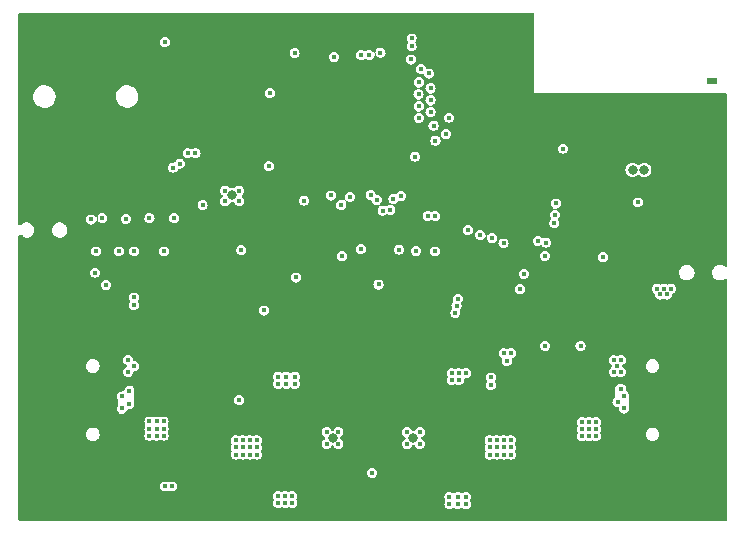
<source format=gbr>
G04 #@! TF.GenerationSoftware,KiCad,Pcbnew,(6.0.11)*
G04 #@! TF.CreationDate,2023-11-25T18:09:57+08:00*
G04 #@! TF.ProjectId,F1c200s_XhtCore,46316332-3030-4735-9f58-6874436f7265,rev?*
G04 #@! TF.SameCoordinates,Original*
G04 #@! TF.FileFunction,Copper,L2,Inr*
G04 #@! TF.FilePolarity,Positive*
%FSLAX46Y46*%
G04 Gerber Fmt 4.6, Leading zero omitted, Abs format (unit mm)*
G04 Created by KiCad (PCBNEW (6.0.11)) date 2023-11-25 18:09:57*
%MOMM*%
%LPD*%
G01*
G04 APERTURE LIST*
G04 #@! TA.AperFunction,ComponentPad*
%ADD10R,0.900000X0.500000*%
G04 #@! TD*
G04 #@! TA.AperFunction,ComponentPad*
%ADD11O,2.100000X1.000000*%
G04 #@! TD*
G04 #@! TA.AperFunction,ComponentPad*
%ADD12O,1.600000X1.000000*%
G04 #@! TD*
G04 #@! TA.AperFunction,ViaPad*
%ADD13C,0.450000*%
G04 #@! TD*
G04 #@! TA.AperFunction,ViaPad*
%ADD14C,0.800000*%
G04 #@! TD*
G04 #@! TA.AperFunction,Conductor*
%ADD15C,0.101600*%
G04 #@! TD*
G04 APERTURE END LIST*
D10*
G04 #@! TO.N,GND*
G04 #@! TO.C,AE1*
X174000000Y-78000000D03*
G04 #@! TD*
D11*
G04 #@! TO.N,GND*
G04 #@! TO.C,USB1*
X168495000Y-109320000D03*
X168495000Y-100680000D03*
D12*
X172675000Y-100680000D03*
X172675000Y-109320000D03*
G04 #@! TD*
D11*
G04 #@! TO.N,GND*
G04 #@! TO.C,USB2*
X122105000Y-109320000D03*
D12*
X117925000Y-100680000D03*
D11*
X122105000Y-100680000D03*
D12*
X117925000Y-109320000D03*
G04 #@! TD*
D13*
G04 #@! TO.N,GND*
X135400000Y-97400000D03*
X135400000Y-98500000D03*
G04 #@! TO.N,+3V3*
X152400000Y-97000000D03*
X145800000Y-95200000D03*
X164800000Y-92900000D03*
X170550000Y-95550000D03*
X159290000Y-91500000D03*
X148898702Y-84373474D03*
X152500000Y-96400000D03*
X138500000Y-113100000D03*
X132800000Y-87250000D03*
X170250000Y-96050000D03*
X134000000Y-87250000D03*
X152300000Y-97600000D03*
X148550000Y-76150000D03*
X169650000Y-96050000D03*
X137300000Y-113700000D03*
D14*
X167300000Y-85500000D03*
D13*
X144330498Y-75769502D03*
X169950000Y-95550000D03*
X136600000Y-79000000D03*
X137900000Y-113100000D03*
D14*
X168300000Y-85500000D03*
D13*
X169350000Y-95550000D03*
X137300000Y-113100000D03*
D14*
X133400000Y-87650000D03*
D13*
X136500000Y-85200000D03*
X161400000Y-83700000D03*
X138500000Y-113700000D03*
X132800000Y-88150000D03*
X137900000Y-113700000D03*
X134000000Y-88150000D03*
G04 #@! TO.N,GND*
X150800000Y-86400000D03*
X171200000Y-81800000D03*
X138200000Y-114900000D03*
X164300000Y-95200000D03*
X170800000Y-92700000D03*
X133300000Y-80300000D03*
X158300000Y-96800000D03*
X171200000Y-83800000D03*
X158500000Y-78200000D03*
X160700000Y-114900000D03*
X116700000Y-114900000D03*
X155300000Y-102300000D03*
X123100000Y-72500000D03*
X143105741Y-93307176D03*
X166600000Y-106600000D03*
X161950000Y-94150000D03*
X157700000Y-72500000D03*
X120800000Y-114900000D03*
X123400000Y-88600000D03*
X141200000Y-72500000D03*
X115500000Y-112300000D03*
X115600000Y-89600000D03*
X115500000Y-103900000D03*
D14*
X165300000Y-81200000D03*
D13*
X144000000Y-103400000D03*
X146600000Y-104800000D03*
D14*
X167600000Y-81200000D03*
D13*
X120500000Y-72500000D03*
X153966348Y-90341814D03*
X119600000Y-72500000D03*
X115500000Y-72500000D03*
D14*
X160800000Y-80300000D03*
X142100000Y-81900000D03*
D13*
X165500000Y-97900000D03*
X148175300Y-88159268D03*
D14*
X174000000Y-87200000D03*
D13*
X163886088Y-93186088D03*
X120900000Y-96200000D03*
X155258186Y-90341814D03*
X162600000Y-114900000D03*
D14*
X174000000Y-79500000D03*
D13*
X164200000Y-98800000D03*
X136800000Y-82900000D03*
X174300000Y-114900000D03*
X175000000Y-91700000D03*
D14*
X144500000Y-80700000D03*
X165100000Y-88600000D03*
D13*
X161400000Y-79400000D03*
D14*
X164200000Y-90400000D03*
D13*
X151100000Y-77100000D03*
X135500000Y-72500000D03*
X162600000Y-98800000D03*
X143700000Y-72500000D03*
D14*
X165100000Y-89500000D03*
D13*
X150900000Y-87250000D03*
X127700000Y-95000000D03*
X115500000Y-82900000D03*
D14*
X168200000Y-80300000D03*
D13*
X137900000Y-72500000D03*
X158400000Y-89200000D03*
X171000000Y-88200000D03*
X115500000Y-86200000D03*
X145300000Y-108800000D03*
X154600000Y-87300000D03*
X130200000Y-103000000D03*
X144000000Y-114900000D03*
X118400000Y-114900000D03*
X159300000Y-95100000D03*
X159900000Y-102400000D03*
X115500000Y-106300000D03*
D14*
X174000000Y-86100000D03*
D13*
X152700000Y-72500000D03*
X149810603Y-93214397D03*
D14*
X143300000Y-81900000D03*
D13*
X115500000Y-97100000D03*
X136500000Y-114900000D03*
X149800000Y-114900000D03*
X115500000Y-73200000D03*
X134100000Y-114900000D03*
X115500000Y-84500000D03*
X170600000Y-79400000D03*
X172500000Y-81800000D03*
X160800000Y-95100000D03*
X162100000Y-93400000D03*
X115500000Y-94600000D03*
X133800000Y-72500000D03*
X172780000Y-86800000D03*
X124200000Y-103500000D03*
X163400000Y-98800000D03*
X115500000Y-105500000D03*
X121400000Y-103100000D03*
X128100000Y-72500000D03*
X171900000Y-114900000D03*
X115500000Y-101400000D03*
X115500000Y-80100000D03*
D14*
X170300000Y-87800000D03*
D13*
X149400000Y-72500000D03*
X121400000Y-107100000D03*
D14*
X163900000Y-80300000D03*
D13*
X124100000Y-106500000D03*
X115500000Y-74700000D03*
X175000000Y-102100000D03*
X175000000Y-111300000D03*
D14*
X127800000Y-82300000D03*
D13*
X124900000Y-103500000D03*
X145600000Y-93000000D03*
X169800000Y-91600000D03*
X127400000Y-114900000D03*
X123200000Y-94300000D03*
X147800000Y-72500000D03*
X134900000Y-114900000D03*
D14*
X169900000Y-81200000D03*
D13*
X146700000Y-103400000D03*
X115500000Y-95500000D03*
X175000000Y-97900000D03*
X115500000Y-107200000D03*
X171200000Y-91200000D03*
D14*
X173200000Y-89200000D03*
D13*
X161800000Y-98800000D03*
X171200000Y-82500000D03*
X115500000Y-108900000D03*
X121445200Y-90400000D03*
X168100000Y-79400000D03*
X137800000Y-75900000D03*
X163000000Y-79400000D03*
X175000000Y-109600000D03*
D14*
X130700000Y-99000000D03*
D13*
X152300000Y-90200000D03*
D14*
X166000000Y-80300000D03*
D13*
X173500000Y-114900000D03*
X128950000Y-84250000D03*
X125500000Y-89700000D03*
X164900000Y-79400000D03*
X162200000Y-79400000D03*
X115500000Y-82100000D03*
X168400000Y-91600000D03*
D14*
X169300000Y-80300000D03*
D13*
X175000000Y-80200000D03*
X164000000Y-79400000D03*
X134900000Y-86000000D03*
X175000000Y-87600000D03*
X175000000Y-81800000D03*
X175000000Y-85100000D03*
X172400000Y-89500000D03*
X161300000Y-100400000D03*
X115500000Y-77700000D03*
X132800000Y-89300000D03*
D14*
X166500000Y-81200000D03*
D13*
X157200000Y-114900000D03*
X118300000Y-91500000D03*
D14*
X170400000Y-82100000D03*
D13*
X138700000Y-72500000D03*
X175000000Y-107200000D03*
X151850000Y-79394000D03*
X123900000Y-72500000D03*
X122400000Y-91300000D03*
X141500000Y-114900000D03*
X115500000Y-87900000D03*
X175000000Y-89200000D03*
D14*
X174000000Y-84000000D03*
D13*
X171000000Y-114900000D03*
X141900000Y-98100000D03*
X115500000Y-91200000D03*
X165500000Y-97100000D03*
X146852603Y-93152603D03*
X172500000Y-83100000D03*
X115500000Y-87000000D03*
X125100000Y-93100000D03*
X158200000Y-114900000D03*
X151083206Y-81897250D03*
X175000000Y-81000000D03*
X164600000Y-96300000D03*
X160600000Y-79400000D03*
X167700000Y-114900000D03*
D14*
X140900000Y-81900000D03*
D13*
X171000000Y-86700000D03*
X133000000Y-72500000D03*
X152300000Y-114900000D03*
X172500000Y-88700000D03*
X125500000Y-72500000D03*
D14*
X161300000Y-81200000D03*
D13*
X115500000Y-100600000D03*
X171000000Y-87500000D03*
X156900000Y-72500000D03*
X154000000Y-87900000D03*
X165500000Y-98500000D03*
X160000000Y-91000000D03*
X165700000Y-79400000D03*
X140600000Y-114900000D03*
X117100000Y-72500000D03*
X158600000Y-98800000D03*
D14*
X167100000Y-82000000D03*
D13*
X153500000Y-83496800D03*
X119400000Y-89600000D03*
X175000000Y-114600000D03*
X123200000Y-74199500D03*
X138700000Y-98900000D03*
X121400000Y-72500000D03*
X175000000Y-99700000D03*
X171000000Y-85800000D03*
X115500000Y-79300000D03*
X158500000Y-73300000D03*
D14*
X169300000Y-82000000D03*
D13*
X127300000Y-72500000D03*
X175000000Y-103000000D03*
D14*
X163300000Y-81200000D03*
D13*
X115500000Y-113200000D03*
X158300000Y-98200000D03*
X118000000Y-72500000D03*
X154300000Y-72500000D03*
X148900000Y-114900000D03*
X121900000Y-93500000D03*
X133200000Y-114900000D03*
X175000000Y-112900000D03*
X145300000Y-102900000D03*
X169800000Y-90200000D03*
X115500000Y-98900000D03*
X158500000Y-95400000D03*
D14*
X168200000Y-82000000D03*
D13*
X158500000Y-77300000D03*
X172500000Y-82500000D03*
X159900000Y-86800000D03*
X132300000Y-114900000D03*
X171900000Y-90400000D03*
X155200000Y-72500000D03*
X160000000Y-104400000D03*
X159400000Y-98800000D03*
X175000000Y-88400000D03*
X167600000Y-87600000D03*
X115500000Y-108100000D03*
X151500000Y-76000000D03*
X145900000Y-108800000D03*
X152703200Y-83496800D03*
X125700000Y-77100000D03*
X147300000Y-114900000D03*
D14*
X164900000Y-80300000D03*
D13*
X155800000Y-86100000D03*
X135100000Y-100200000D03*
X169300000Y-102900000D03*
X175000000Y-104700000D03*
X144800000Y-114900000D03*
X115500000Y-99800000D03*
X166400000Y-103400000D03*
X147600000Y-75600000D03*
X155997250Y-84200000D03*
X171500000Y-92700000D03*
X124100000Y-114900000D03*
X161200000Y-86900000D03*
D14*
X161800000Y-80300000D03*
D13*
X122500000Y-114900000D03*
X175000000Y-106300000D03*
X115500000Y-92800000D03*
X175100000Y-97100000D03*
X119200000Y-114900000D03*
D14*
X167100000Y-80300000D03*
X170400000Y-80300000D03*
D13*
X146800000Y-113100000D03*
D14*
X165900000Y-82000000D03*
D13*
X145300000Y-108200000D03*
X158500000Y-75000000D03*
X146100000Y-72500000D03*
X145300000Y-72500000D03*
X144700000Y-108800000D03*
X155200000Y-86700000D03*
X127600000Y-85874700D03*
X171000000Y-84700000D03*
X170600000Y-90000000D03*
X130700000Y-114900000D03*
X115500000Y-85300000D03*
X119100000Y-96300000D03*
D14*
X173300000Y-82900000D03*
X142100000Y-79500000D03*
D13*
X142800000Y-72500000D03*
X171100000Y-89500000D03*
X175000000Y-105500000D03*
X161450000Y-94650000D03*
X175000000Y-86800000D03*
D14*
X143300000Y-80700000D03*
D13*
X150700000Y-114900000D03*
X171200000Y-83100000D03*
X115500000Y-76800000D03*
X154000000Y-107000000D03*
X127624700Y-93049503D03*
X146900000Y-72500000D03*
X135700000Y-114900000D03*
X148100000Y-114900000D03*
X153500000Y-72500000D03*
X144700000Y-107600000D03*
X172780000Y-85500000D03*
X148300000Y-93204186D03*
X146037615Y-78012385D03*
D14*
X174000000Y-88400000D03*
D13*
X115500000Y-96300000D03*
X175000000Y-110400000D03*
X122200000Y-72500000D03*
X170100000Y-114900000D03*
X175000000Y-108800000D03*
X143200000Y-114900000D03*
X115500000Y-102200000D03*
D14*
X143300000Y-79500000D03*
D13*
X158500000Y-74200000D03*
D14*
X159700000Y-80300000D03*
D13*
X134900000Y-102500000D03*
D14*
X163300000Y-88600000D03*
D13*
X158300000Y-96100000D03*
X124900000Y-114900000D03*
D14*
X174000000Y-80500000D03*
D13*
X158500000Y-76600000D03*
X136300000Y-72500000D03*
X115500000Y-93600000D03*
X130248759Y-88502551D03*
X175000000Y-79400000D03*
X161000000Y-98800000D03*
X148600000Y-72500000D03*
X123800000Y-90800000D03*
X175000000Y-101300000D03*
D14*
X164200000Y-88600000D03*
X140900000Y-79500000D03*
X142100000Y-80700000D03*
D13*
X117600000Y-114900000D03*
X129000000Y-114900000D03*
X175000000Y-103900000D03*
X156100000Y-72500000D03*
X164300000Y-114900000D03*
X128200000Y-114900000D03*
X115500000Y-103000000D03*
X158500000Y-79800000D03*
X165100000Y-114900000D03*
X126400000Y-72500000D03*
D14*
X173300000Y-81800000D03*
X163300000Y-89500000D03*
D13*
X175000000Y-112100000D03*
X137300000Y-114900000D03*
X160000000Y-95100000D03*
D14*
X174100000Y-89800000D03*
D13*
X172700000Y-114900000D03*
X142000000Y-72500000D03*
X145900000Y-107600000D03*
D14*
X140900000Y-80700000D03*
D13*
X115500000Y-81200000D03*
X175000000Y-95500000D03*
X153400000Y-88500000D03*
X150100000Y-96900000D03*
X150025000Y-83311699D03*
X142400000Y-114900000D03*
X134900000Y-79200000D03*
X128900000Y-72500000D03*
X144500000Y-72500000D03*
X149200000Y-74700000D03*
X166500000Y-79400000D03*
X151500000Y-114900000D03*
X158300000Y-97500000D03*
X131400000Y-72500000D03*
X168500000Y-90200000D03*
X155300000Y-104500000D03*
X175000000Y-90000000D03*
X115500000Y-104700000D03*
X135000000Y-92300000D03*
X158100000Y-85200000D03*
X175000000Y-84300000D03*
X144700000Y-108200000D03*
X155600000Y-114900000D03*
X155300000Y-83500000D03*
D14*
X164200000Y-89500000D03*
D13*
X175000000Y-83500000D03*
X129000000Y-74500000D03*
X175000000Y-113700000D03*
X161500000Y-114900000D03*
X151900000Y-72500000D03*
X160300000Y-98800000D03*
X175000000Y-82700000D03*
X151000000Y-80600000D03*
X118800000Y-72500000D03*
X150200000Y-72500000D03*
X169800000Y-79400000D03*
X134600000Y-96500000D03*
X115500000Y-73900000D03*
X125500000Y-103300000D03*
X119300000Y-87900000D03*
X154800000Y-114900000D03*
X145300000Y-104100000D03*
X116300000Y-72500000D03*
X145300000Y-107600000D03*
D14*
X164300000Y-81200000D03*
D13*
X139800000Y-89200000D03*
D14*
X174200000Y-82900000D03*
D13*
X158500000Y-75800000D03*
X159100000Y-114900000D03*
X172500000Y-79400000D03*
X156400000Y-114900000D03*
X175000000Y-90900000D03*
X169200000Y-106800000D03*
X146010991Y-74917107D03*
X115500000Y-83700000D03*
D14*
X160200000Y-81200000D03*
D13*
X159900000Y-114900000D03*
X120000000Y-114900000D03*
X137100000Y-72500000D03*
X153100000Y-114900000D03*
X175000000Y-85900000D03*
X126600000Y-114900000D03*
X164900000Y-98800000D03*
X168500000Y-114900000D03*
X158500000Y-79000000D03*
X167800000Y-91600000D03*
X131500000Y-114900000D03*
X149600000Y-88800000D03*
X139000000Y-114900000D03*
X158200000Y-101500000D03*
D14*
X174200000Y-81800000D03*
D13*
X115500000Y-114000000D03*
X152000000Y-98700000D03*
X166800000Y-114900000D03*
X125000000Y-106000000D03*
X125400000Y-91800000D03*
X170500000Y-91500000D03*
X125700000Y-106000000D03*
X136800000Y-81300000D03*
X171200000Y-80200000D03*
X158500000Y-72500000D03*
D14*
X165100000Y-90400000D03*
D13*
X155997250Y-85402750D03*
X157701262Y-90673438D03*
X171200000Y-79400000D03*
X165600000Y-84397250D03*
X129900000Y-114900000D03*
X127500000Y-88600000D03*
X166000000Y-106000000D03*
X139600000Y-72500000D03*
X122400000Y-86100000D03*
X143800000Y-113100000D03*
X115500000Y-110500000D03*
D14*
X168800000Y-81200000D03*
D13*
X151000000Y-72500000D03*
X154303200Y-83496800D03*
X139800000Y-114900000D03*
X134600000Y-72500000D03*
X145300000Y-105300000D03*
X142900000Y-75900000D03*
X146600000Y-111800000D03*
X175000000Y-92400000D03*
X146100000Y-82100000D03*
D14*
X163300000Y-90400000D03*
D13*
X175000000Y-108000000D03*
X172500000Y-81100000D03*
X169300000Y-114900000D03*
X124700000Y-72500000D03*
X123300000Y-114900000D03*
X145600000Y-114900000D03*
X132200000Y-72500000D03*
X140400000Y-72500000D03*
X126500000Y-97900000D03*
X167300000Y-79400000D03*
X115500000Y-111400000D03*
X150452400Y-85352400D03*
X115500000Y-76000000D03*
X121700000Y-114900000D03*
D14*
X170300000Y-89100000D03*
D13*
X175000000Y-93100000D03*
X144000000Y-111800000D03*
X169200000Y-90200000D03*
X146500000Y-114900000D03*
X129700000Y-72500000D03*
X125400000Y-88600000D03*
X115500000Y-92000000D03*
X123100000Y-93300000D03*
D14*
X162300000Y-81200000D03*
D13*
X146700000Y-83100000D03*
X145900000Y-108200000D03*
X175000000Y-100500000D03*
X169100000Y-91600000D03*
X160300000Y-93300000D03*
X144000000Y-104800000D03*
X145100000Y-88500000D03*
X148800000Y-98600000D03*
X136800000Y-75900000D03*
X131100000Y-104500000D03*
D14*
X115700000Y-114800000D03*
D13*
X172500000Y-80200000D03*
D14*
X116900000Y-73700000D03*
D13*
X115500000Y-75400000D03*
X172780000Y-86200000D03*
X172500000Y-83800000D03*
X115500000Y-109700000D03*
X115500000Y-97900000D03*
X163700000Y-94700000D03*
X130500000Y-72500000D03*
X169000000Y-79400000D03*
D14*
X144500000Y-79500000D03*
D13*
X125800000Y-114900000D03*
X122500000Y-84300000D03*
D14*
X174000000Y-85100000D03*
D13*
X163500000Y-114900000D03*
D14*
X162800000Y-80300000D03*
D13*
X175100000Y-96300000D03*
X136800000Y-84400000D03*
X153900000Y-114900000D03*
X171300000Y-88800000D03*
X115500000Y-78500000D03*
X171200000Y-81100000D03*
X159700000Y-79400000D03*
X140500000Y-93302750D03*
X165900000Y-114900000D03*
X175000000Y-98800000D03*
G04 #@! TO.N,+1V1*
X145006510Y-75775557D03*
X152000000Y-103300000D03*
X139500000Y-88100000D03*
X153200000Y-102700000D03*
X143352500Y-87767500D03*
X152600000Y-103300000D03*
X152000000Y-102700000D03*
X152600000Y-102700000D03*
G04 #@! TO.N,+2V5*
X151800000Y-113200000D03*
X152500000Y-113800000D03*
X142625000Y-88475000D03*
X141752500Y-87667500D03*
X153200000Y-113800000D03*
X152500000Y-113200000D03*
X145123290Y-87644574D03*
X153200000Y-113200000D03*
X151800000Y-113800000D03*
G04 #@! TO.N,+2V8*
X138700000Y-103000000D03*
X138000000Y-103000000D03*
X142025000Y-75925000D03*
X137300000Y-103000000D03*
X137300000Y-103600000D03*
X138700000Y-103600000D03*
X138000000Y-103600000D03*
G04 #@! TO.N,/F1CX00/RESET*
X145957402Y-75564395D03*
X121444700Y-89700000D03*
G04 #@! TO.N,VBUS*
X133700000Y-108400000D03*
X134900000Y-109600000D03*
X157000000Y-109600000D03*
X145250000Y-111150000D03*
X157000000Y-101000000D03*
X155200000Y-108400000D03*
X156400000Y-101000000D03*
X155800000Y-108400000D03*
X142400000Y-108700000D03*
X133700000Y-109600000D03*
X127700000Y-112300000D03*
X156400000Y-109600000D03*
X134300000Y-108400000D03*
X157000000Y-109000000D03*
X128300000Y-112300000D03*
X141400000Y-107700000D03*
X135500000Y-108400000D03*
X155800000Y-109600000D03*
X142400000Y-107700000D03*
X135500000Y-109600000D03*
X134900000Y-109000000D03*
X141400000Y-108700000D03*
X156650000Y-101700000D03*
X149300000Y-108700000D03*
X134900000Y-108400000D03*
X135500000Y-109000000D03*
X134000000Y-105000000D03*
X156400000Y-108400000D03*
D14*
X148700000Y-108200000D03*
D13*
X125075300Y-96300000D03*
X155800000Y-109000000D03*
X155200000Y-109600000D03*
X148200000Y-108700000D03*
X134300000Y-109000000D03*
X125075300Y-96950000D03*
X155200000Y-109000000D03*
X156400000Y-109000000D03*
X134300000Y-109600000D03*
X133700000Y-109000000D03*
D14*
X141900000Y-108200000D03*
D13*
X157000000Y-108400000D03*
X149300000Y-107700000D03*
X148200000Y-107700000D03*
G04 #@! TO.N,LCD_CS*
X149400000Y-76975300D03*
X127624700Y-92400000D03*
G04 #@! TO.N,/AUDIO&SCREEN&SD/GMT_CS*
X128500000Y-89600000D03*
G04 #@! TO.N,LCD_DC*
X125100000Y-92400000D03*
X147055250Y-87947500D03*
G04 #@! TO.N,/AUDIO&SCREEN&SD/GMT_DC*
X126400000Y-89600000D03*
G04 #@! TO.N,LCD_RST*
X147700000Y-87700000D03*
X121900000Y-92400000D03*
G04 #@! TO.N,/AUDIO&SCREEN&SD/GMT_RES*
X122400000Y-89600000D03*
G04 #@! TO.N,LCD_SDA*
X150089266Y-77339265D03*
X134181362Y-92306241D03*
G04 #@! TO.N,/AUDIO&SCREEN&SD/GMT_SDA*
X130898169Y-88491599D03*
G04 #@! TO.N,LCD_SCL*
X123800000Y-92400000D03*
X149220750Y-78079250D03*
G04 #@! TO.N,/AUDIO&SCREEN&SD/GMT_SCL*
X124400000Y-89650000D03*
G04 #@! TO.N,USB1_2_D+*
X155300000Y-103726600D03*
X148600000Y-74373400D03*
G04 #@! TO.N,USB1_2_D-*
X155300000Y-103073400D03*
X148600000Y-75026600D03*
G04 #@! TO.N,/F1CX00/LED*
X146800000Y-88900000D03*
X136100000Y-97400000D03*
G04 #@! TO.N,SDC0_D2*
X150616155Y-83021500D03*
X150550000Y-92400000D03*
G04 #@! TO.N,SDC0_D3*
X148971394Y-92345894D03*
X151508760Y-82438679D03*
G04 #@! TO.N,SDC0_CMD*
X150450500Y-81750500D03*
X147500000Y-92250000D03*
G04 #@! TO.N,SDC0_CLK*
X151750000Y-81075000D03*
X144300000Y-92200000D03*
G04 #@! TO.N,SDC0_D0*
X149200000Y-81097250D03*
X142700000Y-92800000D03*
G04 #@! TO.N,SDC0_D1*
X138810000Y-94610000D03*
X150200000Y-80594000D03*
G04 #@! TO.N,/F1CX00/PD3*
X153361966Y-90583684D03*
X128400000Y-85300000D03*
G04 #@! TO.N,/F1CX00/PD2*
X128960279Y-84959582D03*
X154400000Y-91000000D03*
G04 #@! TO.N,/F1CX00/PD1*
X155400000Y-91250000D03*
X129650000Y-84100000D03*
G04 #@! TO.N,/F1CX00/PD0*
X156379155Y-91720845D03*
X130298460Y-84063210D03*
G04 #@! TO.N,/USB/USB1_1_D+*
X166030279Y-105166226D03*
X166357754Y-104069244D03*
G04 #@! TO.N,/USB/USB1_1_D-*
X166600000Y-105700000D03*
X166600000Y-104677100D03*
G04 #@! TO.N,/USB/USB2_1_D+*
X124100000Y-104677100D03*
X124100000Y-105700000D03*
G04 #@! TO.N,/USB/USB2_1_D-*
X124700000Y-105322900D03*
X124700000Y-104200000D03*
G04 #@! TO.N,ESP_SD_CMD*
X160725667Y-89302452D03*
X150200000Y-78582500D03*
G04 #@! TO.N,ESP_SD_CLK*
X160680733Y-89994000D03*
X149200000Y-80091250D03*
G04 #@! TO.N,ESP_CHIP_EN*
X146141042Y-88941396D03*
X167750000Y-88250000D03*
G04 #@! TO.N,/F1CX00/F1_RX*
X122724700Y-95236088D03*
X150600000Y-89400000D03*
G04 #@! TO.N,/F1CX00/F1_TX*
X121800000Y-94200000D03*
X149950497Y-89400000D03*
G04 #@! TO.N,/WIFI/ESP_TX*
X162900000Y-100400000D03*
X157775500Y-95600000D03*
G04 #@! TO.N,/WIFI/ESP_RX*
X159900000Y-100400000D03*
X158100000Y-94300000D03*
G04 #@! TO.N,/F1CX00/MIC_IN*
X127700000Y-74700000D03*
X138689834Y-75608696D03*
G04 #@! TO.N,ESP_SD_D3*
X160801708Y-88334754D03*
X150200000Y-79588500D03*
G04 #@! TO.N,ESP_SD_D0*
X160000000Y-91649503D03*
X149185250Y-79085250D03*
G04 #@! TO.N,ESP_SD_D1*
X159882134Y-92782134D03*
X145649750Y-88024961D03*
G04 #@! TO.N,/USB/USB1_POWER_IN*
X166300000Y-101600000D03*
X165700000Y-102600000D03*
X163000000Y-107450000D03*
X164200000Y-106850000D03*
X164200000Y-107450000D03*
X164200000Y-108050000D03*
X163600000Y-108050000D03*
X163000000Y-106850000D03*
X165700000Y-101600000D03*
X163600000Y-107450000D03*
X166000000Y-102100000D03*
X163600000Y-106850000D03*
X166300000Y-102600000D03*
X163000000Y-108050000D03*
G04 #@! TO.N,/USB/USB2_POWER_IN*
X127000000Y-108000000D03*
X126400000Y-108000000D03*
X126400000Y-107400000D03*
X126400000Y-106800000D03*
X124600000Y-101600000D03*
X127000000Y-106800000D03*
X127600000Y-107400000D03*
X124600000Y-102600000D03*
X127000000Y-107400000D03*
X127600000Y-108000000D03*
X127600000Y-106800000D03*
X125100000Y-102100000D03*
G04 #@! TD*
D15*
G04 #@! TO.N,GND*
X151850000Y-78500000D02*
X151850000Y-79394000D01*
X151450000Y-78100000D02*
X151850000Y-78500000D01*
X150100000Y-78100000D02*
X151450000Y-78100000D01*
X149550000Y-77550000D02*
X150100000Y-78100000D01*
X148350000Y-77550000D02*
X149550000Y-77550000D01*
X147600000Y-75600000D02*
X147600000Y-76800000D01*
X147600000Y-76800000D02*
X148350000Y-77550000D01*
X145482310Y-75578474D02*
X145482310Y-77457080D01*
X145314933Y-75411097D02*
X145482310Y-75578474D01*
X145314933Y-75185067D02*
X145314933Y-75411097D01*
X145582893Y-74917107D02*
X145314933Y-75185067D01*
X145482310Y-77457080D02*
X146037615Y-78012385D01*
X146010991Y-74917107D02*
X145582893Y-74917107D01*
X156649446Y-90673438D02*
X157701262Y-90673438D01*
X145908794Y-88500761D02*
X145985355Y-88424200D01*
X155500000Y-94900000D02*
X158000000Y-94900000D01*
X145985355Y-88424200D02*
X147910368Y-88424200D01*
X149908300Y-79058300D02*
X149450000Y-78600000D01*
X144600000Y-80600000D02*
X144500000Y-80700000D01*
X143155417Y-88243300D02*
X142800000Y-87887883D01*
X121920500Y-89924700D02*
X121920500Y-89129500D01*
X122450000Y-88600000D02*
X123400000Y-88600000D01*
X150500000Y-81100000D02*
X149900000Y-81100000D01*
X149900000Y-81100000D02*
X149400000Y-80600000D01*
X151032960Y-82732960D02*
X151300000Y-83000000D01*
X151850000Y-79394000D02*
X151514300Y-79058300D01*
X151179700Y-80064300D02*
X149864300Y-80064300D01*
X161039446Y-88810554D02*
X161250000Y-88600000D01*
X161250000Y-88600000D02*
X163300000Y-88600000D01*
X152206400Y-83000000D02*
X152703200Y-83496800D01*
X145100000Y-88500000D02*
X145100761Y-88500761D01*
X151000000Y-80600000D02*
X150500000Y-81100000D01*
X151032960Y-81947496D02*
X151032960Y-82732960D01*
X149864300Y-80064300D02*
X149400000Y-79600000D01*
X121445200Y-90400000D02*
X121920500Y-89924700D01*
X151514300Y-79058300D02*
X149908300Y-79058300D01*
X160300000Y-93300000D02*
X156150000Y-93300000D01*
X147910368Y-88424200D02*
X148175300Y-88159268D01*
X145100000Y-88500000D02*
X144843300Y-88243300D01*
X154900000Y-94300000D02*
X155500000Y-94900000D01*
X158400000Y-89200000D02*
X159450000Y-89200000D01*
X158000000Y-94900000D02*
X158500000Y-95400000D01*
X155800000Y-92950000D02*
X155800000Y-91522883D01*
X149400000Y-80600000D02*
X144600000Y-80600000D01*
X146625230Y-78600000D02*
X146037615Y-78012385D01*
X149450000Y-78600000D02*
X146625230Y-78600000D01*
X156150000Y-93300000D02*
X155800000Y-92950000D01*
X154900000Y-90700000D02*
X154900000Y-94300000D01*
X149400000Y-79600000D02*
X144600000Y-79600000D01*
X151850000Y-79394000D02*
X151179700Y-80064300D01*
X142800000Y-87400000D02*
X139800000Y-84400000D01*
X142800000Y-87887883D02*
X142800000Y-87400000D01*
X144843300Y-88243300D02*
X143155417Y-88243300D01*
X151300000Y-83000000D02*
X152206400Y-83000000D01*
X155800000Y-91522883D02*
X156649446Y-90673438D01*
X145100761Y-88500761D02*
X145908794Y-88500761D01*
X144600000Y-79600000D02*
X144500000Y-79500000D01*
X159450000Y-89200000D02*
X159839446Y-88810554D01*
X121920500Y-89129500D02*
X122450000Y-88600000D01*
X155258186Y-90341814D02*
X154900000Y-90700000D01*
X139800000Y-84400000D02*
X136800000Y-84400000D01*
X151083206Y-81897250D02*
X151032960Y-81947496D01*
X159839446Y-88810554D02*
X161039446Y-88810554D01*
G04 #@! TD*
G04 #@! TA.AperFunction,Conductor*
G04 #@! TO.N,GND*
G36*
X158942121Y-72220502D02*
G01*
X158988614Y-72274158D01*
X159000000Y-72326500D01*
X159000000Y-79000000D01*
X175173500Y-79000000D01*
X175241621Y-79020002D01*
X175288114Y-79073658D01*
X175299500Y-79126000D01*
X175299500Y-93581763D01*
X175279498Y-93649884D01*
X175225842Y-93696377D01*
X175155568Y-93706481D01*
X175089682Y-93675840D01*
X175073904Y-93661782D01*
X175066563Y-93657895D01*
X174941471Y-93591662D01*
X174941468Y-93591661D01*
X174934756Y-93588107D01*
X174782051Y-93549750D01*
X174774453Y-93549710D01*
X174774451Y-93549710D01*
X174707228Y-93549358D01*
X174624604Y-93548926D01*
X174471505Y-93585681D01*
X174464759Y-93589163D01*
X174464756Y-93589164D01*
X174396288Y-93624504D01*
X174331593Y-93657895D01*
X174212946Y-93761398D01*
X174204946Y-93772781D01*
X174144714Y-93858483D01*
X174122412Y-93890215D01*
X174065218Y-94036909D01*
X174064226Y-94044442D01*
X174064226Y-94044443D01*
X174062756Y-94055612D01*
X174044667Y-94193011D01*
X174045425Y-94199873D01*
X174045501Y-94200562D01*
X174045501Y-94200564D01*
X174046520Y-94209793D01*
X174061944Y-94349509D01*
X174116053Y-94497368D01*
X174120290Y-94503674D01*
X174120292Y-94503677D01*
X174145720Y-94541517D01*
X174203870Y-94628053D01*
X174226372Y-94648528D01*
X174305809Y-94720810D01*
X174320324Y-94734018D01*
X174458693Y-94809146D01*
X174610988Y-94849100D01*
X174691181Y-94850360D01*
X174760818Y-94851454D01*
X174760821Y-94851454D01*
X174768417Y-94851573D01*
X174775822Y-94849877D01*
X174775823Y-94849877D01*
X174831226Y-94837188D01*
X174921893Y-94816423D01*
X175062553Y-94745678D01*
X175091669Y-94720810D01*
X175156460Y-94691780D01*
X175226660Y-94702385D01*
X175279982Y-94749261D01*
X175299500Y-94816622D01*
X175299500Y-115073500D01*
X175279498Y-115141621D01*
X175225842Y-115188114D01*
X175173500Y-115199500D01*
X115426500Y-115199500D01*
X115358379Y-115179498D01*
X115311886Y-115125842D01*
X115300500Y-115073500D01*
X115300500Y-113700000D01*
X136869196Y-113700000D01*
X136890281Y-113833126D01*
X136951472Y-113953220D01*
X137046780Y-114048528D01*
X137166874Y-114109719D01*
X137176663Y-114111269D01*
X137176665Y-114111270D01*
X137290207Y-114129253D01*
X137300000Y-114130804D01*
X137309793Y-114129253D01*
X137423335Y-114111270D01*
X137423337Y-114111269D01*
X137433126Y-114109719D01*
X137542796Y-114053839D01*
X137612574Y-114040735D01*
X137657204Y-114053839D01*
X137766874Y-114109719D01*
X137776663Y-114111269D01*
X137776665Y-114111270D01*
X137890207Y-114129253D01*
X137900000Y-114130804D01*
X137909793Y-114129253D01*
X138023335Y-114111270D01*
X138023337Y-114111269D01*
X138033126Y-114109719D01*
X138142796Y-114053839D01*
X138212574Y-114040735D01*
X138257204Y-114053839D01*
X138366874Y-114109719D01*
X138376663Y-114111269D01*
X138376665Y-114111270D01*
X138490207Y-114129253D01*
X138500000Y-114130804D01*
X138509793Y-114129253D01*
X138623335Y-114111270D01*
X138623337Y-114111269D01*
X138633126Y-114109719D01*
X138753220Y-114048528D01*
X138848528Y-113953220D01*
X138909719Y-113833126D01*
X138914966Y-113800000D01*
X151369196Y-113800000D01*
X151390281Y-113933126D01*
X151451472Y-114053220D01*
X151546780Y-114148528D01*
X151666874Y-114209719D01*
X151676663Y-114211269D01*
X151676665Y-114211270D01*
X151790207Y-114229253D01*
X151800000Y-114230804D01*
X151809793Y-114229253D01*
X151923335Y-114211270D01*
X151923337Y-114211269D01*
X151933126Y-114209719D01*
X152053220Y-114148528D01*
X152060905Y-114140843D01*
X152061925Y-114140286D01*
X152068252Y-114135689D01*
X152068846Y-114136507D01*
X152123217Y-114106817D01*
X152194032Y-114111882D01*
X152231534Y-114135984D01*
X152231748Y-114135689D01*
X152236900Y-114139432D01*
X152239095Y-114140843D01*
X152246780Y-114148528D01*
X152366874Y-114209719D01*
X152376663Y-114211269D01*
X152376665Y-114211270D01*
X152490207Y-114229253D01*
X152500000Y-114230804D01*
X152509793Y-114229253D01*
X152623335Y-114211270D01*
X152623337Y-114211269D01*
X152633126Y-114209719D01*
X152753220Y-114148528D01*
X152760905Y-114140843D01*
X152761925Y-114140286D01*
X152768252Y-114135689D01*
X152768846Y-114136507D01*
X152823217Y-114106817D01*
X152894032Y-114111882D01*
X152931534Y-114135984D01*
X152931748Y-114135689D01*
X152936900Y-114139432D01*
X152939095Y-114140843D01*
X152946780Y-114148528D01*
X153066874Y-114209719D01*
X153076663Y-114211269D01*
X153076665Y-114211270D01*
X153190207Y-114229253D01*
X153200000Y-114230804D01*
X153209793Y-114229253D01*
X153323335Y-114211270D01*
X153323337Y-114211269D01*
X153333126Y-114209719D01*
X153453220Y-114148528D01*
X153548528Y-114053220D01*
X153609719Y-113933126D01*
X153630804Y-113800000D01*
X153609719Y-113666874D01*
X153563755Y-113576665D01*
X153553839Y-113557203D01*
X153540735Y-113487426D01*
X153553839Y-113442797D01*
X153582052Y-113387426D01*
X153609719Y-113333126D01*
X153630804Y-113200000D01*
X153609719Y-113066874D01*
X153548528Y-112946780D01*
X153453220Y-112851472D01*
X153333126Y-112790281D01*
X153323337Y-112788731D01*
X153323335Y-112788730D01*
X153209793Y-112770747D01*
X153200000Y-112769196D01*
X153190207Y-112770747D01*
X153076665Y-112788730D01*
X153076663Y-112788731D01*
X153066874Y-112790281D01*
X152946780Y-112851472D01*
X152939095Y-112859157D01*
X152938075Y-112859714D01*
X152931748Y-112864311D01*
X152931154Y-112863493D01*
X152876783Y-112893183D01*
X152805968Y-112888118D01*
X152768466Y-112864016D01*
X152768252Y-112864311D01*
X152763100Y-112860568D01*
X152760905Y-112859157D01*
X152753220Y-112851472D01*
X152633126Y-112790281D01*
X152623337Y-112788731D01*
X152623335Y-112788730D01*
X152509793Y-112770747D01*
X152500000Y-112769196D01*
X152490207Y-112770747D01*
X152376665Y-112788730D01*
X152376663Y-112788731D01*
X152366874Y-112790281D01*
X152246780Y-112851472D01*
X152239095Y-112859157D01*
X152238075Y-112859714D01*
X152231748Y-112864311D01*
X152231154Y-112863493D01*
X152176783Y-112893183D01*
X152105968Y-112888118D01*
X152068466Y-112864016D01*
X152068252Y-112864311D01*
X152063100Y-112860568D01*
X152060905Y-112859157D01*
X152053220Y-112851472D01*
X151933126Y-112790281D01*
X151923337Y-112788731D01*
X151923335Y-112788730D01*
X151809793Y-112770747D01*
X151800000Y-112769196D01*
X151790207Y-112770747D01*
X151676665Y-112788730D01*
X151676663Y-112788731D01*
X151666874Y-112790281D01*
X151546780Y-112851472D01*
X151451472Y-112946780D01*
X151390281Y-113066874D01*
X151369196Y-113200000D01*
X151390281Y-113333126D01*
X151417948Y-113387426D01*
X151446161Y-113442797D01*
X151459265Y-113512574D01*
X151446161Y-113557203D01*
X151436245Y-113576665D01*
X151390281Y-113666874D01*
X151369196Y-113800000D01*
X138914966Y-113800000D01*
X138930804Y-113700000D01*
X138909719Y-113566874D01*
X138853839Y-113457203D01*
X138840735Y-113387426D01*
X138853839Y-113342797D01*
X138905218Y-113241959D01*
X138909719Y-113233126D01*
X138930804Y-113100000D01*
X138909719Y-112966874D01*
X138848528Y-112846780D01*
X138753220Y-112751472D01*
X138633126Y-112690281D01*
X138623337Y-112688731D01*
X138623335Y-112688730D01*
X138509793Y-112670747D01*
X138500000Y-112669196D01*
X138490207Y-112670747D01*
X138376665Y-112688730D01*
X138376663Y-112688731D01*
X138366874Y-112690281D01*
X138337559Y-112705218D01*
X138257203Y-112746161D01*
X138187426Y-112759265D01*
X138142797Y-112746161D01*
X138062441Y-112705218D01*
X138033126Y-112690281D01*
X138023337Y-112688731D01*
X138023335Y-112688730D01*
X137909793Y-112670747D01*
X137900000Y-112669196D01*
X137890207Y-112670747D01*
X137776665Y-112688730D01*
X137776663Y-112688731D01*
X137766874Y-112690281D01*
X137737559Y-112705218D01*
X137657203Y-112746161D01*
X137587426Y-112759265D01*
X137542797Y-112746161D01*
X137462441Y-112705218D01*
X137433126Y-112690281D01*
X137423337Y-112688731D01*
X137423335Y-112688730D01*
X137309793Y-112670747D01*
X137300000Y-112669196D01*
X137290207Y-112670747D01*
X137176665Y-112688730D01*
X137176663Y-112688731D01*
X137166874Y-112690281D01*
X137046780Y-112751472D01*
X136951472Y-112846780D01*
X136890281Y-112966874D01*
X136869196Y-113100000D01*
X136890281Y-113233126D01*
X136894782Y-113241959D01*
X136946161Y-113342797D01*
X136959265Y-113412574D01*
X136946161Y-113457203D01*
X136890281Y-113566874D01*
X136869196Y-113700000D01*
X115300500Y-113700000D01*
X115300500Y-112300000D01*
X127269196Y-112300000D01*
X127290281Y-112433126D01*
X127351472Y-112553220D01*
X127446780Y-112648528D01*
X127566874Y-112709719D01*
X127576663Y-112711269D01*
X127576665Y-112711270D01*
X127690207Y-112729253D01*
X127700000Y-112730804D01*
X127709793Y-112729253D01*
X127823335Y-112711270D01*
X127823337Y-112711269D01*
X127833126Y-112709719D01*
X127942796Y-112653839D01*
X128012574Y-112640735D01*
X128057204Y-112653839D01*
X128166874Y-112709719D01*
X128176663Y-112711269D01*
X128176665Y-112711270D01*
X128290207Y-112729253D01*
X128300000Y-112730804D01*
X128309793Y-112729253D01*
X128423335Y-112711270D01*
X128423337Y-112711269D01*
X128433126Y-112709719D01*
X128553220Y-112648528D01*
X128648528Y-112553220D01*
X128709719Y-112433126D01*
X128730804Y-112300000D01*
X128709719Y-112166874D01*
X128648528Y-112046780D01*
X128553220Y-111951472D01*
X128433126Y-111890281D01*
X128423337Y-111888731D01*
X128423335Y-111888730D01*
X128309793Y-111870747D01*
X128300000Y-111869196D01*
X128290207Y-111870747D01*
X128176665Y-111888730D01*
X128176663Y-111888731D01*
X128166874Y-111890281D01*
X128094692Y-111927060D01*
X128057203Y-111946161D01*
X127987426Y-111959265D01*
X127942797Y-111946161D01*
X127905308Y-111927060D01*
X127833126Y-111890281D01*
X127823337Y-111888731D01*
X127823335Y-111888730D01*
X127709793Y-111870747D01*
X127700000Y-111869196D01*
X127690207Y-111870747D01*
X127576665Y-111888730D01*
X127576663Y-111888731D01*
X127566874Y-111890281D01*
X127446780Y-111951472D01*
X127351472Y-112046780D01*
X127290281Y-112166874D01*
X127269196Y-112300000D01*
X115300500Y-112300000D01*
X115300500Y-111150000D01*
X144819196Y-111150000D01*
X144840281Y-111283126D01*
X144901472Y-111403220D01*
X144996780Y-111498528D01*
X145116874Y-111559719D01*
X145126663Y-111561269D01*
X145126665Y-111561270D01*
X145240207Y-111579253D01*
X145250000Y-111580804D01*
X145259793Y-111579253D01*
X145373335Y-111561270D01*
X145373337Y-111561269D01*
X145383126Y-111559719D01*
X145503220Y-111498528D01*
X145598528Y-111403220D01*
X145659719Y-111283126D01*
X145680804Y-111150000D01*
X145659719Y-111016874D01*
X145598528Y-110896780D01*
X145503220Y-110801472D01*
X145383126Y-110740281D01*
X145373337Y-110738731D01*
X145373335Y-110738730D01*
X145259793Y-110720747D01*
X145250000Y-110719196D01*
X145240207Y-110720747D01*
X145126665Y-110738730D01*
X145126663Y-110738731D01*
X145116874Y-110740281D01*
X144996780Y-110801472D01*
X144901472Y-110896780D01*
X144840281Y-111016874D01*
X144819196Y-111150000D01*
X115300500Y-111150000D01*
X115300500Y-109600000D01*
X133269196Y-109600000D01*
X133290281Y-109733126D01*
X133351472Y-109853220D01*
X133446780Y-109948528D01*
X133566874Y-110009719D01*
X133576663Y-110011269D01*
X133576665Y-110011270D01*
X133690207Y-110029253D01*
X133700000Y-110030804D01*
X133709793Y-110029253D01*
X133823335Y-110011270D01*
X133823337Y-110011269D01*
X133833126Y-110009719D01*
X133942796Y-109953839D01*
X134012574Y-109940735D01*
X134057204Y-109953839D01*
X134166874Y-110009719D01*
X134176663Y-110011269D01*
X134176665Y-110011270D01*
X134290207Y-110029253D01*
X134300000Y-110030804D01*
X134309793Y-110029253D01*
X134423335Y-110011270D01*
X134423337Y-110011269D01*
X134433126Y-110009719D01*
X134542796Y-109953839D01*
X134612574Y-109940735D01*
X134657204Y-109953839D01*
X134766874Y-110009719D01*
X134776663Y-110011269D01*
X134776665Y-110011270D01*
X134890207Y-110029253D01*
X134900000Y-110030804D01*
X134909793Y-110029253D01*
X135023335Y-110011270D01*
X135023337Y-110011269D01*
X135033126Y-110009719D01*
X135142796Y-109953839D01*
X135212574Y-109940735D01*
X135257204Y-109953839D01*
X135366874Y-110009719D01*
X135376663Y-110011269D01*
X135376665Y-110011270D01*
X135490207Y-110029253D01*
X135500000Y-110030804D01*
X135509793Y-110029253D01*
X135623335Y-110011270D01*
X135623337Y-110011269D01*
X135633126Y-110009719D01*
X135753220Y-109948528D01*
X135848528Y-109853220D01*
X135909719Y-109733126D01*
X135930804Y-109600000D01*
X154769196Y-109600000D01*
X154790281Y-109733126D01*
X154851472Y-109853220D01*
X154946780Y-109948528D01*
X155066874Y-110009719D01*
X155076663Y-110011269D01*
X155076665Y-110011270D01*
X155190207Y-110029253D01*
X155200000Y-110030804D01*
X155209793Y-110029253D01*
X155323335Y-110011270D01*
X155323337Y-110011269D01*
X155333126Y-110009719D01*
X155442796Y-109953839D01*
X155512574Y-109940735D01*
X155557204Y-109953839D01*
X155666874Y-110009719D01*
X155676663Y-110011269D01*
X155676665Y-110011270D01*
X155790207Y-110029253D01*
X155800000Y-110030804D01*
X155809793Y-110029253D01*
X155923335Y-110011270D01*
X155923337Y-110011269D01*
X155933126Y-110009719D01*
X156042796Y-109953839D01*
X156112574Y-109940735D01*
X156157204Y-109953839D01*
X156266874Y-110009719D01*
X156276663Y-110011269D01*
X156276665Y-110011270D01*
X156390207Y-110029253D01*
X156400000Y-110030804D01*
X156409793Y-110029253D01*
X156523335Y-110011270D01*
X156523337Y-110011269D01*
X156533126Y-110009719D01*
X156642796Y-109953839D01*
X156712574Y-109940735D01*
X156757204Y-109953839D01*
X156866874Y-110009719D01*
X156876663Y-110011269D01*
X156876665Y-110011270D01*
X156990207Y-110029253D01*
X157000000Y-110030804D01*
X157009793Y-110029253D01*
X157123335Y-110011270D01*
X157123337Y-110011269D01*
X157133126Y-110009719D01*
X157253220Y-109948528D01*
X157348528Y-109853220D01*
X157409719Y-109733126D01*
X157430804Y-109600000D01*
X157409719Y-109466874D01*
X157353839Y-109357203D01*
X157340735Y-109287426D01*
X157353839Y-109242797D01*
X157405218Y-109141959D01*
X157409719Y-109133126D01*
X157413427Y-109109719D01*
X157429253Y-109009793D01*
X157430804Y-109000000D01*
X157409719Y-108866874D01*
X157372894Y-108794600D01*
X157353839Y-108757203D01*
X157340735Y-108687426D01*
X157353839Y-108642797D01*
X157387535Y-108576665D01*
X157409719Y-108533126D01*
X157421346Y-108459719D01*
X157429253Y-108409793D01*
X157430804Y-108400000D01*
X157423493Y-108353839D01*
X157411270Y-108276665D01*
X157411269Y-108276663D01*
X157409719Y-108266874D01*
X157348528Y-108146780D01*
X157253220Y-108051472D01*
X157250331Y-108050000D01*
X162569196Y-108050000D01*
X162570747Y-108059793D01*
X162578655Y-108109719D01*
X162590281Y-108183126D01*
X162651472Y-108303220D01*
X162746780Y-108398528D01*
X162866874Y-108459719D01*
X162876663Y-108461269D01*
X162876665Y-108461270D01*
X162990207Y-108479253D01*
X163000000Y-108480804D01*
X163009793Y-108479253D01*
X163123335Y-108461270D01*
X163123337Y-108461269D01*
X163133126Y-108459719D01*
X163205308Y-108422940D01*
X163242797Y-108403839D01*
X163312574Y-108390735D01*
X163357203Y-108403839D01*
X163394692Y-108422940D01*
X163466874Y-108459719D01*
X163476663Y-108461269D01*
X163476665Y-108461270D01*
X163590207Y-108479253D01*
X163600000Y-108480804D01*
X163609793Y-108479253D01*
X163723335Y-108461270D01*
X163723337Y-108461269D01*
X163733126Y-108459719D01*
X163805308Y-108422940D01*
X163842797Y-108403839D01*
X163912574Y-108390735D01*
X163957203Y-108403839D01*
X163994692Y-108422940D01*
X164066874Y-108459719D01*
X164076663Y-108461269D01*
X164076665Y-108461270D01*
X164190207Y-108479253D01*
X164200000Y-108480804D01*
X164209793Y-108479253D01*
X164323335Y-108461270D01*
X164323337Y-108461269D01*
X164333126Y-108459719D01*
X164453220Y-108398528D01*
X164548528Y-108303220D01*
X164609719Y-108183126D01*
X164621346Y-108109719D01*
X164629253Y-108059793D01*
X164630804Y-108050000D01*
X164622885Y-108000000D01*
X164611270Y-107926665D01*
X164611269Y-107926663D01*
X164609719Y-107916874D01*
X164596026Y-107890000D01*
X168414534Y-107890000D01*
X168434313Y-108040236D01*
X168492302Y-108180233D01*
X168584549Y-108300451D01*
X168704767Y-108392698D01*
X168844764Y-108450687D01*
X168957280Y-108465500D01*
X169032720Y-108465500D01*
X169145236Y-108450687D01*
X169285233Y-108392698D01*
X169405451Y-108300451D01*
X169497698Y-108180233D01*
X169555687Y-108040236D01*
X169575466Y-107890000D01*
X169555687Y-107739764D01*
X169497698Y-107599767D01*
X169405451Y-107479549D01*
X169285233Y-107387302D01*
X169145236Y-107329313D01*
X169137048Y-107328235D01*
X169036807Y-107315038D01*
X169036806Y-107315038D01*
X169032720Y-107314500D01*
X168957280Y-107314500D01*
X168953194Y-107315038D01*
X168953193Y-107315038D01*
X168852952Y-107328235D01*
X168844764Y-107329313D01*
X168704767Y-107387302D01*
X168584549Y-107479549D01*
X168492302Y-107599767D01*
X168434313Y-107739764D01*
X168414534Y-107890000D01*
X164596026Y-107890000D01*
X164567047Y-107833126D01*
X164553839Y-107807203D01*
X164540735Y-107737426D01*
X164553839Y-107692797D01*
X164597352Y-107607397D01*
X164609719Y-107583126D01*
X164630804Y-107450000D01*
X164611689Y-107329313D01*
X164611270Y-107326665D01*
X164611269Y-107326663D01*
X164609719Y-107316874D01*
X164553839Y-107207203D01*
X164540735Y-107137426D01*
X164553839Y-107092797D01*
X164605218Y-106991959D01*
X164609719Y-106983126D01*
X164630804Y-106850000D01*
X164609719Y-106716874D01*
X164548528Y-106596780D01*
X164453220Y-106501472D01*
X164333126Y-106440281D01*
X164323337Y-106438731D01*
X164323335Y-106438730D01*
X164209793Y-106420747D01*
X164200000Y-106419196D01*
X164190207Y-106420747D01*
X164076665Y-106438730D01*
X164076663Y-106438731D01*
X164066874Y-106440281D01*
X164031151Y-106458483D01*
X163957203Y-106496161D01*
X163887426Y-106509265D01*
X163842797Y-106496161D01*
X163768849Y-106458483D01*
X163733126Y-106440281D01*
X163723337Y-106438731D01*
X163723335Y-106438730D01*
X163609793Y-106420747D01*
X163600000Y-106419196D01*
X163590207Y-106420747D01*
X163476665Y-106438730D01*
X163476663Y-106438731D01*
X163466874Y-106440281D01*
X163431151Y-106458483D01*
X163357203Y-106496161D01*
X163287426Y-106509265D01*
X163242797Y-106496161D01*
X163168849Y-106458483D01*
X163133126Y-106440281D01*
X163123337Y-106438731D01*
X163123335Y-106438730D01*
X163009793Y-106420747D01*
X163000000Y-106419196D01*
X162990207Y-106420747D01*
X162876665Y-106438730D01*
X162876663Y-106438731D01*
X162866874Y-106440281D01*
X162746780Y-106501472D01*
X162651472Y-106596780D01*
X162590281Y-106716874D01*
X162569196Y-106850000D01*
X162590281Y-106983126D01*
X162594782Y-106991959D01*
X162646161Y-107092797D01*
X162659265Y-107162574D01*
X162646161Y-107207203D01*
X162590281Y-107316874D01*
X162588731Y-107326663D01*
X162588730Y-107326665D01*
X162588311Y-107329313D01*
X162569196Y-107450000D01*
X162590281Y-107583126D01*
X162602648Y-107607397D01*
X162646161Y-107692797D01*
X162659265Y-107762574D01*
X162646161Y-107807203D01*
X162632953Y-107833126D01*
X162590281Y-107916874D01*
X162588731Y-107926663D01*
X162588730Y-107926665D01*
X162577115Y-108000000D01*
X162569196Y-108050000D01*
X157250331Y-108050000D01*
X157133126Y-107990281D01*
X157123337Y-107988731D01*
X157123335Y-107988730D01*
X157009793Y-107970747D01*
X157000000Y-107969196D01*
X156990207Y-107970747D01*
X156876665Y-107988730D01*
X156876663Y-107988731D01*
X156866874Y-107990281D01*
X156828580Y-108009793D01*
X156757203Y-108046161D01*
X156687426Y-108059265D01*
X156642797Y-108046161D01*
X156571420Y-108009793D01*
X156533126Y-107990281D01*
X156523337Y-107988731D01*
X156523335Y-107988730D01*
X156409793Y-107970747D01*
X156400000Y-107969196D01*
X156390207Y-107970747D01*
X156276665Y-107988730D01*
X156276663Y-107988731D01*
X156266874Y-107990281D01*
X156228580Y-108009793D01*
X156157203Y-108046161D01*
X156087426Y-108059265D01*
X156042797Y-108046161D01*
X155971420Y-108009793D01*
X155933126Y-107990281D01*
X155923337Y-107988731D01*
X155923335Y-107988730D01*
X155809793Y-107970747D01*
X155800000Y-107969196D01*
X155790207Y-107970747D01*
X155676665Y-107988730D01*
X155676663Y-107988731D01*
X155666874Y-107990281D01*
X155628580Y-108009793D01*
X155557203Y-108046161D01*
X155487426Y-108059265D01*
X155442797Y-108046161D01*
X155371420Y-108009793D01*
X155333126Y-107990281D01*
X155323337Y-107988731D01*
X155323335Y-107988730D01*
X155209793Y-107970747D01*
X155200000Y-107969196D01*
X155190207Y-107970747D01*
X155076665Y-107988730D01*
X155076663Y-107988731D01*
X155066874Y-107990281D01*
X154946780Y-108051472D01*
X154851472Y-108146780D01*
X154790281Y-108266874D01*
X154788731Y-108276663D01*
X154788730Y-108276665D01*
X154776507Y-108353839D01*
X154769196Y-108400000D01*
X154770747Y-108409793D01*
X154778655Y-108459719D01*
X154790281Y-108533126D01*
X154812465Y-108576665D01*
X154846161Y-108642797D01*
X154859265Y-108712574D01*
X154846161Y-108757203D01*
X154827106Y-108794600D01*
X154790281Y-108866874D01*
X154769196Y-109000000D01*
X154770747Y-109009793D01*
X154786574Y-109109719D01*
X154790281Y-109133126D01*
X154794782Y-109141959D01*
X154846161Y-109242797D01*
X154859265Y-109312574D01*
X154846161Y-109357203D01*
X154790281Y-109466874D01*
X154769196Y-109600000D01*
X135930804Y-109600000D01*
X135909719Y-109466874D01*
X135853839Y-109357203D01*
X135840735Y-109287426D01*
X135853839Y-109242797D01*
X135905218Y-109141959D01*
X135909719Y-109133126D01*
X135913427Y-109109719D01*
X135929253Y-109009793D01*
X135930804Y-109000000D01*
X135909719Y-108866874D01*
X135872894Y-108794600D01*
X135853839Y-108757203D01*
X135843096Y-108700000D01*
X140969196Y-108700000D01*
X140970747Y-108709793D01*
X140985764Y-108804604D01*
X140990281Y-108833126D01*
X141051472Y-108953220D01*
X141146780Y-109048528D01*
X141266874Y-109109719D01*
X141276663Y-109111269D01*
X141276665Y-109111270D01*
X141390207Y-109129253D01*
X141400000Y-109130804D01*
X141409793Y-109129253D01*
X141523335Y-109111270D01*
X141523337Y-109111269D01*
X141533126Y-109109719D01*
X141653220Y-109048528D01*
X141748528Y-108953220D01*
X141787733Y-108876276D01*
X141836481Y-108824661D01*
X141905396Y-108807595D01*
X141972598Y-108830496D01*
X142012267Y-108876276D01*
X142051472Y-108953220D01*
X142146780Y-109048528D01*
X142266874Y-109109719D01*
X142276663Y-109111269D01*
X142276665Y-109111270D01*
X142390207Y-109129253D01*
X142400000Y-109130804D01*
X142409793Y-109129253D01*
X142523335Y-109111270D01*
X142523337Y-109111269D01*
X142533126Y-109109719D01*
X142653220Y-109048528D01*
X142748528Y-108953220D01*
X142809719Y-108833126D01*
X142814237Y-108804604D01*
X142829253Y-108709793D01*
X142830804Y-108700000D01*
X147769196Y-108700000D01*
X147770747Y-108709793D01*
X147785764Y-108804604D01*
X147790281Y-108833126D01*
X147851472Y-108953220D01*
X147946780Y-109048528D01*
X148066874Y-109109719D01*
X148076663Y-109111269D01*
X148076665Y-109111270D01*
X148190207Y-109129253D01*
X148200000Y-109130804D01*
X148209793Y-109129253D01*
X148323335Y-109111270D01*
X148323337Y-109111269D01*
X148333126Y-109109719D01*
X148453220Y-109048528D01*
X148548528Y-108953220D01*
X148589198Y-108873401D01*
X148637947Y-108821786D01*
X148698305Y-108805459D01*
X148700000Y-108805682D01*
X148776930Y-108795554D01*
X148847077Y-108806493D01*
X148900176Y-108853621D01*
X148905639Y-108863267D01*
X148951472Y-108953220D01*
X149046780Y-109048528D01*
X149166874Y-109109719D01*
X149176663Y-109111269D01*
X149176665Y-109111270D01*
X149290207Y-109129253D01*
X149300000Y-109130804D01*
X149309793Y-109129253D01*
X149423335Y-109111270D01*
X149423337Y-109111269D01*
X149433126Y-109109719D01*
X149553220Y-109048528D01*
X149648528Y-108953220D01*
X149709719Y-108833126D01*
X149714237Y-108804604D01*
X149729253Y-108709793D01*
X149730804Y-108700000D01*
X149729253Y-108690207D01*
X149711270Y-108576665D01*
X149711269Y-108576663D01*
X149709719Y-108566874D01*
X149648528Y-108446780D01*
X149553220Y-108351472D01*
X149476276Y-108312267D01*
X149424661Y-108263519D01*
X149407595Y-108194604D01*
X149430496Y-108127402D01*
X149476276Y-108087733D01*
X149544388Y-108053028D01*
X149544387Y-108053028D01*
X149553220Y-108048528D01*
X149648528Y-107953220D01*
X149709719Y-107833126D01*
X149728813Y-107712574D01*
X149729253Y-107709793D01*
X149730804Y-107700000D01*
X149729253Y-107690207D01*
X149711270Y-107576665D01*
X149711269Y-107576663D01*
X149709719Y-107566874D01*
X149648528Y-107446780D01*
X149553220Y-107351472D01*
X149433126Y-107290281D01*
X149423337Y-107288731D01*
X149423335Y-107288730D01*
X149309793Y-107270747D01*
X149300000Y-107269196D01*
X149290207Y-107270747D01*
X149176665Y-107288730D01*
X149176663Y-107288731D01*
X149166874Y-107290281D01*
X149046780Y-107351472D01*
X148951472Y-107446780D01*
X148907477Y-107533126D01*
X148905642Y-107536727D01*
X148856894Y-107588342D01*
X148787979Y-107605408D01*
X148776933Y-107604446D01*
X148700000Y-107594318D01*
X148698477Y-107594519D01*
X148633344Y-107575394D01*
X148589198Y-107526599D01*
X148568562Y-107486099D01*
X148548528Y-107446780D01*
X148453220Y-107351472D01*
X148333126Y-107290281D01*
X148323337Y-107288731D01*
X148323335Y-107288730D01*
X148209793Y-107270747D01*
X148200000Y-107269196D01*
X148190207Y-107270747D01*
X148076665Y-107288730D01*
X148076663Y-107288731D01*
X148066874Y-107290281D01*
X147946780Y-107351472D01*
X147851472Y-107446780D01*
X147790281Y-107566874D01*
X147788731Y-107576663D01*
X147788730Y-107576665D01*
X147770747Y-107690207D01*
X147769196Y-107700000D01*
X147770747Y-107709793D01*
X147771188Y-107712574D01*
X147790281Y-107833126D01*
X147851472Y-107953220D01*
X147946780Y-108048528D01*
X147955613Y-108053028D01*
X147955612Y-108053028D01*
X148023724Y-108087733D01*
X148075339Y-108136481D01*
X148092405Y-108205396D01*
X148069504Y-108272598D01*
X148023724Y-108312267D01*
X147946780Y-108351472D01*
X147851472Y-108446780D01*
X147790281Y-108566874D01*
X147788731Y-108576663D01*
X147788730Y-108576665D01*
X147770747Y-108690207D01*
X147769196Y-108700000D01*
X142830804Y-108700000D01*
X142829253Y-108690207D01*
X142811270Y-108576665D01*
X142811269Y-108576663D01*
X142809719Y-108566874D01*
X142748528Y-108446780D01*
X142653220Y-108351472D01*
X142576276Y-108312267D01*
X142524661Y-108263519D01*
X142507595Y-108194604D01*
X142530496Y-108127402D01*
X142576276Y-108087733D01*
X142644388Y-108053028D01*
X142644387Y-108053028D01*
X142653220Y-108048528D01*
X142748528Y-107953220D01*
X142809719Y-107833126D01*
X142828813Y-107712574D01*
X142829253Y-107709793D01*
X142830804Y-107700000D01*
X142829253Y-107690207D01*
X142811270Y-107576665D01*
X142811269Y-107576663D01*
X142809719Y-107566874D01*
X142748528Y-107446780D01*
X142653220Y-107351472D01*
X142533126Y-107290281D01*
X142523337Y-107288731D01*
X142523335Y-107288730D01*
X142409793Y-107270747D01*
X142400000Y-107269196D01*
X142390207Y-107270747D01*
X142276665Y-107288730D01*
X142276663Y-107288731D01*
X142266874Y-107290281D01*
X142146780Y-107351472D01*
X142051472Y-107446780D01*
X142046972Y-107455612D01*
X142012267Y-107523724D01*
X141963519Y-107575339D01*
X141894604Y-107592405D01*
X141827402Y-107569504D01*
X141787733Y-107523724D01*
X141753028Y-107455612D01*
X141748528Y-107446780D01*
X141653220Y-107351472D01*
X141533126Y-107290281D01*
X141523337Y-107288731D01*
X141523335Y-107288730D01*
X141409793Y-107270747D01*
X141400000Y-107269196D01*
X141390207Y-107270747D01*
X141276665Y-107288730D01*
X141276663Y-107288731D01*
X141266874Y-107290281D01*
X141146780Y-107351472D01*
X141051472Y-107446780D01*
X140990281Y-107566874D01*
X140988731Y-107576663D01*
X140988730Y-107576665D01*
X140970747Y-107690207D01*
X140969196Y-107700000D01*
X140970747Y-107709793D01*
X140971188Y-107712574D01*
X140990281Y-107833126D01*
X141051472Y-107953220D01*
X141146780Y-108048528D01*
X141155613Y-108053028D01*
X141155612Y-108053028D01*
X141223724Y-108087733D01*
X141275339Y-108136481D01*
X141292405Y-108205396D01*
X141269504Y-108272598D01*
X141223724Y-108312267D01*
X141146780Y-108351472D01*
X141051472Y-108446780D01*
X140990281Y-108566874D01*
X140988731Y-108576663D01*
X140988730Y-108576665D01*
X140970747Y-108690207D01*
X140969196Y-108700000D01*
X135843096Y-108700000D01*
X135840735Y-108687426D01*
X135853839Y-108642797D01*
X135887535Y-108576665D01*
X135909719Y-108533126D01*
X135921346Y-108459719D01*
X135929253Y-108409793D01*
X135930804Y-108400000D01*
X135923493Y-108353839D01*
X135911270Y-108276665D01*
X135911269Y-108276663D01*
X135909719Y-108266874D01*
X135848528Y-108146780D01*
X135753220Y-108051472D01*
X135633126Y-107990281D01*
X135623337Y-107988731D01*
X135623335Y-107988730D01*
X135509793Y-107970747D01*
X135500000Y-107969196D01*
X135490207Y-107970747D01*
X135376665Y-107988730D01*
X135376663Y-107988731D01*
X135366874Y-107990281D01*
X135328580Y-108009793D01*
X135257203Y-108046161D01*
X135187426Y-108059265D01*
X135142797Y-108046161D01*
X135071420Y-108009793D01*
X135033126Y-107990281D01*
X135023337Y-107988731D01*
X135023335Y-107988730D01*
X134909793Y-107970747D01*
X134900000Y-107969196D01*
X134890207Y-107970747D01*
X134776665Y-107988730D01*
X134776663Y-107988731D01*
X134766874Y-107990281D01*
X134728580Y-108009793D01*
X134657203Y-108046161D01*
X134587426Y-108059265D01*
X134542797Y-108046161D01*
X134471420Y-108009793D01*
X134433126Y-107990281D01*
X134423337Y-107988731D01*
X134423335Y-107988730D01*
X134309793Y-107970747D01*
X134300000Y-107969196D01*
X134290207Y-107970747D01*
X134176665Y-107988730D01*
X134176663Y-107988731D01*
X134166874Y-107990281D01*
X134128580Y-108009793D01*
X134057203Y-108046161D01*
X133987426Y-108059265D01*
X133942797Y-108046161D01*
X133871420Y-108009793D01*
X133833126Y-107990281D01*
X133823337Y-107988731D01*
X133823335Y-107988730D01*
X133709793Y-107970747D01*
X133700000Y-107969196D01*
X133690207Y-107970747D01*
X133576665Y-107988730D01*
X133576663Y-107988731D01*
X133566874Y-107990281D01*
X133446780Y-108051472D01*
X133351472Y-108146780D01*
X133290281Y-108266874D01*
X133288731Y-108276663D01*
X133288730Y-108276665D01*
X133276507Y-108353839D01*
X133269196Y-108400000D01*
X133270747Y-108409793D01*
X133278655Y-108459719D01*
X133290281Y-108533126D01*
X133312465Y-108576665D01*
X133346161Y-108642797D01*
X133359265Y-108712574D01*
X133346161Y-108757203D01*
X133327106Y-108794600D01*
X133290281Y-108866874D01*
X133269196Y-109000000D01*
X133270747Y-109009793D01*
X133286574Y-109109719D01*
X133290281Y-109133126D01*
X133294782Y-109141959D01*
X133346161Y-109242797D01*
X133359265Y-109312574D01*
X133346161Y-109357203D01*
X133290281Y-109466874D01*
X133269196Y-109600000D01*
X115300500Y-109600000D01*
X115300500Y-107890000D01*
X121024534Y-107890000D01*
X121044313Y-108040236D01*
X121102302Y-108180233D01*
X121194549Y-108300451D01*
X121314767Y-108392698D01*
X121454764Y-108450687D01*
X121567280Y-108465500D01*
X121642720Y-108465500D01*
X121755236Y-108450687D01*
X121895233Y-108392698D01*
X122015451Y-108300451D01*
X122107698Y-108180233D01*
X122165687Y-108040236D01*
X122170984Y-108000000D01*
X125969196Y-108000000D01*
X125970747Y-108009793D01*
X125986574Y-108109719D01*
X125990281Y-108133126D01*
X126051472Y-108253220D01*
X126146780Y-108348528D01*
X126266874Y-108409719D01*
X126276663Y-108411269D01*
X126276665Y-108411270D01*
X126390207Y-108429253D01*
X126400000Y-108430804D01*
X126409793Y-108429253D01*
X126523335Y-108411270D01*
X126523337Y-108411269D01*
X126533126Y-108409719D01*
X126605308Y-108372940D01*
X126642797Y-108353839D01*
X126712574Y-108340735D01*
X126757203Y-108353839D01*
X126794692Y-108372940D01*
X126866874Y-108409719D01*
X126876663Y-108411269D01*
X126876665Y-108411270D01*
X126990207Y-108429253D01*
X127000000Y-108430804D01*
X127009793Y-108429253D01*
X127123335Y-108411270D01*
X127123337Y-108411269D01*
X127133126Y-108409719D01*
X127205308Y-108372940D01*
X127242797Y-108353839D01*
X127312574Y-108340735D01*
X127357203Y-108353839D01*
X127394692Y-108372940D01*
X127466874Y-108409719D01*
X127476663Y-108411269D01*
X127476665Y-108411270D01*
X127590207Y-108429253D01*
X127600000Y-108430804D01*
X127609793Y-108429253D01*
X127723335Y-108411270D01*
X127723337Y-108411269D01*
X127733126Y-108409719D01*
X127853220Y-108348528D01*
X127948528Y-108253220D01*
X128009719Y-108133126D01*
X128013427Y-108109719D01*
X128029253Y-108009793D01*
X128030804Y-108000000D01*
X128009719Y-107866874D01*
X127972940Y-107794692D01*
X127953839Y-107757203D01*
X127940735Y-107687426D01*
X127953839Y-107642797D01*
X127991183Y-107569504D01*
X128009719Y-107533126D01*
X128017168Y-107486099D01*
X128029253Y-107409793D01*
X128030804Y-107400000D01*
X128017638Y-107316874D01*
X128011270Y-107276665D01*
X128011269Y-107276663D01*
X128009719Y-107266874D01*
X127972940Y-107194692D01*
X127953839Y-107157203D01*
X127940735Y-107087426D01*
X127953839Y-107042797D01*
X128005218Y-106941959D01*
X128009719Y-106933126D01*
X128030804Y-106800000D01*
X128009719Y-106666874D01*
X127948528Y-106546780D01*
X127853220Y-106451472D01*
X127733126Y-106390281D01*
X127723337Y-106388731D01*
X127723335Y-106388730D01*
X127609793Y-106370747D01*
X127600000Y-106369196D01*
X127590207Y-106370747D01*
X127476665Y-106388730D01*
X127476663Y-106388731D01*
X127466874Y-106390281D01*
X127410125Y-106419196D01*
X127357203Y-106446161D01*
X127287426Y-106459265D01*
X127242797Y-106446161D01*
X127189875Y-106419196D01*
X127133126Y-106390281D01*
X127123337Y-106388731D01*
X127123335Y-106388730D01*
X127009793Y-106370747D01*
X127000000Y-106369196D01*
X126990207Y-106370747D01*
X126876665Y-106388730D01*
X126876663Y-106388731D01*
X126866874Y-106390281D01*
X126810125Y-106419196D01*
X126757203Y-106446161D01*
X126687426Y-106459265D01*
X126642797Y-106446161D01*
X126589875Y-106419196D01*
X126533126Y-106390281D01*
X126523337Y-106388731D01*
X126523335Y-106388730D01*
X126409793Y-106370747D01*
X126400000Y-106369196D01*
X126390207Y-106370747D01*
X126276665Y-106388730D01*
X126276663Y-106388731D01*
X126266874Y-106390281D01*
X126146780Y-106451472D01*
X126051472Y-106546780D01*
X125990281Y-106666874D01*
X125969196Y-106800000D01*
X125990281Y-106933126D01*
X125994782Y-106941959D01*
X126046161Y-107042797D01*
X126059265Y-107112574D01*
X126046161Y-107157203D01*
X126027060Y-107194692D01*
X125990281Y-107266874D01*
X125988731Y-107276663D01*
X125988730Y-107276665D01*
X125982362Y-107316874D01*
X125969196Y-107400000D01*
X125970747Y-107409793D01*
X125982833Y-107486099D01*
X125990281Y-107533126D01*
X126008817Y-107569504D01*
X126046161Y-107642797D01*
X126059265Y-107712574D01*
X126046161Y-107757203D01*
X126027060Y-107794692D01*
X125990281Y-107866874D01*
X125969196Y-108000000D01*
X122170984Y-108000000D01*
X122185466Y-107890000D01*
X122165687Y-107739764D01*
X122107698Y-107599767D01*
X122015451Y-107479549D01*
X121895233Y-107387302D01*
X121755236Y-107329313D01*
X121747048Y-107328235D01*
X121646807Y-107315038D01*
X121646806Y-107315038D01*
X121642720Y-107314500D01*
X121567280Y-107314500D01*
X121563194Y-107315038D01*
X121563193Y-107315038D01*
X121462952Y-107328235D01*
X121454764Y-107329313D01*
X121314767Y-107387302D01*
X121194549Y-107479549D01*
X121102302Y-107599767D01*
X121044313Y-107739764D01*
X121024534Y-107890000D01*
X115300500Y-107890000D01*
X115300500Y-105700000D01*
X123669196Y-105700000D01*
X123690281Y-105833126D01*
X123694782Y-105841959D01*
X123748577Y-105947539D01*
X123756479Y-105966856D01*
X123759099Y-105975166D01*
X123760155Y-105977714D01*
X123760159Y-105977726D01*
X123769061Y-105999212D01*
X123770118Y-106001763D01*
X123783410Y-106027300D01*
X123798878Y-106051580D01*
X123816404Y-106074419D01*
X123818254Y-106076438D01*
X123818260Y-106076445D01*
X123834001Y-106093622D01*
X123835853Y-106095643D01*
X123857077Y-106115092D01*
X123879917Y-106132618D01*
X123904197Y-106148087D01*
X123929734Y-106161379D01*
X123956330Y-106172397D01*
X123983788Y-106181054D01*
X124000324Y-106184720D01*
X124009217Y-106186691D01*
X124009221Y-106186692D01*
X124011893Y-106187284D01*
X124029536Y-106189607D01*
X124037709Y-106190684D01*
X124037715Y-106190685D01*
X124040437Y-106191043D01*
X124043172Y-106191163D01*
X124043176Y-106191163D01*
X124067839Y-106192242D01*
X124067859Y-106192242D01*
X124069198Y-106192301D01*
X124069998Y-106192301D01*
X124069998Y-106192298D01*
X124070138Y-106192292D01*
X124070142Y-106192292D01*
X124096009Y-106191163D01*
X124096010Y-106191163D01*
X124098758Y-106191043D01*
X124127303Y-106187284D01*
X124129975Y-106186692D01*
X124129979Y-106186691D01*
X124137101Y-106185112D01*
X124155408Y-106181054D01*
X124161843Y-106179025D01*
X124180237Y-106173226D01*
X124180245Y-106173223D01*
X124182865Y-106172397D01*
X124209462Y-106161379D01*
X124234996Y-106148087D01*
X124259279Y-106132618D01*
X124261455Y-106130948D01*
X124261461Y-106130944D01*
X124279937Y-106116766D01*
X124279942Y-106116762D01*
X124282118Y-106115092D01*
X124303343Y-106095643D01*
X124320935Y-106076445D01*
X124320940Y-106076440D01*
X124320950Y-106076429D01*
X124322791Y-106074419D01*
X124324453Y-106072254D01*
X124324710Y-106071947D01*
X124345737Y-106052341D01*
X124353220Y-106048528D01*
X124448528Y-105953220D01*
X124509719Y-105833126D01*
X124510437Y-105828591D01*
X124548842Y-105772425D01*
X124614239Y-105744788D01*
X124648312Y-105745518D01*
X124690206Y-105752153D01*
X124690207Y-105752153D01*
X124700000Y-105753704D01*
X124709793Y-105752153D01*
X124823335Y-105734170D01*
X124823337Y-105734169D01*
X124833126Y-105732619D01*
X124953220Y-105671428D01*
X125048528Y-105576120D01*
X125109719Y-105456026D01*
X125113960Y-105429253D01*
X125129253Y-105332693D01*
X125130804Y-105322900D01*
X125109719Y-105189774D01*
X125105924Y-105182325D01*
X125100000Y-105144925D01*
X125100000Y-105000000D01*
X133569196Y-105000000D01*
X133570747Y-105009793D01*
X133574439Y-105033100D01*
X133590281Y-105133126D01*
X133651472Y-105253220D01*
X133746780Y-105348528D01*
X133866874Y-105409719D01*
X133876663Y-105411269D01*
X133876665Y-105411270D01*
X133990207Y-105429253D01*
X134000000Y-105430804D01*
X134009793Y-105429253D01*
X134123335Y-105411270D01*
X134123337Y-105411269D01*
X134133126Y-105409719D01*
X134253220Y-105348528D01*
X134348528Y-105253220D01*
X134392854Y-105166226D01*
X165599475Y-105166226D01*
X165601026Y-105176019D01*
X165611855Y-105244388D01*
X165620560Y-105299352D01*
X165681751Y-105419446D01*
X165777059Y-105514754D01*
X165897153Y-105575945D01*
X165906942Y-105577495D01*
X165906944Y-105577496D01*
X165992478Y-105591043D01*
X166030279Y-105597030D01*
X166040072Y-105595479D01*
X166045027Y-105595479D01*
X166113148Y-105615481D01*
X166159641Y-105669137D01*
X166169476Y-105701768D01*
X166190281Y-105833126D01*
X166251472Y-105953220D01*
X166346780Y-106048528D01*
X166466874Y-106109719D01*
X166476663Y-106111269D01*
X166476665Y-106111270D01*
X166590207Y-106129253D01*
X166600000Y-106130804D01*
X166609793Y-106129253D01*
X166723335Y-106111270D01*
X166723337Y-106111269D01*
X166733126Y-106109719D01*
X166853220Y-106048528D01*
X166948528Y-105953220D01*
X167009719Y-105833126D01*
X167030804Y-105700000D01*
X167012294Y-105583131D01*
X167011270Y-105576665D01*
X167011269Y-105576663D01*
X167009719Y-105566874D01*
X166974534Y-105497819D01*
X166960801Y-105440617D01*
X166960801Y-104936483D01*
X166974534Y-104879280D01*
X167009719Y-104810226D01*
X167013551Y-104786036D01*
X167029253Y-104686893D01*
X167030804Y-104677100D01*
X167016808Y-104588730D01*
X167011270Y-104553765D01*
X167011269Y-104553763D01*
X167009719Y-104543974D01*
X166964600Y-104455424D01*
X166953854Y-104425489D01*
X166950150Y-104408776D01*
X166950145Y-104408758D01*
X166949554Y-104406091D01*
X166940897Y-104378634D01*
X166929879Y-104352037D01*
X166916587Y-104326500D01*
X166901118Y-104302220D01*
X166899454Y-104300051D01*
X166899448Y-104300043D01*
X166893131Y-104291812D01*
X166883592Y-104279381D01*
X166864144Y-104258156D01*
X166842919Y-104238708D01*
X166829983Y-104228781D01*
X166788119Y-104171441D01*
X166782244Y-104109114D01*
X166787007Y-104079039D01*
X166787007Y-104079037D01*
X166788558Y-104069244D01*
X166786323Y-104055132D01*
X166769024Y-103945909D01*
X166769023Y-103945907D01*
X166767473Y-103936118D01*
X166706282Y-103816024D01*
X166610974Y-103720716D01*
X166490880Y-103659525D01*
X166481091Y-103657975D01*
X166481089Y-103657974D01*
X166367547Y-103639991D01*
X166357754Y-103638440D01*
X166347961Y-103639991D01*
X166265649Y-103653028D01*
X166224628Y-103659525D01*
X166224463Y-103658486D01*
X166194450Y-103662568D01*
X166180010Y-103661937D01*
X166169998Y-103661499D01*
X166169198Y-103661499D01*
X166169198Y-103661502D01*
X166169058Y-103661508D01*
X166169054Y-103661508D01*
X166143186Y-103662637D01*
X166143185Y-103662637D01*
X166140437Y-103662757D01*
X166111893Y-103666516D01*
X166109221Y-103667108D01*
X166109217Y-103667109D01*
X166100324Y-103669080D01*
X166083788Y-103672746D01*
X166056330Y-103681403D01*
X166029734Y-103692421D01*
X166004197Y-103705713D01*
X165979917Y-103721182D01*
X165972856Y-103726600D01*
X165967378Y-103730804D01*
X165957077Y-103738708D01*
X165935853Y-103758156D01*
X165934002Y-103760176D01*
X165921730Y-103773569D01*
X165916404Y-103779381D01*
X165914734Y-103781557D01*
X165914730Y-103781562D01*
X165904586Y-103794782D01*
X165898878Y-103802220D01*
X165883410Y-103826500D01*
X165870118Y-103852037D01*
X165859099Y-103878634D01*
X165850443Y-103906091D01*
X165844212Y-103934196D01*
X165840453Y-103962741D01*
X165839199Y-103991501D01*
X165839199Y-104710268D01*
X165819197Y-104778389D01*
X165787262Y-104812203D01*
X165785897Y-104813195D01*
X165777059Y-104817698D01*
X165681751Y-104913006D01*
X165620560Y-105033100D01*
X165619010Y-105042889D01*
X165619009Y-105042891D01*
X165603318Y-105141959D01*
X165599475Y-105166226D01*
X134392854Y-105166226D01*
X134409719Y-105133126D01*
X134425562Y-105033100D01*
X134429253Y-105009793D01*
X134430804Y-105000000D01*
X134427454Y-104978848D01*
X134411270Y-104876665D01*
X134411269Y-104876663D01*
X134409719Y-104866874D01*
X134348528Y-104746780D01*
X134253220Y-104651472D01*
X134133126Y-104590281D01*
X134123337Y-104588731D01*
X134123335Y-104588730D01*
X134009793Y-104570747D01*
X134000000Y-104569196D01*
X133990207Y-104570747D01*
X133876665Y-104588730D01*
X133876663Y-104588731D01*
X133866874Y-104590281D01*
X133746780Y-104651472D01*
X133651472Y-104746780D01*
X133590281Y-104866874D01*
X133588731Y-104876663D01*
X133588730Y-104876665D01*
X133572546Y-104978848D01*
X133569196Y-105000000D01*
X125100000Y-105000000D01*
X125100000Y-104377975D01*
X125105924Y-104340575D01*
X125109719Y-104333126D01*
X125130804Y-104200000D01*
X125126281Y-104171441D01*
X125111270Y-104076664D01*
X125111269Y-104076661D01*
X125109719Y-104066874D01*
X125103736Y-104055132D01*
X125092988Y-104025196D01*
X125089346Y-104008768D01*
X125088753Y-104006091D01*
X125083715Y-103990112D01*
X125080925Y-103981262D01*
X125080922Y-103981254D01*
X125080096Y-103978634D01*
X125069078Y-103952037D01*
X125055786Y-103926500D01*
X125040317Y-103902220D01*
X125038653Y-103900051D01*
X125038647Y-103900043D01*
X125032330Y-103891812D01*
X125022791Y-103879381D01*
X125003343Y-103858156D01*
X124982118Y-103838708D01*
X124963185Y-103824179D01*
X124961461Y-103822856D01*
X124961455Y-103822852D01*
X124959279Y-103821182D01*
X124934996Y-103805713D01*
X124909462Y-103792421D01*
X124882865Y-103781403D01*
X124880245Y-103780577D01*
X124880237Y-103780574D01*
X124858018Y-103773569D01*
X124858020Y-103773569D01*
X124855408Y-103772746D01*
X124837101Y-103768688D01*
X124829979Y-103767109D01*
X124829975Y-103767108D01*
X124827303Y-103766516D01*
X124809537Y-103764176D01*
X124801486Y-103763116D01*
X124801481Y-103763116D01*
X124798758Y-103762757D01*
X124796021Y-103762637D01*
X124796018Y-103762637D01*
X124771357Y-103761558D01*
X124771337Y-103761558D01*
X124769998Y-103761499D01*
X124769198Y-103761499D01*
X124769198Y-103761502D01*
X124769058Y-103761508D01*
X124769054Y-103761508D01*
X124743186Y-103762637D01*
X124743185Y-103762637D01*
X124740437Y-103762757D01*
X124711893Y-103766516D01*
X124709202Y-103767113D01*
X124709199Y-103767113D01*
X124703061Y-103768473D01*
X124695508Y-103769907D01*
X124576666Y-103788730D01*
X124576665Y-103788730D01*
X124566874Y-103790281D01*
X124446780Y-103851472D01*
X124351472Y-103946780D01*
X124290281Y-104066874D01*
X124288731Y-104076663D01*
X124288730Y-104076665D01*
X124277613Y-104146856D01*
X124247200Y-104211009D01*
X124186932Y-104248536D01*
X124133455Y-104251594D01*
X124109795Y-104247847D01*
X124109793Y-104247847D01*
X124100000Y-104246296D01*
X124090207Y-104247847D01*
X123976665Y-104265830D01*
X123976663Y-104265831D01*
X123966874Y-104267381D01*
X123846780Y-104328572D01*
X123751472Y-104423880D01*
X123690281Y-104543974D01*
X123688731Y-104553763D01*
X123688730Y-104553765D01*
X123683192Y-104588730D01*
X123669196Y-104677100D01*
X123670747Y-104686893D01*
X123686450Y-104786036D01*
X123690281Y-104810226D01*
X123725466Y-104879280D01*
X123739199Y-104936483D01*
X123739199Y-105440617D01*
X123725466Y-105497819D01*
X123690281Y-105566874D01*
X123688731Y-105576663D01*
X123688730Y-105576665D01*
X123687706Y-105583131D01*
X123669196Y-105700000D01*
X115300500Y-105700000D01*
X115300500Y-103600000D01*
X136869196Y-103600000D01*
X136870747Y-103609793D01*
X136887603Y-103716216D01*
X136890281Y-103733126D01*
X136951472Y-103853220D01*
X137046780Y-103948528D01*
X137166874Y-104009719D01*
X137176663Y-104011269D01*
X137176665Y-104011270D01*
X137290207Y-104029253D01*
X137300000Y-104030804D01*
X137309793Y-104029253D01*
X137423335Y-104011270D01*
X137423337Y-104011269D01*
X137433126Y-104009719D01*
X137553220Y-103948528D01*
X137560905Y-103940843D01*
X137561925Y-103940286D01*
X137568252Y-103935689D01*
X137568846Y-103936507D01*
X137623217Y-103906817D01*
X137694032Y-103911882D01*
X137731534Y-103935984D01*
X137731748Y-103935689D01*
X137736900Y-103939432D01*
X137739095Y-103940843D01*
X137746780Y-103948528D01*
X137866874Y-104009719D01*
X137876663Y-104011269D01*
X137876665Y-104011270D01*
X137990207Y-104029253D01*
X138000000Y-104030804D01*
X138009793Y-104029253D01*
X138123335Y-104011270D01*
X138123337Y-104011269D01*
X138133126Y-104009719D01*
X138253220Y-103948528D01*
X138260905Y-103940843D01*
X138261925Y-103940286D01*
X138268252Y-103935689D01*
X138268846Y-103936507D01*
X138323217Y-103906817D01*
X138394032Y-103911882D01*
X138431534Y-103935984D01*
X138431748Y-103935689D01*
X138436900Y-103939432D01*
X138439095Y-103940843D01*
X138446780Y-103948528D01*
X138566874Y-104009719D01*
X138576663Y-104011269D01*
X138576665Y-104011270D01*
X138690207Y-104029253D01*
X138700000Y-104030804D01*
X138709793Y-104029253D01*
X138823335Y-104011270D01*
X138823337Y-104011269D01*
X138833126Y-104009719D01*
X138953220Y-103948528D01*
X139048528Y-103853220D01*
X139109719Y-103733126D01*
X139112398Y-103716216D01*
X139129253Y-103609793D01*
X139130804Y-103600000D01*
X139109719Y-103466874D01*
X139053839Y-103357203D01*
X139043096Y-103300000D01*
X151569196Y-103300000D01*
X151570747Y-103309793D01*
X151571188Y-103312574D01*
X151590281Y-103433126D01*
X151651472Y-103553220D01*
X151746780Y-103648528D01*
X151866874Y-103709719D01*
X151876663Y-103711269D01*
X151876665Y-103711270D01*
X151990207Y-103729253D01*
X152000000Y-103730804D01*
X152009793Y-103729253D01*
X152123335Y-103711270D01*
X152123337Y-103711269D01*
X152133126Y-103709719D01*
X152218619Y-103666158D01*
X152242797Y-103653839D01*
X152312574Y-103640735D01*
X152357203Y-103653839D01*
X152381381Y-103666158D01*
X152466874Y-103709719D01*
X152476663Y-103711269D01*
X152476665Y-103711270D01*
X152590207Y-103729253D01*
X152600000Y-103730804D01*
X152609793Y-103729253D01*
X152626544Y-103726600D01*
X154869196Y-103726600D01*
X154870747Y-103736393D01*
X154887852Y-103844388D01*
X154890281Y-103859726D01*
X154951472Y-103979820D01*
X155046780Y-104075128D01*
X155166874Y-104136319D01*
X155176663Y-104137869D01*
X155176665Y-104137870D01*
X155290207Y-104155853D01*
X155300000Y-104157404D01*
X155309793Y-104155853D01*
X155423335Y-104137870D01*
X155423337Y-104137869D01*
X155433126Y-104136319D01*
X155553220Y-104075128D01*
X155648528Y-103979820D01*
X155709719Y-103859726D01*
X155712149Y-103844388D01*
X155729253Y-103736393D01*
X155730804Y-103726600D01*
X155727496Y-103705713D01*
X155711270Y-103603265D01*
X155711269Y-103603263D01*
X155709719Y-103593474D01*
X155648528Y-103473380D01*
X155645939Y-103470791D01*
X155623247Y-103407197D01*
X155639325Y-103338045D01*
X155643321Y-103331827D01*
X155648528Y-103326620D01*
X155709719Y-103206526D01*
X155714449Y-103176665D01*
X155729253Y-103083193D01*
X155730804Y-103073400D01*
X155725754Y-103041517D01*
X155711270Y-102950065D01*
X155711269Y-102950063D01*
X155709719Y-102940274D01*
X155648528Y-102820180D01*
X155553220Y-102724872D01*
X155433126Y-102663681D01*
X155423337Y-102662131D01*
X155423335Y-102662130D01*
X155309793Y-102644147D01*
X155300000Y-102642596D01*
X155290207Y-102644147D01*
X155176665Y-102662130D01*
X155176663Y-102662131D01*
X155166874Y-102663681D01*
X155046780Y-102724872D01*
X154951472Y-102820180D01*
X154890281Y-102940274D01*
X154888731Y-102950063D01*
X154888730Y-102950065D01*
X154874246Y-103041517D01*
X154869196Y-103073400D01*
X154870747Y-103083193D01*
X154885552Y-103176665D01*
X154890281Y-103206526D01*
X154951472Y-103326620D01*
X154954061Y-103329209D01*
X154976753Y-103392803D01*
X154960675Y-103461955D01*
X154956679Y-103468173D01*
X154951472Y-103473380D01*
X154890281Y-103593474D01*
X154888731Y-103603263D01*
X154888730Y-103603265D01*
X154872504Y-103705713D01*
X154869196Y-103726600D01*
X152626544Y-103726600D01*
X152723335Y-103711270D01*
X152723337Y-103711269D01*
X152733126Y-103709719D01*
X152853220Y-103648528D01*
X152948528Y-103553220D01*
X153009719Y-103433126D01*
X153028813Y-103312574D01*
X153029253Y-103309793D01*
X153030804Y-103300000D01*
X153029253Y-103290207D01*
X153029253Y-103290203D01*
X153026093Y-103270253D01*
X153035191Y-103199842D01*
X153080912Y-103145527D01*
X153148740Y-103124554D01*
X153170253Y-103126093D01*
X153190203Y-103129253D01*
X153190207Y-103129253D01*
X153200000Y-103130804D01*
X153209793Y-103129253D01*
X153323335Y-103111270D01*
X153323337Y-103111269D01*
X153333126Y-103109719D01*
X153453220Y-103048528D01*
X153548528Y-102953220D01*
X153609719Y-102833126D01*
X153611770Y-102820180D01*
X153629253Y-102709793D01*
X153630804Y-102700000D01*
X153625661Y-102667527D01*
X153614966Y-102600000D01*
X165269196Y-102600000D01*
X165270747Y-102609793D01*
X165283955Y-102693183D01*
X165290281Y-102733126D01*
X165351472Y-102853220D01*
X165446780Y-102948528D01*
X165566874Y-103009719D01*
X165576663Y-103011269D01*
X165576665Y-103011270D01*
X165690207Y-103029253D01*
X165700000Y-103030804D01*
X165709793Y-103029253D01*
X165823335Y-103011270D01*
X165823337Y-103011269D01*
X165833126Y-103009719D01*
X165942796Y-102953839D01*
X166012574Y-102940735D01*
X166057204Y-102953839D01*
X166166874Y-103009719D01*
X166176663Y-103011269D01*
X166176665Y-103011270D01*
X166290207Y-103029253D01*
X166300000Y-103030804D01*
X166309793Y-103029253D01*
X166423335Y-103011270D01*
X166423337Y-103011269D01*
X166433126Y-103009719D01*
X166553220Y-102948528D01*
X166648528Y-102853220D01*
X166709719Y-102733126D01*
X166716046Y-102693183D01*
X166729253Y-102609793D01*
X166730804Y-102600000D01*
X166724158Y-102558041D01*
X166711270Y-102476665D01*
X166711269Y-102476663D01*
X166709719Y-102466874D01*
X166648528Y-102346780D01*
X166553220Y-102251472D01*
X166544387Y-102246971D01*
X166544385Y-102246970D01*
X166498049Y-102223360D01*
X166446434Y-102174612D01*
X166429253Y-102111094D01*
X166429253Y-102110000D01*
X168414534Y-102110000D01*
X168434313Y-102260236D01*
X168492302Y-102400233D01*
X168584549Y-102520451D01*
X168704767Y-102612698D01*
X168844764Y-102670687D01*
X168957280Y-102685500D01*
X169032720Y-102685500D01*
X169145236Y-102670687D01*
X169285233Y-102612698D01*
X169405451Y-102520451D01*
X169497698Y-102400233D01*
X169555687Y-102260236D01*
X169575466Y-102110000D01*
X169555687Y-101959764D01*
X169497698Y-101819767D01*
X169405451Y-101699549D01*
X169285233Y-101607302D01*
X169145236Y-101549313D01*
X169032720Y-101534500D01*
X168957280Y-101534500D01*
X168844764Y-101549313D01*
X168704767Y-101607302D01*
X168584549Y-101699549D01*
X168492302Y-101819767D01*
X168434313Y-101959764D01*
X168414534Y-102110000D01*
X166429253Y-102110000D01*
X166429253Y-102109793D01*
X166430804Y-102100000D01*
X166429253Y-102090207D01*
X166429253Y-102088906D01*
X166449255Y-102020785D01*
X166498049Y-101976640D01*
X166544385Y-101953030D01*
X166544388Y-101953028D01*
X166553220Y-101948528D01*
X166648528Y-101853220D01*
X166709719Y-101733126D01*
X166719845Y-101669196D01*
X166729253Y-101609793D01*
X166730804Y-101600000D01*
X166724159Y-101558042D01*
X166711270Y-101476665D01*
X166711269Y-101476663D01*
X166709719Y-101466874D01*
X166648528Y-101346780D01*
X166553220Y-101251472D01*
X166433126Y-101190281D01*
X166423337Y-101188731D01*
X166423335Y-101188730D01*
X166309793Y-101170747D01*
X166300000Y-101169196D01*
X166290207Y-101170747D01*
X166176665Y-101188730D01*
X166176663Y-101188731D01*
X166166874Y-101190281D01*
X166094692Y-101227060D01*
X166057203Y-101246161D01*
X165987426Y-101259265D01*
X165942797Y-101246161D01*
X165905308Y-101227060D01*
X165833126Y-101190281D01*
X165823337Y-101188731D01*
X165823335Y-101188730D01*
X165709793Y-101170747D01*
X165700000Y-101169196D01*
X165690207Y-101170747D01*
X165576665Y-101188730D01*
X165576663Y-101188731D01*
X165566874Y-101190281D01*
X165446780Y-101251472D01*
X165351472Y-101346780D01*
X165290281Y-101466874D01*
X165288731Y-101476663D01*
X165288730Y-101476665D01*
X165275841Y-101558042D01*
X165269196Y-101600000D01*
X165270747Y-101609793D01*
X165280156Y-101669196D01*
X165290281Y-101733126D01*
X165351472Y-101853220D01*
X165446780Y-101948528D01*
X165455612Y-101953028D01*
X165455615Y-101953030D01*
X165501951Y-101976640D01*
X165553566Y-102025388D01*
X165570747Y-102088906D01*
X165570747Y-102090207D01*
X165569196Y-102100000D01*
X165570747Y-102109793D01*
X165570747Y-102111094D01*
X165550745Y-102179215D01*
X165501951Y-102223360D01*
X165455615Y-102246970D01*
X165455613Y-102246971D01*
X165446780Y-102251472D01*
X165351472Y-102346780D01*
X165290281Y-102466874D01*
X165288731Y-102476663D01*
X165288730Y-102476665D01*
X165275842Y-102558041D01*
X165269196Y-102600000D01*
X153614966Y-102600000D01*
X153611270Y-102576665D01*
X153611269Y-102576663D01*
X153609719Y-102566874D01*
X153548528Y-102446780D01*
X153453220Y-102351472D01*
X153333126Y-102290281D01*
X153323337Y-102288731D01*
X153323335Y-102288730D01*
X153209793Y-102270747D01*
X153200000Y-102269196D01*
X153190207Y-102270747D01*
X153076665Y-102288730D01*
X153076663Y-102288731D01*
X153066874Y-102290281D01*
X152994692Y-102327060D01*
X152957203Y-102346161D01*
X152887426Y-102359265D01*
X152842797Y-102346161D01*
X152805308Y-102327060D01*
X152733126Y-102290281D01*
X152723337Y-102288731D01*
X152723335Y-102288730D01*
X152609793Y-102270747D01*
X152600000Y-102269196D01*
X152590207Y-102270747D01*
X152476665Y-102288730D01*
X152476663Y-102288731D01*
X152466874Y-102290281D01*
X152394692Y-102327060D01*
X152357203Y-102346161D01*
X152287426Y-102359265D01*
X152242797Y-102346161D01*
X152205308Y-102327060D01*
X152133126Y-102290281D01*
X152123337Y-102288731D01*
X152123335Y-102288730D01*
X152009793Y-102270747D01*
X152000000Y-102269196D01*
X151990207Y-102270747D01*
X151876665Y-102288730D01*
X151876663Y-102288731D01*
X151866874Y-102290281D01*
X151746780Y-102351472D01*
X151651472Y-102446780D01*
X151590281Y-102566874D01*
X151588731Y-102576663D01*
X151588730Y-102576665D01*
X151574339Y-102667527D01*
X151569196Y-102700000D01*
X151570747Y-102709793D01*
X151588231Y-102820180D01*
X151590281Y-102833126D01*
X151612465Y-102876665D01*
X151646161Y-102942797D01*
X151659265Y-103012574D01*
X151646161Y-103057203D01*
X151590281Y-103166874D01*
X151588731Y-103176663D01*
X151588730Y-103176665D01*
X151570748Y-103290203D01*
X151569196Y-103300000D01*
X139043096Y-103300000D01*
X139040735Y-103287426D01*
X139053839Y-103242797D01*
X139087535Y-103176665D01*
X139109719Y-103133126D01*
X139113427Y-103109719D01*
X139129253Y-103009793D01*
X139130804Y-103000000D01*
X139123395Y-102953220D01*
X139111270Y-102876665D01*
X139111269Y-102876663D01*
X139109719Y-102866874D01*
X139048528Y-102746780D01*
X138953220Y-102651472D01*
X138833126Y-102590281D01*
X138823337Y-102588731D01*
X138823335Y-102588730D01*
X138709793Y-102570747D01*
X138700000Y-102569196D01*
X138690207Y-102570747D01*
X138576665Y-102588730D01*
X138576663Y-102588731D01*
X138566874Y-102590281D01*
X138446780Y-102651472D01*
X138439095Y-102659157D01*
X138438075Y-102659714D01*
X138431748Y-102664311D01*
X138431154Y-102663493D01*
X138376783Y-102693183D01*
X138305968Y-102688118D01*
X138268466Y-102664016D01*
X138268252Y-102664311D01*
X138263100Y-102660568D01*
X138260905Y-102659157D01*
X138253220Y-102651472D01*
X138133126Y-102590281D01*
X138123337Y-102588731D01*
X138123335Y-102588730D01*
X138009793Y-102570747D01*
X138000000Y-102569196D01*
X137990207Y-102570747D01*
X137876665Y-102588730D01*
X137876663Y-102588731D01*
X137866874Y-102590281D01*
X137746780Y-102651472D01*
X137739095Y-102659157D01*
X137738075Y-102659714D01*
X137731748Y-102664311D01*
X137731154Y-102663493D01*
X137676783Y-102693183D01*
X137605968Y-102688118D01*
X137568466Y-102664016D01*
X137568252Y-102664311D01*
X137563100Y-102660568D01*
X137560905Y-102659157D01*
X137553220Y-102651472D01*
X137433126Y-102590281D01*
X137423337Y-102588731D01*
X137423335Y-102588730D01*
X137309793Y-102570747D01*
X137300000Y-102569196D01*
X137290207Y-102570747D01*
X137176665Y-102588730D01*
X137176663Y-102588731D01*
X137166874Y-102590281D01*
X137046780Y-102651472D01*
X136951472Y-102746780D01*
X136890281Y-102866874D01*
X136888731Y-102876663D01*
X136888730Y-102876665D01*
X136876605Y-102953220D01*
X136869196Y-103000000D01*
X136870747Y-103009793D01*
X136886574Y-103109719D01*
X136890281Y-103133126D01*
X136912465Y-103176665D01*
X136946161Y-103242797D01*
X136959265Y-103312574D01*
X136946161Y-103357203D01*
X136890281Y-103466874D01*
X136869196Y-103600000D01*
X115300500Y-103600000D01*
X115300500Y-102110000D01*
X121024534Y-102110000D01*
X121044313Y-102260236D01*
X121102302Y-102400233D01*
X121194549Y-102520451D01*
X121314767Y-102612698D01*
X121454764Y-102670687D01*
X121567280Y-102685500D01*
X121642720Y-102685500D01*
X121755236Y-102670687D01*
X121895233Y-102612698D01*
X121911781Y-102600000D01*
X124169196Y-102600000D01*
X124170747Y-102609793D01*
X124183955Y-102693183D01*
X124190281Y-102733126D01*
X124251472Y-102853220D01*
X124346780Y-102948528D01*
X124466874Y-103009719D01*
X124476663Y-103011269D01*
X124476665Y-103011270D01*
X124590207Y-103029253D01*
X124600000Y-103030804D01*
X124609793Y-103029253D01*
X124723335Y-103011270D01*
X124723337Y-103011269D01*
X124733126Y-103009719D01*
X124853220Y-102948528D01*
X124948528Y-102853220D01*
X125009719Y-102733126D01*
X125025944Y-102630682D01*
X125056356Y-102566530D01*
X125116624Y-102529002D01*
X125130678Y-102525945D01*
X125206722Y-102513901D01*
X125223334Y-102511270D01*
X125223335Y-102511270D01*
X125233126Y-102509719D01*
X125353220Y-102448528D01*
X125448528Y-102353220D01*
X125509719Y-102233126D01*
X125519845Y-102169196D01*
X125529253Y-102109793D01*
X125530804Y-102100000D01*
X125529047Y-102088906D01*
X125511270Y-101976665D01*
X125511269Y-101976663D01*
X125509719Y-101966874D01*
X125448528Y-101846780D01*
X125353220Y-101751472D01*
X125233126Y-101690281D01*
X125223335Y-101688730D01*
X125223334Y-101688730D01*
X125182218Y-101682218D01*
X125130682Y-101674056D01*
X125066530Y-101643644D01*
X125029002Y-101583376D01*
X125025944Y-101569317D01*
X125024159Y-101558042D01*
X125009719Y-101466874D01*
X124948528Y-101346780D01*
X124853220Y-101251472D01*
X124733126Y-101190281D01*
X124723337Y-101188731D01*
X124723335Y-101188730D01*
X124609793Y-101170747D01*
X124600000Y-101169196D01*
X124590207Y-101170747D01*
X124476665Y-101188730D01*
X124476663Y-101188731D01*
X124466874Y-101190281D01*
X124346780Y-101251472D01*
X124251472Y-101346780D01*
X124190281Y-101466874D01*
X124188731Y-101476663D01*
X124188730Y-101476665D01*
X124175841Y-101558042D01*
X124169196Y-101600000D01*
X124170747Y-101609793D01*
X124180156Y-101669196D01*
X124190281Y-101733126D01*
X124251472Y-101853220D01*
X124346780Y-101948528D01*
X124382786Y-101966874D01*
X124423724Y-101987733D01*
X124475339Y-102036481D01*
X124492405Y-102105396D01*
X124469504Y-102172598D01*
X124423724Y-102212267D01*
X124346780Y-102251472D01*
X124251472Y-102346780D01*
X124190281Y-102466874D01*
X124188731Y-102476663D01*
X124188730Y-102476665D01*
X124175842Y-102558041D01*
X124169196Y-102600000D01*
X121911781Y-102600000D01*
X122015451Y-102520451D01*
X122107698Y-102400233D01*
X122165687Y-102260236D01*
X122185466Y-102110000D01*
X122165687Y-101959764D01*
X122107698Y-101819767D01*
X122015451Y-101699549D01*
X121895233Y-101607302D01*
X121755236Y-101549313D01*
X121642720Y-101534500D01*
X121567280Y-101534500D01*
X121454764Y-101549313D01*
X121314767Y-101607302D01*
X121194549Y-101699549D01*
X121102302Y-101819767D01*
X121044313Y-101959764D01*
X121024534Y-102110000D01*
X115300500Y-102110000D01*
X115300500Y-101000000D01*
X155969196Y-101000000D01*
X155990281Y-101133126D01*
X156051472Y-101253220D01*
X156146780Y-101348528D01*
X156155613Y-101353028D01*
X156155612Y-101353028D01*
X156197066Y-101374150D01*
X156248681Y-101422898D01*
X156265747Y-101491813D01*
X156252130Y-101543620D01*
X156240281Y-101566874D01*
X156219196Y-101700000D01*
X156220747Y-101709793D01*
X156226636Y-101746972D01*
X156240281Y-101833126D01*
X156301472Y-101953220D01*
X156396780Y-102048528D01*
X156516874Y-102109719D01*
X156526663Y-102111269D01*
X156526665Y-102111270D01*
X156640207Y-102129253D01*
X156650000Y-102130804D01*
X156659793Y-102129253D01*
X156773335Y-102111270D01*
X156773337Y-102111269D01*
X156783126Y-102109719D01*
X156903220Y-102048528D01*
X156998528Y-101953220D01*
X157059719Y-101833126D01*
X157073365Y-101746972D01*
X157079253Y-101709793D01*
X157080804Y-101700000D01*
X157059719Y-101566874D01*
X157057446Y-101562413D01*
X157055496Y-101494170D01*
X157092159Y-101433372D01*
X157132513Y-101409816D01*
X157133126Y-101409719D01*
X157141957Y-101405219D01*
X157141961Y-101405218D01*
X157244388Y-101353028D01*
X157244387Y-101353028D01*
X157253220Y-101348528D01*
X157348528Y-101253220D01*
X157409719Y-101133126D01*
X157430804Y-101000000D01*
X157409719Y-100866874D01*
X157348528Y-100746780D01*
X157253220Y-100651472D01*
X157133126Y-100590281D01*
X157123337Y-100588731D01*
X157123335Y-100588730D01*
X157009793Y-100570747D01*
X157000000Y-100569196D01*
X156990207Y-100570747D01*
X156876665Y-100588730D01*
X156876663Y-100588731D01*
X156866874Y-100590281D01*
X156794692Y-100627060D01*
X156757203Y-100646161D01*
X156687426Y-100659265D01*
X156642797Y-100646161D01*
X156605308Y-100627060D01*
X156533126Y-100590281D01*
X156523337Y-100588731D01*
X156523335Y-100588730D01*
X156409793Y-100570747D01*
X156400000Y-100569196D01*
X156390207Y-100570747D01*
X156276665Y-100588730D01*
X156276663Y-100588731D01*
X156266874Y-100590281D01*
X156146780Y-100651472D01*
X156051472Y-100746780D01*
X155990281Y-100866874D01*
X155969196Y-101000000D01*
X115300500Y-101000000D01*
X115300500Y-100400000D01*
X159469196Y-100400000D01*
X159490281Y-100533126D01*
X159551472Y-100653220D01*
X159646780Y-100748528D01*
X159766874Y-100809719D01*
X159776663Y-100811269D01*
X159776665Y-100811270D01*
X159890207Y-100829253D01*
X159900000Y-100830804D01*
X159909793Y-100829253D01*
X160023335Y-100811270D01*
X160023337Y-100811269D01*
X160033126Y-100809719D01*
X160153220Y-100748528D01*
X160248528Y-100653220D01*
X160309719Y-100533126D01*
X160330804Y-100400000D01*
X162469196Y-100400000D01*
X162490281Y-100533126D01*
X162551472Y-100653220D01*
X162646780Y-100748528D01*
X162766874Y-100809719D01*
X162776663Y-100811269D01*
X162776665Y-100811270D01*
X162890207Y-100829253D01*
X162900000Y-100830804D01*
X162909793Y-100829253D01*
X163023335Y-100811270D01*
X163023337Y-100811269D01*
X163033126Y-100809719D01*
X163153220Y-100748528D01*
X163248528Y-100653220D01*
X163309719Y-100533126D01*
X163330804Y-100400000D01*
X163309719Y-100266874D01*
X163248528Y-100146780D01*
X163153220Y-100051472D01*
X163033126Y-99990281D01*
X163023337Y-99988731D01*
X163023335Y-99988730D01*
X162909793Y-99970747D01*
X162900000Y-99969196D01*
X162890207Y-99970747D01*
X162776665Y-99988730D01*
X162776663Y-99988731D01*
X162766874Y-99990281D01*
X162646780Y-100051472D01*
X162551472Y-100146780D01*
X162490281Y-100266874D01*
X162469196Y-100400000D01*
X160330804Y-100400000D01*
X160309719Y-100266874D01*
X160248528Y-100146780D01*
X160153220Y-100051472D01*
X160033126Y-99990281D01*
X160023337Y-99988731D01*
X160023335Y-99988730D01*
X159909793Y-99970747D01*
X159900000Y-99969196D01*
X159890207Y-99970747D01*
X159776665Y-99988730D01*
X159776663Y-99988731D01*
X159766874Y-99990281D01*
X159646780Y-100051472D01*
X159551472Y-100146780D01*
X159490281Y-100266874D01*
X159469196Y-100400000D01*
X115300500Y-100400000D01*
X115300500Y-97400000D01*
X135669196Y-97400000D01*
X135690281Y-97533126D01*
X135751472Y-97653220D01*
X135846780Y-97748528D01*
X135966874Y-97809719D01*
X135976663Y-97811269D01*
X135976665Y-97811270D01*
X136090207Y-97829253D01*
X136100000Y-97830804D01*
X136109793Y-97829253D01*
X136223335Y-97811270D01*
X136223337Y-97811269D01*
X136233126Y-97809719D01*
X136353220Y-97748528D01*
X136448528Y-97653220D01*
X136475645Y-97600000D01*
X151869196Y-97600000D01*
X151870747Y-97609793D01*
X151878736Y-97660231D01*
X151890281Y-97733126D01*
X151951472Y-97853220D01*
X152046780Y-97948528D01*
X152166874Y-98009719D01*
X152176663Y-98011269D01*
X152176665Y-98011270D01*
X152290207Y-98029253D01*
X152300000Y-98030804D01*
X152309793Y-98029253D01*
X152423335Y-98011270D01*
X152423337Y-98011269D01*
X152433126Y-98009719D01*
X152553220Y-97948528D01*
X152648528Y-97853220D01*
X152709719Y-97733126D01*
X152721265Y-97660231D01*
X152729253Y-97609793D01*
X152730804Y-97600000D01*
X152709719Y-97466874D01*
X152705217Y-97458038D01*
X152692262Y-97432611D01*
X152679158Y-97362834D01*
X152705859Y-97297050D01*
X152715434Y-97286314D01*
X152748528Y-97253220D01*
X152809719Y-97133126D01*
X152823365Y-97046972D01*
X152829253Y-97009793D01*
X152830804Y-97000000D01*
X152809719Y-96866874D01*
X152805217Y-96858038D01*
X152792262Y-96832611D01*
X152779158Y-96762834D01*
X152805859Y-96697050D01*
X152815434Y-96686314D01*
X152848528Y-96653220D01*
X152909719Y-96533126D01*
X152921346Y-96459719D01*
X152929253Y-96409793D01*
X152930804Y-96400000D01*
X152909719Y-96266874D01*
X152848528Y-96146780D01*
X152753220Y-96051472D01*
X152633126Y-95990281D01*
X152623337Y-95988731D01*
X152623335Y-95988730D01*
X152509793Y-95970747D01*
X152500000Y-95969196D01*
X152490207Y-95970747D01*
X152376665Y-95988730D01*
X152376663Y-95988731D01*
X152366874Y-95990281D01*
X152246780Y-96051472D01*
X152151472Y-96146780D01*
X152090281Y-96266874D01*
X152069196Y-96400000D01*
X152070747Y-96409793D01*
X152078655Y-96459719D01*
X152090281Y-96533126D01*
X152094782Y-96541959D01*
X152094783Y-96541962D01*
X152107738Y-96567389D01*
X152120842Y-96637166D01*
X152094141Y-96702950D01*
X152084566Y-96713686D01*
X152051472Y-96746780D01*
X151990281Y-96866874D01*
X151969196Y-97000000D01*
X151970747Y-97009793D01*
X151976636Y-97046972D01*
X151990281Y-97133126D01*
X151994782Y-97141959D01*
X151994783Y-97141962D01*
X152007738Y-97167389D01*
X152020842Y-97237166D01*
X151994141Y-97302950D01*
X151984566Y-97313686D01*
X151951472Y-97346780D01*
X151890281Y-97466874D01*
X151869196Y-97600000D01*
X136475645Y-97600000D01*
X136509719Y-97533126D01*
X136530804Y-97400000D01*
X136522375Y-97346780D01*
X136511270Y-97276665D01*
X136511269Y-97276663D01*
X136509719Y-97266874D01*
X136448528Y-97146780D01*
X136353220Y-97051472D01*
X136233126Y-96990281D01*
X136223337Y-96988731D01*
X136223335Y-96988730D01*
X136109793Y-96970747D01*
X136100000Y-96969196D01*
X136090207Y-96970747D01*
X135976665Y-96988730D01*
X135976663Y-96988731D01*
X135966874Y-96990281D01*
X135846780Y-97051472D01*
X135751472Y-97146780D01*
X135690281Y-97266874D01*
X135688731Y-97276663D01*
X135688730Y-97276665D01*
X135677625Y-97346780D01*
X135669196Y-97400000D01*
X115300500Y-97400000D01*
X115300500Y-96950000D01*
X124644496Y-96950000D01*
X124646047Y-96959793D01*
X124660568Y-97051472D01*
X124665581Y-97083126D01*
X124726772Y-97203220D01*
X124822080Y-97298528D01*
X124942174Y-97359719D01*
X124951963Y-97361269D01*
X124951965Y-97361270D01*
X125065507Y-97379253D01*
X125075300Y-97380804D01*
X125085093Y-97379253D01*
X125198635Y-97361270D01*
X125198637Y-97361269D01*
X125208426Y-97359719D01*
X125328520Y-97298528D01*
X125423828Y-97203220D01*
X125485019Y-97083126D01*
X125490033Y-97051472D01*
X125504553Y-96959793D01*
X125506104Y-96950000D01*
X125491539Y-96858038D01*
X125486570Y-96826665D01*
X125486569Y-96826663D01*
X125485019Y-96816874D01*
X125423828Y-96696780D01*
X125422158Y-96695110D01*
X125399710Y-96632194D01*
X125415789Y-96563043D01*
X125418997Y-96558051D01*
X125423828Y-96553220D01*
X125485019Y-96433126D01*
X125506104Y-96300000D01*
X125485019Y-96166874D01*
X125423828Y-96046780D01*
X125328520Y-95951472D01*
X125208426Y-95890281D01*
X125198637Y-95888731D01*
X125198635Y-95888730D01*
X125085093Y-95870747D01*
X125075300Y-95869196D01*
X125065507Y-95870747D01*
X124951965Y-95888730D01*
X124951963Y-95888731D01*
X124942174Y-95890281D01*
X124822080Y-95951472D01*
X124726772Y-96046780D01*
X124665581Y-96166874D01*
X124644496Y-96300000D01*
X124665581Y-96433126D01*
X124726772Y-96553220D01*
X124728442Y-96554890D01*
X124750890Y-96617806D01*
X124734811Y-96686957D01*
X124731603Y-96691949D01*
X124726772Y-96696780D01*
X124665581Y-96816874D01*
X124664031Y-96826663D01*
X124664030Y-96826665D01*
X124659061Y-96858038D01*
X124644496Y-96950000D01*
X115300500Y-96950000D01*
X115300500Y-95236088D01*
X122293896Y-95236088D01*
X122295447Y-95245881D01*
X122312827Y-95355612D01*
X122314981Y-95369214D01*
X122376172Y-95489308D01*
X122471480Y-95584616D01*
X122591574Y-95645807D01*
X122601363Y-95647357D01*
X122601365Y-95647358D01*
X122714907Y-95665341D01*
X122724700Y-95666892D01*
X122734493Y-95665341D01*
X122848035Y-95647358D01*
X122848037Y-95647357D01*
X122857826Y-95645807D01*
X122977920Y-95584616D01*
X123073228Y-95489308D01*
X123134419Y-95369214D01*
X123136574Y-95355612D01*
X123153953Y-95245881D01*
X123155504Y-95236088D01*
X123149788Y-95200000D01*
X145369196Y-95200000D01*
X145370747Y-95209793D01*
X145376636Y-95246972D01*
X145390281Y-95333126D01*
X145451472Y-95453220D01*
X145546780Y-95548528D01*
X145666874Y-95609719D01*
X145676663Y-95611269D01*
X145676665Y-95611270D01*
X145790207Y-95629253D01*
X145800000Y-95630804D01*
X145809793Y-95629253D01*
X145923335Y-95611270D01*
X145923337Y-95611269D01*
X145933126Y-95609719D01*
X145952201Y-95600000D01*
X157344696Y-95600000D01*
X157346247Y-95609793D01*
X157355291Y-95666892D01*
X157365781Y-95733126D01*
X157426972Y-95853220D01*
X157522280Y-95948528D01*
X157642374Y-96009719D01*
X157652163Y-96011269D01*
X157652165Y-96011270D01*
X157765707Y-96029253D01*
X157775500Y-96030804D01*
X157785293Y-96029253D01*
X157898835Y-96011270D01*
X157898837Y-96011269D01*
X157908626Y-96009719D01*
X158028720Y-95948528D01*
X158124028Y-95853220D01*
X158185219Y-95733126D01*
X158195710Y-95666892D01*
X158204753Y-95609793D01*
X158206304Y-95600000D01*
X158199936Y-95559793D01*
X158198385Y-95550000D01*
X168919196Y-95550000D01*
X168920747Y-95559793D01*
X168928655Y-95609719D01*
X168940281Y-95683126D01*
X169001472Y-95803220D01*
X169096780Y-95898528D01*
X169105613Y-95903029D01*
X169105615Y-95903030D01*
X169151951Y-95926640D01*
X169203566Y-95975388D01*
X169220747Y-96038906D01*
X169220747Y-96040207D01*
X169219196Y-96050000D01*
X169240281Y-96183126D01*
X169301472Y-96303220D01*
X169396780Y-96398528D01*
X169516874Y-96459719D01*
X169526663Y-96461269D01*
X169526665Y-96461270D01*
X169640207Y-96479253D01*
X169650000Y-96480804D01*
X169659793Y-96479253D01*
X169773335Y-96461270D01*
X169773337Y-96461269D01*
X169783126Y-96459719D01*
X169892796Y-96403839D01*
X169962574Y-96390735D01*
X170007204Y-96403839D01*
X170116874Y-96459719D01*
X170126663Y-96461269D01*
X170126665Y-96461270D01*
X170240207Y-96479253D01*
X170250000Y-96480804D01*
X170259793Y-96479253D01*
X170373335Y-96461270D01*
X170373337Y-96461269D01*
X170383126Y-96459719D01*
X170503220Y-96398528D01*
X170598528Y-96303220D01*
X170659719Y-96183126D01*
X170680804Y-96050000D01*
X170679253Y-96040207D01*
X170679253Y-96038906D01*
X170699255Y-95970785D01*
X170748049Y-95926640D01*
X170794385Y-95903030D01*
X170794387Y-95903029D01*
X170803220Y-95898528D01*
X170898528Y-95803220D01*
X170959719Y-95683126D01*
X170971346Y-95609719D01*
X170979253Y-95559793D01*
X170980804Y-95550000D01*
X170972302Y-95496319D01*
X170961270Y-95426665D01*
X170961269Y-95426663D01*
X170959719Y-95416874D01*
X170898528Y-95296780D01*
X170803220Y-95201472D01*
X170683126Y-95140281D01*
X170673337Y-95138731D01*
X170673335Y-95138730D01*
X170559793Y-95120747D01*
X170550000Y-95119196D01*
X170540207Y-95120747D01*
X170426665Y-95138730D01*
X170426663Y-95138731D01*
X170416874Y-95140281D01*
X170360125Y-95169196D01*
X170307203Y-95196161D01*
X170237426Y-95209265D01*
X170192797Y-95196161D01*
X170139875Y-95169196D01*
X170083126Y-95140281D01*
X170073337Y-95138731D01*
X170073335Y-95138730D01*
X169959793Y-95120747D01*
X169950000Y-95119196D01*
X169940207Y-95120747D01*
X169826665Y-95138730D01*
X169826663Y-95138731D01*
X169816874Y-95140281D01*
X169760125Y-95169196D01*
X169707203Y-95196161D01*
X169637426Y-95209265D01*
X169592797Y-95196161D01*
X169539875Y-95169196D01*
X169483126Y-95140281D01*
X169473337Y-95138731D01*
X169473335Y-95138730D01*
X169359793Y-95120747D01*
X169350000Y-95119196D01*
X169340207Y-95120747D01*
X169226665Y-95138730D01*
X169226663Y-95138731D01*
X169216874Y-95140281D01*
X169096780Y-95201472D01*
X169001472Y-95296780D01*
X168940281Y-95416874D01*
X168938731Y-95426663D01*
X168938730Y-95426665D01*
X168927698Y-95496319D01*
X168919196Y-95550000D01*
X158198385Y-95550000D01*
X158186770Y-95476665D01*
X158186769Y-95476663D01*
X158185219Y-95466874D01*
X158124028Y-95346780D01*
X158028720Y-95251472D01*
X157908626Y-95190281D01*
X157898837Y-95188731D01*
X157898835Y-95188730D01*
X157785293Y-95170747D01*
X157775500Y-95169196D01*
X157765707Y-95170747D01*
X157652165Y-95188730D01*
X157652163Y-95188731D01*
X157642374Y-95190281D01*
X157522280Y-95251472D01*
X157426972Y-95346780D01*
X157365781Y-95466874D01*
X157364231Y-95476663D01*
X157364230Y-95476665D01*
X157351064Y-95559793D01*
X157344696Y-95600000D01*
X145952201Y-95600000D01*
X146053220Y-95548528D01*
X146148528Y-95453220D01*
X146209719Y-95333126D01*
X146223365Y-95246972D01*
X146229253Y-95209793D01*
X146230804Y-95200000D01*
X146225925Y-95169196D01*
X146211270Y-95076665D01*
X146211269Y-95076663D01*
X146209719Y-95066874D01*
X146148528Y-94946780D01*
X146053220Y-94851472D01*
X145933126Y-94790281D01*
X145923337Y-94788731D01*
X145923335Y-94788730D01*
X145809793Y-94770747D01*
X145800000Y-94769196D01*
X145790207Y-94770747D01*
X145676665Y-94788730D01*
X145676663Y-94788731D01*
X145666874Y-94790281D01*
X145546780Y-94851472D01*
X145451472Y-94946780D01*
X145390281Y-95066874D01*
X145388731Y-95076663D01*
X145388730Y-95076665D01*
X145374075Y-95169196D01*
X145369196Y-95200000D01*
X123149788Y-95200000D01*
X123145155Y-95170747D01*
X123135970Y-95112753D01*
X123135969Y-95112751D01*
X123134419Y-95102962D01*
X123073228Y-94982868D01*
X122977920Y-94887560D01*
X122857826Y-94826369D01*
X122848037Y-94824819D01*
X122848035Y-94824818D01*
X122734493Y-94806835D01*
X122724700Y-94805284D01*
X122714907Y-94806835D01*
X122601365Y-94824818D01*
X122601363Y-94824819D01*
X122591574Y-94826369D01*
X122471480Y-94887560D01*
X122376172Y-94982868D01*
X122314981Y-95102962D01*
X122313431Y-95112751D01*
X122313430Y-95112753D01*
X122304245Y-95170747D01*
X122293896Y-95236088D01*
X115300500Y-95236088D01*
X115300500Y-94200000D01*
X121369196Y-94200000D01*
X121370747Y-94209793D01*
X121380043Y-94268483D01*
X121390281Y-94333126D01*
X121451472Y-94453220D01*
X121546780Y-94548528D01*
X121666874Y-94609719D01*
X121676663Y-94611269D01*
X121676665Y-94611270D01*
X121790207Y-94629253D01*
X121800000Y-94630804D01*
X121809793Y-94629253D01*
X121923335Y-94611270D01*
X121923337Y-94611269D01*
X121931351Y-94610000D01*
X138379196Y-94610000D01*
X138380747Y-94619793D01*
X138398084Y-94729253D01*
X138400281Y-94743126D01*
X138461472Y-94863220D01*
X138556780Y-94958528D01*
X138676874Y-95019719D01*
X138686663Y-95021269D01*
X138686665Y-95021270D01*
X138800207Y-95039253D01*
X138810000Y-95040804D01*
X138819793Y-95039253D01*
X138933335Y-95021270D01*
X138933337Y-95021269D01*
X138943126Y-95019719D01*
X139063220Y-94958528D01*
X139158528Y-94863220D01*
X139219719Y-94743126D01*
X139221917Y-94729253D01*
X139239253Y-94619793D01*
X139240804Y-94610000D01*
X139239253Y-94600207D01*
X139221270Y-94486665D01*
X139221269Y-94486663D01*
X139219719Y-94476874D01*
X139158528Y-94356780D01*
X139101748Y-94300000D01*
X157669196Y-94300000D01*
X157670747Y-94309793D01*
X157677079Y-94349769D01*
X157690281Y-94433126D01*
X157751472Y-94553220D01*
X157846780Y-94648528D01*
X157966874Y-94709719D01*
X157976663Y-94711269D01*
X157976665Y-94711270D01*
X158090207Y-94729253D01*
X158100000Y-94730804D01*
X158109793Y-94729253D01*
X158223335Y-94711270D01*
X158223337Y-94711269D01*
X158233126Y-94709719D01*
X158353220Y-94648528D01*
X158448528Y-94553220D01*
X158509719Y-94433126D01*
X158522922Y-94349769D01*
X158529253Y-94309793D01*
X158530804Y-94300000D01*
X158514946Y-94199873D01*
X158513859Y-94193011D01*
X171244571Y-94193011D01*
X171245329Y-94199873D01*
X171245405Y-94200562D01*
X171245405Y-94200564D01*
X171246424Y-94209793D01*
X171261848Y-94349509D01*
X171315957Y-94497368D01*
X171320194Y-94503674D01*
X171320196Y-94503677D01*
X171345624Y-94541517D01*
X171403774Y-94628053D01*
X171426276Y-94648528D01*
X171505713Y-94720810D01*
X171520228Y-94734018D01*
X171658597Y-94809146D01*
X171810892Y-94849100D01*
X171891085Y-94850360D01*
X171960722Y-94851454D01*
X171960725Y-94851454D01*
X171968321Y-94851573D01*
X171975726Y-94849877D01*
X171975727Y-94849877D01*
X172031130Y-94837188D01*
X172121797Y-94816423D01*
X172262457Y-94745678D01*
X172268229Y-94740749D01*
X172268231Y-94740747D01*
X172376410Y-94648353D01*
X172376411Y-94648352D01*
X172382182Y-94643423D01*
X172474060Y-94515561D01*
X172532787Y-94369475D01*
X172554971Y-94213596D01*
X172555039Y-94207127D01*
X172555072Y-94204007D01*
X172555072Y-94204001D01*
X172555115Y-94199873D01*
X172536200Y-94043564D01*
X172533516Y-94036461D01*
X172533515Y-94036457D01*
X172483230Y-93903384D01*
X172483228Y-93903380D01*
X172480545Y-93896280D01*
X172454568Y-93858483D01*
X172395667Y-93772781D01*
X172395666Y-93772779D01*
X172391365Y-93766522D01*
X172323977Y-93706481D01*
X172279480Y-93666835D01*
X172279476Y-93666832D01*
X172273808Y-93661782D01*
X172266467Y-93657895D01*
X172141375Y-93591662D01*
X172141372Y-93591661D01*
X172134660Y-93588107D01*
X171981955Y-93549750D01*
X171974357Y-93549710D01*
X171974355Y-93549710D01*
X171907132Y-93549358D01*
X171824508Y-93548926D01*
X171671409Y-93585681D01*
X171664663Y-93589163D01*
X171664660Y-93589164D01*
X171596192Y-93624504D01*
X171531497Y-93657895D01*
X171412850Y-93761398D01*
X171404850Y-93772781D01*
X171344618Y-93858483D01*
X171322316Y-93890215D01*
X171265122Y-94036909D01*
X171264130Y-94044442D01*
X171264130Y-94044443D01*
X171262660Y-94055612D01*
X171244571Y-94193011D01*
X158513859Y-94193011D01*
X158511270Y-94176665D01*
X158511269Y-94176663D01*
X158509719Y-94166874D01*
X158448528Y-94046780D01*
X158353220Y-93951472D01*
X158233126Y-93890281D01*
X158223337Y-93888731D01*
X158223335Y-93888730D01*
X158109793Y-93870747D01*
X158100000Y-93869196D01*
X158090207Y-93870747D01*
X157976665Y-93888730D01*
X157976663Y-93888731D01*
X157966874Y-93890281D01*
X157846780Y-93951472D01*
X157751472Y-94046780D01*
X157690281Y-94166874D01*
X157688731Y-94176663D01*
X157688730Y-94176665D01*
X157685054Y-94199873D01*
X157669196Y-94300000D01*
X139101748Y-94300000D01*
X139063220Y-94261472D01*
X138943126Y-94200281D01*
X138933337Y-94198731D01*
X138933335Y-94198730D01*
X138819793Y-94180747D01*
X138810000Y-94179196D01*
X138800207Y-94180747D01*
X138686665Y-94198730D01*
X138686663Y-94198731D01*
X138676874Y-94200281D01*
X138556780Y-94261472D01*
X138461472Y-94356780D01*
X138400281Y-94476874D01*
X138398731Y-94486663D01*
X138398730Y-94486665D01*
X138380747Y-94600207D01*
X138379196Y-94610000D01*
X121931351Y-94610000D01*
X121933126Y-94609719D01*
X122053220Y-94548528D01*
X122148528Y-94453220D01*
X122209719Y-94333126D01*
X122219958Y-94268483D01*
X122229253Y-94209793D01*
X122230804Y-94200000D01*
X122209719Y-94066874D01*
X122148528Y-93946780D01*
X122053220Y-93851472D01*
X121933126Y-93790281D01*
X121923337Y-93788731D01*
X121923335Y-93788730D01*
X121809793Y-93770747D01*
X121800000Y-93769196D01*
X121790207Y-93770747D01*
X121676665Y-93788730D01*
X121676663Y-93788731D01*
X121666874Y-93790281D01*
X121546780Y-93851472D01*
X121451472Y-93946780D01*
X121390281Y-94066874D01*
X121369196Y-94200000D01*
X115300500Y-94200000D01*
X115300500Y-92400000D01*
X121469196Y-92400000D01*
X121470747Y-92409793D01*
X121484146Y-92494388D01*
X121490281Y-92533126D01*
X121551472Y-92653220D01*
X121646780Y-92748528D01*
X121766874Y-92809719D01*
X121776663Y-92811269D01*
X121776665Y-92811270D01*
X121890207Y-92829253D01*
X121900000Y-92830804D01*
X121909793Y-92829253D01*
X122023335Y-92811270D01*
X122023337Y-92811269D01*
X122033126Y-92809719D01*
X122153220Y-92748528D01*
X122248528Y-92653220D01*
X122309719Y-92533126D01*
X122315855Y-92494388D01*
X122329253Y-92409793D01*
X122330804Y-92400000D01*
X123369196Y-92400000D01*
X123370747Y-92409793D01*
X123384146Y-92494388D01*
X123390281Y-92533126D01*
X123451472Y-92653220D01*
X123546780Y-92748528D01*
X123666874Y-92809719D01*
X123676663Y-92811269D01*
X123676665Y-92811270D01*
X123790207Y-92829253D01*
X123800000Y-92830804D01*
X123809793Y-92829253D01*
X123923335Y-92811270D01*
X123923337Y-92811269D01*
X123933126Y-92809719D01*
X124053220Y-92748528D01*
X124148528Y-92653220D01*
X124209719Y-92533126D01*
X124215855Y-92494388D01*
X124229253Y-92409793D01*
X124230804Y-92400000D01*
X124669196Y-92400000D01*
X124670747Y-92409793D01*
X124684146Y-92494388D01*
X124690281Y-92533126D01*
X124751472Y-92653220D01*
X124846780Y-92748528D01*
X124966874Y-92809719D01*
X124976663Y-92811269D01*
X124976665Y-92811270D01*
X125090207Y-92829253D01*
X125100000Y-92830804D01*
X125109793Y-92829253D01*
X125223335Y-92811270D01*
X125223337Y-92811269D01*
X125233126Y-92809719D01*
X125353220Y-92748528D01*
X125448528Y-92653220D01*
X125509719Y-92533126D01*
X125515855Y-92494388D01*
X125529253Y-92409793D01*
X125530804Y-92400000D01*
X127193896Y-92400000D01*
X127195447Y-92409793D01*
X127208846Y-92494388D01*
X127214981Y-92533126D01*
X127276172Y-92653220D01*
X127371480Y-92748528D01*
X127491574Y-92809719D01*
X127501363Y-92811269D01*
X127501365Y-92811270D01*
X127614907Y-92829253D01*
X127624700Y-92830804D01*
X127634493Y-92829253D01*
X127748035Y-92811270D01*
X127748037Y-92811269D01*
X127757826Y-92809719D01*
X127776901Y-92800000D01*
X142269196Y-92800000D01*
X142270747Y-92809793D01*
X142285901Y-92905469D01*
X142290281Y-92933126D01*
X142351472Y-93053220D01*
X142446780Y-93148528D01*
X142566874Y-93209719D01*
X142576663Y-93211269D01*
X142576665Y-93211270D01*
X142690207Y-93229253D01*
X142700000Y-93230804D01*
X142709793Y-93229253D01*
X142823335Y-93211270D01*
X142823337Y-93211269D01*
X142833126Y-93209719D01*
X142953220Y-93148528D01*
X143048528Y-93053220D01*
X143109719Y-92933126D01*
X143114100Y-92905469D01*
X143129253Y-92809793D01*
X143130804Y-92800000D01*
X143124158Y-92758041D01*
X143111270Y-92676665D01*
X143111269Y-92676663D01*
X143109719Y-92666874D01*
X143048528Y-92546780D01*
X142953220Y-92451472D01*
X142833126Y-92390281D01*
X142823337Y-92388731D01*
X142823335Y-92388730D01*
X142709793Y-92370747D01*
X142700000Y-92369196D01*
X142690207Y-92370747D01*
X142576665Y-92388730D01*
X142576663Y-92388731D01*
X142566874Y-92390281D01*
X142446780Y-92451472D01*
X142351472Y-92546780D01*
X142290281Y-92666874D01*
X142288731Y-92676663D01*
X142288730Y-92676665D01*
X142275842Y-92758041D01*
X142269196Y-92800000D01*
X127776901Y-92800000D01*
X127877920Y-92748528D01*
X127973228Y-92653220D01*
X128034419Y-92533126D01*
X128040555Y-92494388D01*
X128053953Y-92409793D01*
X128055504Y-92400000D01*
X128048041Y-92352881D01*
X128040654Y-92306241D01*
X133750558Y-92306241D01*
X133752109Y-92316034D01*
X133763869Y-92390281D01*
X133771643Y-92439367D01*
X133832834Y-92559461D01*
X133928142Y-92654769D01*
X134048236Y-92715960D01*
X134058025Y-92717510D01*
X134058027Y-92717511D01*
X134171569Y-92735494D01*
X134181362Y-92737045D01*
X134191155Y-92735494D01*
X134304697Y-92717511D01*
X134304699Y-92717510D01*
X134314488Y-92715960D01*
X134434582Y-92654769D01*
X134529890Y-92559461D01*
X134591081Y-92439367D01*
X134598856Y-92390281D01*
X134610615Y-92316034D01*
X134612166Y-92306241D01*
X134605931Y-92266874D01*
X134595339Y-92200000D01*
X143869196Y-92200000D01*
X143890281Y-92333126D01*
X143951472Y-92453220D01*
X144046780Y-92548528D01*
X144166874Y-92609719D01*
X144176663Y-92611269D01*
X144176665Y-92611270D01*
X144290207Y-92629253D01*
X144300000Y-92630804D01*
X144309793Y-92629253D01*
X144423335Y-92611270D01*
X144423337Y-92611269D01*
X144433126Y-92609719D01*
X144553220Y-92548528D01*
X144648528Y-92453220D01*
X144709719Y-92333126D01*
X144722885Y-92250000D01*
X147069196Y-92250000D01*
X147070747Y-92259793D01*
X147088585Y-92372415D01*
X147090281Y-92383126D01*
X147151472Y-92503220D01*
X147246780Y-92598528D01*
X147366874Y-92659719D01*
X147376663Y-92661269D01*
X147376665Y-92661270D01*
X147490207Y-92679253D01*
X147500000Y-92680804D01*
X147509793Y-92679253D01*
X147623335Y-92661270D01*
X147623337Y-92661269D01*
X147633126Y-92659719D01*
X147753220Y-92598528D01*
X147848528Y-92503220D01*
X147909719Y-92383126D01*
X147911416Y-92372415D01*
X147915616Y-92345894D01*
X148540590Y-92345894D01*
X148542141Y-92355687D01*
X148557589Y-92453220D01*
X148561675Y-92479020D01*
X148622866Y-92599114D01*
X148718174Y-92694422D01*
X148838268Y-92755613D01*
X148848057Y-92757163D01*
X148848059Y-92757164D01*
X148961601Y-92775147D01*
X148971394Y-92776698D01*
X148981187Y-92775147D01*
X149094729Y-92757164D01*
X149094731Y-92757163D01*
X149104520Y-92755613D01*
X149224614Y-92694422D01*
X149319922Y-92599114D01*
X149381113Y-92479020D01*
X149385200Y-92453220D01*
X149393629Y-92400000D01*
X150119196Y-92400000D01*
X150120747Y-92409793D01*
X150134146Y-92494388D01*
X150140281Y-92533126D01*
X150201472Y-92653220D01*
X150296780Y-92748528D01*
X150416874Y-92809719D01*
X150426663Y-92811269D01*
X150426665Y-92811270D01*
X150540207Y-92829253D01*
X150550000Y-92830804D01*
X150559793Y-92829253D01*
X150673335Y-92811270D01*
X150673337Y-92811269D01*
X150683126Y-92809719D01*
X150737265Y-92782134D01*
X159451330Y-92782134D01*
X159452881Y-92791927D01*
X159459039Y-92830804D01*
X159472415Y-92915260D01*
X159533606Y-93035354D01*
X159628914Y-93130662D01*
X159749008Y-93191853D01*
X159758797Y-93193403D01*
X159758799Y-93193404D01*
X159872341Y-93211387D01*
X159882134Y-93212938D01*
X159891927Y-93211387D01*
X160005469Y-93193404D01*
X160005471Y-93193403D01*
X160015260Y-93191853D01*
X160135354Y-93130662D01*
X160230662Y-93035354D01*
X160291853Y-92915260D01*
X160294270Y-92900000D01*
X164369196Y-92900000D01*
X164390281Y-93033126D01*
X164451472Y-93153220D01*
X164546780Y-93248528D01*
X164666874Y-93309719D01*
X164676663Y-93311269D01*
X164676665Y-93311270D01*
X164790207Y-93329253D01*
X164800000Y-93330804D01*
X164809793Y-93329253D01*
X164923335Y-93311270D01*
X164923337Y-93311269D01*
X164933126Y-93309719D01*
X165053220Y-93248528D01*
X165148528Y-93153220D01*
X165209719Y-93033126D01*
X165230804Y-92900000D01*
X165229253Y-92890207D01*
X165211270Y-92776665D01*
X165211269Y-92776663D01*
X165209719Y-92766874D01*
X165148528Y-92646780D01*
X165053220Y-92551472D01*
X164933126Y-92490281D01*
X164923337Y-92488731D01*
X164923335Y-92488730D01*
X164809793Y-92470747D01*
X164800000Y-92469196D01*
X164790207Y-92470747D01*
X164676665Y-92488730D01*
X164676663Y-92488731D01*
X164666874Y-92490281D01*
X164546780Y-92551472D01*
X164451472Y-92646780D01*
X164390281Y-92766874D01*
X164388731Y-92776663D01*
X164388730Y-92776665D01*
X164370747Y-92890207D01*
X164369196Y-92900000D01*
X160294270Y-92900000D01*
X160305230Y-92830804D01*
X160311387Y-92791927D01*
X160312938Y-92782134D01*
X160299046Y-92694422D01*
X160293404Y-92658799D01*
X160293403Y-92658797D01*
X160291853Y-92649008D01*
X160230662Y-92528914D01*
X160135354Y-92433606D01*
X160015260Y-92372415D01*
X160005471Y-92370865D01*
X160005469Y-92370864D01*
X159891927Y-92352881D01*
X159882134Y-92351330D01*
X159872341Y-92352881D01*
X159758799Y-92370864D01*
X159758797Y-92370865D01*
X159749008Y-92372415D01*
X159628914Y-92433606D01*
X159533606Y-92528914D01*
X159472415Y-92649008D01*
X159470865Y-92658797D01*
X159470864Y-92658799D01*
X159465222Y-92694422D01*
X159451330Y-92782134D01*
X150737265Y-92782134D01*
X150803220Y-92748528D01*
X150898528Y-92653220D01*
X150959719Y-92533126D01*
X150965855Y-92494388D01*
X150979253Y-92409793D01*
X150980804Y-92400000D01*
X150973341Y-92352881D01*
X150961270Y-92276665D01*
X150961269Y-92276663D01*
X150959719Y-92266874D01*
X150898528Y-92146780D01*
X150803220Y-92051472D01*
X150683126Y-91990281D01*
X150673337Y-91988731D01*
X150673335Y-91988730D01*
X150559793Y-91970747D01*
X150550000Y-91969196D01*
X150540207Y-91970747D01*
X150426665Y-91988730D01*
X150426663Y-91988731D01*
X150416874Y-91990281D01*
X150296780Y-92051472D01*
X150201472Y-92146780D01*
X150140281Y-92266874D01*
X150138731Y-92276663D01*
X150138730Y-92276665D01*
X150126659Y-92352881D01*
X150119196Y-92400000D01*
X149393629Y-92400000D01*
X149400647Y-92355687D01*
X149402198Y-92345894D01*
X149381113Y-92212768D01*
X149319922Y-92092674D01*
X149224614Y-91997366D01*
X149104520Y-91936175D01*
X149094731Y-91934625D01*
X149094729Y-91934624D01*
X148981187Y-91916641D01*
X148971394Y-91915090D01*
X148961601Y-91916641D01*
X148848059Y-91934624D01*
X148848057Y-91934625D01*
X148838268Y-91936175D01*
X148718174Y-91997366D01*
X148622866Y-92092674D01*
X148561675Y-92212768D01*
X148540590Y-92345894D01*
X147915616Y-92345894D01*
X147929253Y-92259793D01*
X147930804Y-92250000D01*
X147921334Y-92190207D01*
X147911270Y-92126665D01*
X147911269Y-92126663D01*
X147909719Y-92116874D01*
X147848528Y-91996780D01*
X147753220Y-91901472D01*
X147633126Y-91840281D01*
X147623337Y-91838731D01*
X147623335Y-91838730D01*
X147509793Y-91820747D01*
X147500000Y-91819196D01*
X147490207Y-91820747D01*
X147376665Y-91838730D01*
X147376663Y-91838731D01*
X147366874Y-91840281D01*
X147246780Y-91901472D01*
X147151472Y-91996780D01*
X147090281Y-92116874D01*
X147088731Y-92126663D01*
X147088730Y-92126665D01*
X147078666Y-92190207D01*
X147069196Y-92250000D01*
X144722885Y-92250000D01*
X144730804Y-92200000D01*
X144722375Y-92146780D01*
X144711270Y-92076665D01*
X144711269Y-92076663D01*
X144709719Y-92066874D01*
X144648528Y-91946780D01*
X144553220Y-91851472D01*
X144433126Y-91790281D01*
X144423337Y-91788731D01*
X144423335Y-91788730D01*
X144309793Y-91770747D01*
X144300000Y-91769196D01*
X144290207Y-91770747D01*
X144176665Y-91788730D01*
X144176663Y-91788731D01*
X144166874Y-91790281D01*
X144046780Y-91851472D01*
X143951472Y-91946780D01*
X143890281Y-92066874D01*
X143888731Y-92076663D01*
X143888730Y-92076665D01*
X143877625Y-92146780D01*
X143869196Y-92200000D01*
X134595339Y-92200000D01*
X134592632Y-92182906D01*
X134592631Y-92182904D01*
X134591081Y-92173115D01*
X134529890Y-92053021D01*
X134434582Y-91957713D01*
X134314488Y-91896522D01*
X134304699Y-91894972D01*
X134304697Y-91894971D01*
X134191155Y-91876988D01*
X134181362Y-91875437D01*
X134171569Y-91876988D01*
X134058027Y-91894971D01*
X134058025Y-91894972D01*
X134048236Y-91896522D01*
X133928142Y-91957713D01*
X133832834Y-92053021D01*
X133771643Y-92173115D01*
X133770093Y-92182904D01*
X133770092Y-92182906D01*
X133756793Y-92266874D01*
X133750558Y-92306241D01*
X128040654Y-92306241D01*
X128035970Y-92276665D01*
X128035969Y-92276663D01*
X128034419Y-92266874D01*
X127973228Y-92146780D01*
X127877920Y-92051472D01*
X127757826Y-91990281D01*
X127748037Y-91988731D01*
X127748035Y-91988730D01*
X127634493Y-91970747D01*
X127624700Y-91969196D01*
X127614907Y-91970747D01*
X127501365Y-91988730D01*
X127501363Y-91988731D01*
X127491574Y-91990281D01*
X127371480Y-92051472D01*
X127276172Y-92146780D01*
X127214981Y-92266874D01*
X127213431Y-92276663D01*
X127213430Y-92276665D01*
X127201359Y-92352881D01*
X127193896Y-92400000D01*
X125530804Y-92400000D01*
X125523341Y-92352881D01*
X125511270Y-92276665D01*
X125511269Y-92276663D01*
X125509719Y-92266874D01*
X125448528Y-92146780D01*
X125353220Y-92051472D01*
X125233126Y-91990281D01*
X125223337Y-91988731D01*
X125223335Y-91988730D01*
X125109793Y-91970747D01*
X125100000Y-91969196D01*
X125090207Y-91970747D01*
X124976665Y-91988730D01*
X124976663Y-91988731D01*
X124966874Y-91990281D01*
X124846780Y-92051472D01*
X124751472Y-92146780D01*
X124690281Y-92266874D01*
X124688731Y-92276663D01*
X124688730Y-92276665D01*
X124676659Y-92352881D01*
X124669196Y-92400000D01*
X124230804Y-92400000D01*
X124223341Y-92352881D01*
X124211270Y-92276665D01*
X124211269Y-92276663D01*
X124209719Y-92266874D01*
X124148528Y-92146780D01*
X124053220Y-92051472D01*
X123933126Y-91990281D01*
X123923337Y-91988731D01*
X123923335Y-91988730D01*
X123809793Y-91970747D01*
X123800000Y-91969196D01*
X123790207Y-91970747D01*
X123676665Y-91988730D01*
X123676663Y-91988731D01*
X123666874Y-91990281D01*
X123546780Y-92051472D01*
X123451472Y-92146780D01*
X123390281Y-92266874D01*
X123388731Y-92276663D01*
X123388730Y-92276665D01*
X123376659Y-92352881D01*
X123369196Y-92400000D01*
X122330804Y-92400000D01*
X122323341Y-92352881D01*
X122311270Y-92276665D01*
X122311269Y-92276663D01*
X122309719Y-92266874D01*
X122248528Y-92146780D01*
X122153220Y-92051472D01*
X122033126Y-91990281D01*
X122023337Y-91988731D01*
X122023335Y-91988730D01*
X121909793Y-91970747D01*
X121900000Y-91969196D01*
X121890207Y-91970747D01*
X121776665Y-91988730D01*
X121776663Y-91988731D01*
X121766874Y-91990281D01*
X121646780Y-92051472D01*
X121551472Y-92146780D01*
X121490281Y-92266874D01*
X121488731Y-92276663D01*
X121488730Y-92276665D01*
X121476659Y-92352881D01*
X121469196Y-92400000D01*
X115300500Y-92400000D01*
X115300500Y-91128118D01*
X115320502Y-91059997D01*
X115374158Y-91013504D01*
X115444432Y-91003400D01*
X115511300Y-91034924D01*
X115591655Y-91108041D01*
X115620482Y-91134272D01*
X115758851Y-91209400D01*
X115911146Y-91249354D01*
X115991339Y-91250614D01*
X116060976Y-91251708D01*
X116060979Y-91251708D01*
X116068575Y-91251827D01*
X116075980Y-91250131D01*
X116075981Y-91250131D01*
X116131384Y-91237442D01*
X116222051Y-91216677D01*
X116362711Y-91145932D01*
X116368483Y-91141003D01*
X116368485Y-91141001D01*
X116476664Y-91048607D01*
X116476665Y-91048606D01*
X116482436Y-91043677D01*
X116574314Y-90915815D01*
X116577147Y-90908768D01*
X116630206Y-90776782D01*
X116630207Y-90776780D01*
X116633041Y-90769729D01*
X116655225Y-90613850D01*
X116655369Y-90600127D01*
X116654539Y-90593265D01*
X118144921Y-90593265D01*
X118145679Y-90600127D01*
X118145755Y-90600816D01*
X118145755Y-90600818D01*
X118147194Y-90613850D01*
X118162198Y-90749763D01*
X118216307Y-90897622D01*
X118220544Y-90903928D01*
X118220546Y-90903931D01*
X118242574Y-90936712D01*
X118304124Y-91028307D01*
X118330403Y-91052219D01*
X118391751Y-91108041D01*
X118420578Y-91134272D01*
X118558947Y-91209400D01*
X118711242Y-91249354D01*
X118791435Y-91250614D01*
X118861072Y-91251708D01*
X118861075Y-91251708D01*
X118868671Y-91251827D01*
X118876076Y-91250131D01*
X118876077Y-91250131D01*
X118931480Y-91237442D01*
X119022147Y-91216677D01*
X119162807Y-91145932D01*
X119168579Y-91141003D01*
X119168581Y-91141001D01*
X119276760Y-91048607D01*
X119276761Y-91048606D01*
X119282532Y-91043677D01*
X119374410Y-90915815D01*
X119377243Y-90908768D01*
X119430302Y-90776782D01*
X119430303Y-90776780D01*
X119433137Y-90769729D01*
X119455321Y-90613850D01*
X119455465Y-90600127D01*
X119453475Y-90583684D01*
X152931162Y-90583684D01*
X152932713Y-90593477D01*
X152941899Y-90651472D01*
X152952247Y-90716810D01*
X153013438Y-90836904D01*
X153108746Y-90932212D01*
X153228840Y-90993403D01*
X153238629Y-90994953D01*
X153238631Y-90994954D01*
X153352173Y-91012937D01*
X153361966Y-91014488D01*
X153371759Y-91012937D01*
X153453441Y-91000000D01*
X153969196Y-91000000D01*
X153970747Y-91009793D01*
X153980156Y-91069196D01*
X153990281Y-91133126D01*
X154051472Y-91253220D01*
X154146780Y-91348528D01*
X154266874Y-91409719D01*
X154276663Y-91411269D01*
X154276665Y-91411270D01*
X154390207Y-91429253D01*
X154400000Y-91430804D01*
X154409793Y-91429253D01*
X154523335Y-91411270D01*
X154523337Y-91411269D01*
X154533126Y-91409719D01*
X154653220Y-91348528D01*
X154748528Y-91253220D01*
X154751988Y-91246429D01*
X154807202Y-91203855D01*
X154877938Y-91197781D01*
X154940729Y-91230914D01*
X154975639Y-91292735D01*
X154977362Y-91301560D01*
X154978877Y-91311126D01*
X154990281Y-91383126D01*
X155051472Y-91503220D01*
X155146780Y-91598528D01*
X155266874Y-91659719D01*
X155276663Y-91661269D01*
X155276665Y-91661270D01*
X155390207Y-91679253D01*
X155400000Y-91680804D01*
X155409793Y-91679253D01*
X155523335Y-91661270D01*
X155523337Y-91661269D01*
X155533126Y-91659719D01*
X155653220Y-91598528D01*
X155745586Y-91506162D01*
X155935800Y-91506162D01*
X155964844Y-91557596D01*
X155966566Y-91605840D01*
X155948351Y-91720845D01*
X155949902Y-91730638D01*
X155967268Y-91840281D01*
X155969436Y-91853971D01*
X156030627Y-91974065D01*
X156125935Y-92069373D01*
X156246029Y-92130564D01*
X156255818Y-92132114D01*
X156255820Y-92132115D01*
X156369362Y-92150098D01*
X156379155Y-92151649D01*
X156388948Y-92150098D01*
X156502490Y-92132115D01*
X156502492Y-92132114D01*
X156512281Y-92130564D01*
X156632375Y-92069373D01*
X156727683Y-91974065D01*
X156788874Y-91853971D01*
X156791043Y-91840281D01*
X156808408Y-91730638D01*
X156809959Y-91720845D01*
X156788874Y-91587719D01*
X156744179Y-91500000D01*
X158859196Y-91500000D01*
X158880281Y-91633126D01*
X158941472Y-91753220D01*
X159036780Y-91848528D01*
X159156874Y-91909719D01*
X159166663Y-91911269D01*
X159166665Y-91911270D01*
X159280207Y-91929253D01*
X159290000Y-91930804D01*
X159299793Y-91929253D01*
X159413335Y-91911270D01*
X159413337Y-91911269D01*
X159423126Y-91909719D01*
X159431962Y-91905217D01*
X159499004Y-91871058D01*
X159568780Y-91857954D01*
X159634565Y-91884654D01*
X159651013Y-91901822D01*
X159651472Y-91902723D01*
X159746780Y-91998031D01*
X159866874Y-92059222D01*
X159876663Y-92060772D01*
X159876665Y-92060773D01*
X159990207Y-92078756D01*
X160000000Y-92080307D01*
X160009793Y-92078756D01*
X160123335Y-92060773D01*
X160123337Y-92060772D01*
X160133126Y-92059222D01*
X160253220Y-91998031D01*
X160348528Y-91902723D01*
X160409719Y-91782629D01*
X160413267Y-91760231D01*
X160429253Y-91659296D01*
X160430804Y-91649503D01*
X160423443Y-91603028D01*
X160411270Y-91526168D01*
X160411269Y-91526166D01*
X160409719Y-91516377D01*
X160348528Y-91396283D01*
X160253220Y-91300975D01*
X160133126Y-91239784D01*
X160123337Y-91238234D01*
X160123335Y-91238233D01*
X160009793Y-91220250D01*
X160000000Y-91218699D01*
X159990207Y-91220250D01*
X159876665Y-91238233D01*
X159876663Y-91238234D01*
X159866874Y-91239784D01*
X159858039Y-91244286D01*
X159858038Y-91244286D01*
X159790996Y-91278445D01*
X159721220Y-91291549D01*
X159655435Y-91264849D01*
X159638987Y-91247681D01*
X159638528Y-91246780D01*
X159543220Y-91151472D01*
X159423126Y-91090281D01*
X159413337Y-91088731D01*
X159413335Y-91088730D01*
X159299793Y-91070747D01*
X159290000Y-91069196D01*
X159280207Y-91070747D01*
X159166665Y-91088730D01*
X159166663Y-91088731D01*
X159156874Y-91090281D01*
X159036780Y-91151472D01*
X158941472Y-91246780D01*
X158880281Y-91366874D01*
X158878731Y-91376663D01*
X158878730Y-91376665D01*
X158865434Y-91460614D01*
X158859196Y-91500000D01*
X156744179Y-91500000D01*
X156727683Y-91467625D01*
X156632375Y-91372317D01*
X156512281Y-91311126D01*
X156502492Y-91309576D01*
X156502490Y-91309575D01*
X156388948Y-91291592D01*
X156379155Y-91290041D01*
X156369362Y-91291592D01*
X156255820Y-91309575D01*
X156255818Y-91309576D01*
X156246029Y-91311126D01*
X156125935Y-91372317D01*
X156030627Y-91467625D01*
X156029266Y-91466264D01*
X155982748Y-91502131D01*
X155935800Y-91506162D01*
X155745586Y-91506162D01*
X155748528Y-91503220D01*
X155749889Y-91504581D01*
X155796407Y-91468714D01*
X155843355Y-91464683D01*
X155814311Y-91413249D01*
X155812589Y-91365004D01*
X155814270Y-91354395D01*
X155830804Y-91250000D01*
X155826092Y-91220250D01*
X155811270Y-91126665D01*
X155811269Y-91126663D01*
X155809719Y-91116874D01*
X155748528Y-90996780D01*
X155653220Y-90901472D01*
X155533126Y-90840281D01*
X155523337Y-90838731D01*
X155523335Y-90838730D01*
X155409793Y-90820747D01*
X155400000Y-90819196D01*
X155390207Y-90820747D01*
X155276665Y-90838730D01*
X155276663Y-90838731D01*
X155266874Y-90840281D01*
X155146780Y-90901472D01*
X155051472Y-90996780D01*
X155048012Y-91003571D01*
X154992798Y-91046145D01*
X154922062Y-91052219D01*
X154859271Y-91019086D01*
X154824361Y-90957265D01*
X154822638Y-90948440D01*
X154811270Y-90876666D01*
X154811270Y-90876665D01*
X154809719Y-90866874D01*
X154748528Y-90746780D01*
X154653220Y-90651472D01*
X154533126Y-90590281D01*
X154523337Y-90588731D01*
X154523335Y-90588730D01*
X154409793Y-90570747D01*
X154400000Y-90569196D01*
X154390207Y-90570747D01*
X154276665Y-90588730D01*
X154276663Y-90588731D01*
X154266874Y-90590281D01*
X154146780Y-90651472D01*
X154051472Y-90746780D01*
X153990281Y-90866874D01*
X153988731Y-90876663D01*
X153988730Y-90876665D01*
X153970954Y-90988902D01*
X153969196Y-91000000D01*
X153453441Y-91000000D01*
X153485301Y-90994954D01*
X153485303Y-90994953D01*
X153495092Y-90993403D01*
X153615186Y-90932212D01*
X153710494Y-90836904D01*
X153771685Y-90716810D01*
X153782034Y-90651472D01*
X153791219Y-90593477D01*
X153792770Y-90583684D01*
X153771685Y-90450558D01*
X153710494Y-90330464D01*
X153615186Y-90235156D01*
X153495092Y-90173965D01*
X153485303Y-90172415D01*
X153485301Y-90172414D01*
X153371759Y-90154431D01*
X153361966Y-90152880D01*
X153352173Y-90154431D01*
X153238631Y-90172414D01*
X153238629Y-90172415D01*
X153228840Y-90173965D01*
X153108746Y-90235156D01*
X153013438Y-90330464D01*
X152952247Y-90450558D01*
X152931162Y-90583684D01*
X119453475Y-90583684D01*
X119436550Y-90443818D01*
X119433866Y-90436715D01*
X119433865Y-90436711D01*
X119383580Y-90303638D01*
X119383578Y-90303634D01*
X119380895Y-90296534D01*
X119343530Y-90242167D01*
X119296017Y-90173035D01*
X119296016Y-90173033D01*
X119291715Y-90166776D01*
X119280361Y-90156660D01*
X119179830Y-90067089D01*
X119179827Y-90067087D01*
X119174158Y-90062036D01*
X119161281Y-90055218D01*
X119041725Y-89991916D01*
X119041722Y-89991915D01*
X119035010Y-89988361D01*
X118882305Y-89950004D01*
X118874707Y-89949964D01*
X118874705Y-89949964D01*
X118807482Y-89949612D01*
X118724858Y-89949180D01*
X118571759Y-89985935D01*
X118565013Y-89989417D01*
X118565010Y-89989418D01*
X118525678Y-90009719D01*
X118431847Y-90058149D01*
X118313200Y-90161652D01*
X118291560Y-90192443D01*
X118261541Y-90235156D01*
X118222666Y-90290469D01*
X118199216Y-90350615D01*
X118170291Y-90424804D01*
X118165472Y-90437163D01*
X118164480Y-90444696D01*
X118164480Y-90444697D01*
X118158157Y-90492729D01*
X118144921Y-90593265D01*
X116654539Y-90593265D01*
X116636454Y-90443818D01*
X116633770Y-90436715D01*
X116633769Y-90436711D01*
X116583484Y-90303638D01*
X116583482Y-90303634D01*
X116580799Y-90296534D01*
X116543434Y-90242167D01*
X116495921Y-90173035D01*
X116495920Y-90173033D01*
X116491619Y-90166776D01*
X116480265Y-90156660D01*
X116379734Y-90067089D01*
X116379731Y-90067087D01*
X116374062Y-90062036D01*
X116361185Y-90055218D01*
X116241629Y-89991916D01*
X116241626Y-89991915D01*
X116234914Y-89988361D01*
X116082209Y-89950004D01*
X116074611Y-89949964D01*
X116074609Y-89949964D01*
X116007386Y-89949612D01*
X115924762Y-89949180D01*
X115771663Y-89985935D01*
X115764917Y-89989417D01*
X115764914Y-89989418D01*
X115725582Y-90009719D01*
X115631751Y-90058149D01*
X115513104Y-90161652D01*
X115511903Y-90160276D01*
X115459698Y-90192443D01*
X115388714Y-90191096D01*
X115329727Y-90151586D01*
X115301465Y-90086457D01*
X115300500Y-90070895D01*
X115300500Y-89700000D01*
X121013896Y-89700000D01*
X121015447Y-89709793D01*
X121031274Y-89809719D01*
X121034981Y-89833126D01*
X121096172Y-89953220D01*
X121191480Y-90048528D01*
X121311574Y-90109719D01*
X121321363Y-90111269D01*
X121321365Y-90111270D01*
X121434907Y-90129253D01*
X121444700Y-90130804D01*
X121454493Y-90129253D01*
X121568035Y-90111270D01*
X121568037Y-90111269D01*
X121577826Y-90109719D01*
X121697920Y-90048528D01*
X121793228Y-89953220D01*
X121837073Y-89867169D01*
X121885821Y-89815554D01*
X121954736Y-89798488D01*
X122021938Y-89821389D01*
X122048692Y-89847763D01*
X122051472Y-89853220D01*
X122146780Y-89948528D01*
X122266874Y-90009719D01*
X122276663Y-90011269D01*
X122276665Y-90011270D01*
X122390207Y-90029253D01*
X122400000Y-90030804D01*
X122409793Y-90029253D01*
X122523335Y-90011270D01*
X122523337Y-90011269D01*
X122533126Y-90009719D01*
X122653220Y-89948528D01*
X122748528Y-89853220D01*
X122809719Y-89733126D01*
X122821265Y-89660231D01*
X122822885Y-89650000D01*
X123969196Y-89650000D01*
X123970747Y-89659793D01*
X123984974Y-89749617D01*
X123990281Y-89783126D01*
X124051472Y-89903220D01*
X124146780Y-89998528D01*
X124266874Y-90059719D01*
X124276663Y-90061269D01*
X124276665Y-90061270D01*
X124390207Y-90079253D01*
X124400000Y-90080804D01*
X124409793Y-90079253D01*
X124523335Y-90061270D01*
X124523337Y-90061269D01*
X124533126Y-90059719D01*
X124653220Y-89998528D01*
X124748528Y-89903220D01*
X124809719Y-89783126D01*
X124815027Y-89749617D01*
X124829253Y-89659793D01*
X124830804Y-89650000D01*
X124827979Y-89632164D01*
X124822885Y-89600000D01*
X125969196Y-89600000D01*
X125970747Y-89609793D01*
X125978736Y-89660231D01*
X125990281Y-89733126D01*
X126051472Y-89853220D01*
X126146780Y-89948528D01*
X126266874Y-90009719D01*
X126276663Y-90011269D01*
X126276665Y-90011270D01*
X126390207Y-90029253D01*
X126400000Y-90030804D01*
X126409793Y-90029253D01*
X126523335Y-90011270D01*
X126523337Y-90011269D01*
X126533126Y-90009719D01*
X126653220Y-89948528D01*
X126748528Y-89853220D01*
X126809719Y-89733126D01*
X126821265Y-89660231D01*
X126829253Y-89609793D01*
X126830804Y-89600000D01*
X128069196Y-89600000D01*
X128070747Y-89609793D01*
X128078736Y-89660231D01*
X128090281Y-89733126D01*
X128151472Y-89853220D01*
X128246780Y-89948528D01*
X128366874Y-90009719D01*
X128376663Y-90011269D01*
X128376665Y-90011270D01*
X128490207Y-90029253D01*
X128500000Y-90030804D01*
X128509793Y-90029253D01*
X128623335Y-90011270D01*
X128623337Y-90011269D01*
X128633126Y-90009719D01*
X128663976Y-89994000D01*
X160249929Y-89994000D01*
X160251480Y-90003793D01*
X160268503Y-90111270D01*
X160271014Y-90127126D01*
X160332205Y-90247220D01*
X160427513Y-90342528D01*
X160547607Y-90403719D01*
X160557396Y-90405269D01*
X160557398Y-90405270D01*
X160670940Y-90423253D01*
X160680733Y-90424804D01*
X160690526Y-90423253D01*
X160804068Y-90405270D01*
X160804070Y-90405269D01*
X160813859Y-90403719D01*
X160933953Y-90342528D01*
X161029261Y-90247220D01*
X161090452Y-90127126D01*
X161092964Y-90111270D01*
X161109986Y-90003793D01*
X161111537Y-89994000D01*
X161104569Y-89950004D01*
X161092003Y-89870665D01*
X161092002Y-89870663D01*
X161090452Y-89860874D01*
X161029261Y-89740780D01*
X161029824Y-89740493D01*
X161008560Y-89680897D01*
X161024640Y-89611746D01*
X161045259Y-89584608D01*
X161074195Y-89555672D01*
X161135386Y-89435578D01*
X161142642Y-89389769D01*
X161154920Y-89312245D01*
X161156471Y-89302452D01*
X161152242Y-89275752D01*
X161136937Y-89179117D01*
X161136936Y-89179115D01*
X161135386Y-89169326D01*
X161074195Y-89049232D01*
X160978887Y-88953924D01*
X160970055Y-88949424D01*
X160962027Y-88943591D01*
X160963081Y-88942140D01*
X160920042Y-88901486D01*
X160902981Y-88832569D01*
X160925887Y-88765370D01*
X160971662Y-88725708D01*
X161031801Y-88695066D01*
X161054928Y-88683282D01*
X161150236Y-88587974D01*
X161211427Y-88467880D01*
X161213592Y-88454214D01*
X161230961Y-88344547D01*
X161232512Y-88334754D01*
X161230961Y-88324961D01*
X161219089Y-88250000D01*
X167319196Y-88250000D01*
X167320747Y-88259793D01*
X167334146Y-88344388D01*
X167340281Y-88383126D01*
X167401472Y-88503220D01*
X167496780Y-88598528D01*
X167616874Y-88659719D01*
X167626663Y-88661269D01*
X167626665Y-88661270D01*
X167740207Y-88679253D01*
X167750000Y-88680804D01*
X167759793Y-88679253D01*
X167873335Y-88661270D01*
X167873337Y-88661269D01*
X167883126Y-88659719D01*
X168003220Y-88598528D01*
X168098528Y-88503220D01*
X168159719Y-88383126D01*
X168165855Y-88344388D01*
X168179253Y-88259793D01*
X168180804Y-88250000D01*
X168177733Y-88230612D01*
X168161270Y-88126665D01*
X168161269Y-88126663D01*
X168159719Y-88116874D01*
X168098528Y-87996780D01*
X168003220Y-87901472D01*
X167883126Y-87840281D01*
X167873337Y-87838731D01*
X167873335Y-87838730D01*
X167759793Y-87820747D01*
X167750000Y-87819196D01*
X167740207Y-87820747D01*
X167626665Y-87838730D01*
X167626663Y-87838731D01*
X167616874Y-87840281D01*
X167496780Y-87901472D01*
X167401472Y-87996780D01*
X167340281Y-88116874D01*
X167338731Y-88126663D01*
X167338730Y-88126665D01*
X167322267Y-88230612D01*
X167319196Y-88250000D01*
X161219089Y-88250000D01*
X161212978Y-88211419D01*
X161212977Y-88211417D01*
X161211427Y-88201628D01*
X161150236Y-88081534D01*
X161054928Y-87986226D01*
X160934834Y-87925035D01*
X160925045Y-87923485D01*
X160925043Y-87923484D01*
X160811501Y-87905501D01*
X160801708Y-87903950D01*
X160791915Y-87905501D01*
X160678373Y-87923484D01*
X160678371Y-87923485D01*
X160668582Y-87925035D01*
X160548488Y-87986226D01*
X160453180Y-88081534D01*
X160391989Y-88201628D01*
X160390439Y-88211417D01*
X160390438Y-88211419D01*
X160372455Y-88324961D01*
X160370904Y-88334754D01*
X160372455Y-88344547D01*
X160389825Y-88454214D01*
X160391989Y-88467880D01*
X160453180Y-88587974D01*
X160548488Y-88683282D01*
X160557320Y-88687782D01*
X160565348Y-88693615D01*
X160564294Y-88695066D01*
X160607333Y-88735720D01*
X160624394Y-88804637D01*
X160601488Y-88871836D01*
X160555714Y-88911498D01*
X160472447Y-88953924D01*
X160377139Y-89049232D01*
X160315948Y-89169326D01*
X160314398Y-89179115D01*
X160314397Y-89179117D01*
X160299092Y-89275752D01*
X160294863Y-89302452D01*
X160296414Y-89312245D01*
X160308693Y-89389769D01*
X160315948Y-89435578D01*
X160374921Y-89551319D01*
X160377139Y-89555672D01*
X160376576Y-89555959D01*
X160397840Y-89615555D01*
X160381760Y-89684706D01*
X160361141Y-89711844D01*
X160332205Y-89740780D01*
X160271014Y-89860874D01*
X160269464Y-89870663D01*
X160269463Y-89870665D01*
X160256897Y-89950004D01*
X160249929Y-89994000D01*
X128663976Y-89994000D01*
X128753220Y-89948528D01*
X128848528Y-89853220D01*
X128909719Y-89733126D01*
X128921265Y-89660231D01*
X128929253Y-89609793D01*
X128930804Y-89600000D01*
X128909719Y-89466874D01*
X128875645Y-89400000D01*
X149519693Y-89400000D01*
X149540778Y-89533126D01*
X149601969Y-89653220D01*
X149697277Y-89748528D01*
X149817371Y-89809719D01*
X149827160Y-89811269D01*
X149827162Y-89811270D01*
X149940704Y-89829253D01*
X149950497Y-89830804D01*
X149960290Y-89829253D01*
X150073832Y-89811270D01*
X150073834Y-89811269D01*
X150083623Y-89809719D01*
X150155031Y-89773335D01*
X150194880Y-89753031D01*
X150194881Y-89753030D01*
X150203717Y-89748528D01*
X150205244Y-89747001D01*
X150268054Y-89724590D01*
X150337205Y-89740669D01*
X150342008Y-89743756D01*
X150346780Y-89748528D01*
X150355612Y-89753028D01*
X150355615Y-89753030D01*
X150395466Y-89773335D01*
X150466874Y-89809719D01*
X150476663Y-89811269D01*
X150476665Y-89811270D01*
X150590207Y-89829253D01*
X150600000Y-89830804D01*
X150609793Y-89829253D01*
X150723335Y-89811270D01*
X150723337Y-89811269D01*
X150733126Y-89809719D01*
X150853220Y-89748528D01*
X150948528Y-89653220D01*
X151009719Y-89533126D01*
X151030804Y-89400000D01*
X151023118Y-89351472D01*
X151011270Y-89276665D01*
X151011269Y-89276663D01*
X151009719Y-89266874D01*
X150948528Y-89146780D01*
X150853220Y-89051472D01*
X150733126Y-88990281D01*
X150723337Y-88988731D01*
X150723335Y-88988730D01*
X150609793Y-88970747D01*
X150600000Y-88969196D01*
X150590207Y-88970747D01*
X150476665Y-88988730D01*
X150476663Y-88988731D01*
X150466874Y-88990281D01*
X150403950Y-89022342D01*
X150355617Y-89046969D01*
X150355616Y-89046970D01*
X150346780Y-89051472D01*
X150345253Y-89052999D01*
X150282443Y-89075410D01*
X150213292Y-89059331D01*
X150208489Y-89056244D01*
X150203717Y-89051472D01*
X150194884Y-89046971D01*
X150194882Y-89046970D01*
X150145069Y-89021589D01*
X150083623Y-88990281D01*
X150073834Y-88988731D01*
X150073832Y-88988730D01*
X149960290Y-88970747D01*
X149950497Y-88969196D01*
X149940704Y-88970747D01*
X149827162Y-88988730D01*
X149827160Y-88988731D01*
X149817371Y-88990281D01*
X149697277Y-89051472D01*
X149601969Y-89146780D01*
X149540778Y-89266874D01*
X149539228Y-89276663D01*
X149539227Y-89276665D01*
X149527379Y-89351472D01*
X149519693Y-89400000D01*
X128875645Y-89400000D01*
X128848528Y-89346780D01*
X128753220Y-89251472D01*
X128633126Y-89190281D01*
X128623337Y-89188731D01*
X128623335Y-89188730D01*
X128509793Y-89170747D01*
X128500000Y-89169196D01*
X128490207Y-89170747D01*
X128376665Y-89188730D01*
X128376663Y-89188731D01*
X128366874Y-89190281D01*
X128246780Y-89251472D01*
X128151472Y-89346780D01*
X128090281Y-89466874D01*
X128069196Y-89600000D01*
X126830804Y-89600000D01*
X126809719Y-89466874D01*
X126748528Y-89346780D01*
X126653220Y-89251472D01*
X126533126Y-89190281D01*
X126523337Y-89188731D01*
X126523335Y-89188730D01*
X126409793Y-89170747D01*
X126400000Y-89169196D01*
X126390207Y-89170747D01*
X126276665Y-89188730D01*
X126276663Y-89188731D01*
X126266874Y-89190281D01*
X126146780Y-89251472D01*
X126051472Y-89346780D01*
X125990281Y-89466874D01*
X125969196Y-89600000D01*
X124822885Y-89600000D01*
X124811270Y-89526665D01*
X124811269Y-89526663D01*
X124809719Y-89516874D01*
X124748528Y-89396780D01*
X124653220Y-89301472D01*
X124533126Y-89240281D01*
X124523337Y-89238731D01*
X124523335Y-89238730D01*
X124409793Y-89220747D01*
X124400000Y-89219196D01*
X124390207Y-89220747D01*
X124276665Y-89238730D01*
X124276663Y-89238731D01*
X124266874Y-89240281D01*
X124146780Y-89301472D01*
X124051472Y-89396780D01*
X123990281Y-89516874D01*
X123988731Y-89526663D01*
X123988730Y-89526665D01*
X123972021Y-89632164D01*
X123969196Y-89650000D01*
X122822885Y-89650000D01*
X122829253Y-89609793D01*
X122830804Y-89600000D01*
X122809719Y-89466874D01*
X122748528Y-89346780D01*
X122653220Y-89251472D01*
X122533126Y-89190281D01*
X122523337Y-89188731D01*
X122523335Y-89188730D01*
X122409793Y-89170747D01*
X122400000Y-89169196D01*
X122390207Y-89170747D01*
X122276665Y-89188730D01*
X122276663Y-89188731D01*
X122266874Y-89190281D01*
X122146780Y-89251472D01*
X122051472Y-89346780D01*
X122046972Y-89355612D01*
X122007627Y-89432831D01*
X121958879Y-89484446D01*
X121889964Y-89501512D01*
X121822762Y-89478611D01*
X121796008Y-89452237D01*
X121793228Y-89446780D01*
X121697920Y-89351472D01*
X121577826Y-89290281D01*
X121568037Y-89288731D01*
X121568035Y-89288730D01*
X121454493Y-89270747D01*
X121444700Y-89269196D01*
X121434907Y-89270747D01*
X121321365Y-89288730D01*
X121321363Y-89288731D01*
X121311574Y-89290281D01*
X121191480Y-89351472D01*
X121096172Y-89446780D01*
X121034981Y-89566874D01*
X121013896Y-89700000D01*
X115300500Y-89700000D01*
X115300500Y-88491599D01*
X130467365Y-88491599D01*
X130468916Y-88501392D01*
X130485014Y-88603028D01*
X130488450Y-88624725D01*
X130549641Y-88744819D01*
X130644949Y-88840127D01*
X130765043Y-88901318D01*
X130774832Y-88902868D01*
X130774834Y-88902869D01*
X130888376Y-88920852D01*
X130898169Y-88922403D01*
X130907962Y-88920852D01*
X131021504Y-88902869D01*
X131021506Y-88902868D01*
X131031295Y-88901318D01*
X131151389Y-88840127D01*
X131246697Y-88744819D01*
X131307888Y-88624725D01*
X131311325Y-88603028D01*
X131327422Y-88501392D01*
X131328973Y-88491599D01*
X131323666Y-88458089D01*
X131309439Y-88368264D01*
X131309438Y-88368262D01*
X131307888Y-88358473D01*
X131246697Y-88238379D01*
X131158318Y-88150000D01*
X132369196Y-88150000D01*
X132370747Y-88159793D01*
X132388263Y-88270382D01*
X132390281Y-88283126D01*
X132451472Y-88403220D01*
X132546780Y-88498528D01*
X132666874Y-88559719D01*
X132676663Y-88561269D01*
X132676665Y-88561270D01*
X132790207Y-88579253D01*
X132800000Y-88580804D01*
X132809793Y-88579253D01*
X132923335Y-88561270D01*
X132923337Y-88561269D01*
X132933126Y-88559719D01*
X133053220Y-88498528D01*
X133148528Y-88403220D01*
X133194359Y-88313272D01*
X133243106Y-88261658D01*
X133312021Y-88244592D01*
X133323067Y-88245554D01*
X133400000Y-88255682D01*
X133476930Y-88245554D01*
X133547077Y-88256493D01*
X133600176Y-88303621D01*
X133605639Y-88313267D01*
X133651472Y-88403220D01*
X133746780Y-88498528D01*
X133866874Y-88559719D01*
X133876663Y-88561269D01*
X133876665Y-88561270D01*
X133990207Y-88579253D01*
X134000000Y-88580804D01*
X134009793Y-88579253D01*
X134123335Y-88561270D01*
X134123337Y-88561269D01*
X134133126Y-88559719D01*
X134253220Y-88498528D01*
X134348528Y-88403220D01*
X134409719Y-88283126D01*
X134411738Y-88270382D01*
X134429253Y-88159793D01*
X134430804Y-88150000D01*
X134422885Y-88100000D01*
X139069196Y-88100000D01*
X139070747Y-88109793D01*
X139087374Y-88214769D01*
X139090281Y-88233126D01*
X139151472Y-88353220D01*
X139246780Y-88448528D01*
X139366874Y-88509719D01*
X139376663Y-88511269D01*
X139376665Y-88511270D01*
X139490207Y-88529253D01*
X139500000Y-88530804D01*
X139509793Y-88529253D01*
X139623335Y-88511270D01*
X139623337Y-88511269D01*
X139633126Y-88509719D01*
X139701266Y-88475000D01*
X142194196Y-88475000D01*
X142195747Y-88484793D01*
X142213200Y-88594985D01*
X142215281Y-88608126D01*
X142276472Y-88728220D01*
X142371780Y-88823528D01*
X142491874Y-88884719D01*
X142501663Y-88886269D01*
X142501665Y-88886270D01*
X142615207Y-88904253D01*
X142625000Y-88905804D01*
X142634793Y-88904253D01*
X142748335Y-88886270D01*
X142748337Y-88886269D01*
X142758126Y-88884719D01*
X142878220Y-88823528D01*
X142973528Y-88728220D01*
X143034719Y-88608126D01*
X143036801Y-88594985D01*
X143054253Y-88484793D01*
X143055804Y-88475000D01*
X143053126Y-88458089D01*
X143036270Y-88351665D01*
X143036269Y-88351663D01*
X143034719Y-88341874D01*
X143030219Y-88333041D01*
X143027153Y-88323607D01*
X143029854Y-88322730D01*
X143019604Y-88268148D01*
X143046306Y-88202363D01*
X143104334Y-88161458D01*
X143175266Y-88158419D01*
X143202179Y-88168458D01*
X143210539Y-88172718D01*
X143210543Y-88172719D01*
X143219374Y-88177219D01*
X143229163Y-88178769D01*
X143229165Y-88178770D01*
X143342707Y-88196753D01*
X143352500Y-88198304D01*
X143362293Y-88196753D01*
X143475835Y-88178770D01*
X143475837Y-88178769D01*
X143485626Y-88177219D01*
X143605720Y-88116028D01*
X143701028Y-88020720D01*
X143762219Y-87900626D01*
X143764067Y-87888962D01*
X143781753Y-87777293D01*
X143783304Y-87767500D01*
X143778993Y-87740281D01*
X143763835Y-87644574D01*
X144692486Y-87644574D01*
X144694037Y-87654367D01*
X144708505Y-87745712D01*
X144713571Y-87777700D01*
X144774762Y-87897794D01*
X144870070Y-87993102D01*
X144990164Y-88054293D01*
X144999953Y-88055843D01*
X144999955Y-88055844D01*
X145106495Y-88072718D01*
X145123290Y-88075378D01*
X145126364Y-88074891D01*
X145190861Y-88093829D01*
X145237354Y-88147485D01*
X145239036Y-88151805D01*
X145240031Y-88158087D01*
X145244532Y-88166920D01*
X145244534Y-88166925D01*
X145257252Y-88191885D01*
X145301222Y-88278181D01*
X145396530Y-88373489D01*
X145516624Y-88434680D01*
X145526413Y-88436230D01*
X145526415Y-88436231D01*
X145639957Y-88454214D01*
X145649750Y-88455765D01*
X145659543Y-88454214D01*
X145659544Y-88454214D01*
X145712517Y-88445824D01*
X145782928Y-88454924D01*
X145837242Y-88500646D01*
X145858214Y-88568474D01*
X145839187Y-88636873D01*
X145821322Y-88659368D01*
X145792514Y-88688176D01*
X145731323Y-88808270D01*
X145729773Y-88818059D01*
X145729772Y-88818061D01*
X145716794Y-88900000D01*
X145710238Y-88941396D01*
X145711789Y-88951189D01*
X145728783Y-89058483D01*
X145731323Y-89074522D01*
X145792514Y-89194616D01*
X145887822Y-89289924D01*
X146007916Y-89351115D01*
X146017705Y-89352665D01*
X146017707Y-89352666D01*
X146131249Y-89370649D01*
X146141042Y-89372200D01*
X146150835Y-89370649D01*
X146264377Y-89352666D01*
X146264379Y-89352665D01*
X146274168Y-89351115D01*
X146394262Y-89289924D01*
X146408434Y-89275752D01*
X146470746Y-89241726D01*
X146541561Y-89246791D01*
X146554732Y-89252580D01*
X146582786Y-89266874D01*
X146666874Y-89309719D01*
X146676663Y-89311269D01*
X146676665Y-89311270D01*
X146790207Y-89329253D01*
X146800000Y-89330804D01*
X146809793Y-89329253D01*
X146923335Y-89311270D01*
X146923337Y-89311269D01*
X146933126Y-89309719D01*
X147053220Y-89248528D01*
X147148528Y-89153220D01*
X147209719Y-89033126D01*
X147219845Y-88969196D01*
X147229253Y-88909793D01*
X147230804Y-88900000D01*
X147217582Y-88816517D01*
X147211270Y-88776665D01*
X147211269Y-88776663D01*
X147209719Y-88766874D01*
X147148528Y-88646780D01*
X147078866Y-88577118D01*
X147044840Y-88514806D01*
X147049905Y-88443991D01*
X147092452Y-88387155D01*
X147148250Y-88363574D01*
X147169359Y-88360231D01*
X147178584Y-88358770D01*
X147178585Y-88358770D01*
X147188376Y-88357219D01*
X147308470Y-88296028D01*
X147403778Y-88200720D01*
X147408280Y-88191885D01*
X147418584Y-88171663D01*
X147467332Y-88120049D01*
X147536247Y-88102983D01*
X147563197Y-88107845D01*
X147566874Y-88109719D01*
X147700000Y-88130804D01*
X147709793Y-88129253D01*
X147823335Y-88111270D01*
X147823337Y-88111269D01*
X147833126Y-88109719D01*
X147953220Y-88048528D01*
X148048528Y-87953220D01*
X148109719Y-87833126D01*
X148111926Y-87819196D01*
X148129253Y-87709793D01*
X148130804Y-87700000D01*
X148124424Y-87659719D01*
X148111270Y-87576665D01*
X148111269Y-87576663D01*
X148109719Y-87566874D01*
X148048528Y-87446780D01*
X147953220Y-87351472D01*
X147833126Y-87290281D01*
X147823337Y-87288731D01*
X147823335Y-87288730D01*
X147709793Y-87270747D01*
X147700000Y-87269196D01*
X147690207Y-87270747D01*
X147576665Y-87288730D01*
X147576663Y-87288731D01*
X147566874Y-87290281D01*
X147446780Y-87351472D01*
X147351472Y-87446780D01*
X147346972Y-87455612D01*
X147346970Y-87455615D01*
X147336666Y-87475837D01*
X147287918Y-87527451D01*
X147219003Y-87544517D01*
X147192053Y-87539655D01*
X147188376Y-87537781D01*
X147055250Y-87516696D01*
X147045457Y-87518247D01*
X146931915Y-87536230D01*
X146931913Y-87536231D01*
X146922124Y-87537781D01*
X146802030Y-87598972D01*
X146706722Y-87694280D01*
X146645531Y-87814374D01*
X146643981Y-87824163D01*
X146643980Y-87824165D01*
X146628250Y-87923484D01*
X146624446Y-87947500D01*
X146625997Y-87957293D01*
X146643101Y-88065281D01*
X146645531Y-88080626D01*
X146706722Y-88200720D01*
X146776384Y-88270382D01*
X146810410Y-88332694D01*
X146805345Y-88403509D01*
X146762798Y-88460345D01*
X146707000Y-88483926D01*
X146689250Y-88486737D01*
X146676666Y-88488730D01*
X146676665Y-88488730D01*
X146666874Y-88490281D01*
X146546780Y-88551472D01*
X146532608Y-88565644D01*
X146470296Y-88599670D01*
X146399481Y-88594605D01*
X146386310Y-88588816D01*
X146329203Y-88559719D01*
X146274168Y-88531677D01*
X146264379Y-88530127D01*
X146264377Y-88530126D01*
X146150835Y-88512143D01*
X146141042Y-88510592D01*
X146131249Y-88512143D01*
X146131248Y-88512143D01*
X146078275Y-88520533D01*
X146007864Y-88511433D01*
X145953550Y-88465711D01*
X145932578Y-88397883D01*
X145951605Y-88329484D01*
X145969470Y-88306989D01*
X145998278Y-88278181D01*
X146059469Y-88158087D01*
X146061848Y-88143071D01*
X146079003Y-88034754D01*
X146080554Y-88024961D01*
X146079003Y-88015168D01*
X146061020Y-87901626D01*
X146061019Y-87901624D01*
X146059469Y-87891835D01*
X145998278Y-87771741D01*
X145902970Y-87676433D01*
X145782876Y-87615242D01*
X145773087Y-87613692D01*
X145773085Y-87613691D01*
X145659543Y-87595708D01*
X145649750Y-87594157D01*
X145646676Y-87594644D01*
X145582179Y-87575706D01*
X145535686Y-87522050D01*
X145534004Y-87517730D01*
X145533009Y-87511448D01*
X145524317Y-87494388D01*
X145489462Y-87425983D01*
X145471818Y-87391354D01*
X145376510Y-87296046D01*
X145256416Y-87234855D01*
X145246627Y-87233305D01*
X145246625Y-87233304D01*
X145133083Y-87215321D01*
X145123290Y-87213770D01*
X145113497Y-87215321D01*
X144999955Y-87233304D01*
X144999953Y-87233305D01*
X144990164Y-87234855D01*
X144870070Y-87296046D01*
X144774762Y-87391354D01*
X144713571Y-87511448D01*
X144712021Y-87521237D01*
X144712020Y-87521239D01*
X144694037Y-87634781D01*
X144692486Y-87644574D01*
X143763835Y-87644574D01*
X143763770Y-87644165D01*
X143763769Y-87644163D01*
X143762219Y-87634374D01*
X143701028Y-87514280D01*
X143605720Y-87418972D01*
X143485626Y-87357781D01*
X143475837Y-87356231D01*
X143475835Y-87356230D01*
X143362293Y-87338247D01*
X143352500Y-87336696D01*
X143342707Y-87338247D01*
X143229165Y-87356230D01*
X143229163Y-87356231D01*
X143219374Y-87357781D01*
X143099280Y-87418972D01*
X143003972Y-87514280D01*
X142942781Y-87634374D01*
X142941231Y-87644163D01*
X142941230Y-87644165D01*
X142926007Y-87740281D01*
X142921696Y-87767500D01*
X142923247Y-87777293D01*
X142940934Y-87888962D01*
X142942781Y-87900626D01*
X142947281Y-87909459D01*
X142950347Y-87918893D01*
X142947646Y-87919770D01*
X142957896Y-87974352D01*
X142931194Y-88040137D01*
X142873166Y-88081042D01*
X142802234Y-88084081D01*
X142775321Y-88074042D01*
X142766961Y-88069782D01*
X142766957Y-88069781D01*
X142758126Y-88065281D01*
X142748337Y-88063731D01*
X142748335Y-88063730D01*
X142634793Y-88045747D01*
X142625000Y-88044196D01*
X142615207Y-88045747D01*
X142501665Y-88063730D01*
X142501663Y-88063731D01*
X142491874Y-88065281D01*
X142371780Y-88126472D01*
X142276472Y-88221780D01*
X142215281Y-88341874D01*
X142213731Y-88351663D01*
X142213730Y-88351665D01*
X142196874Y-88458089D01*
X142194196Y-88475000D01*
X139701266Y-88475000D01*
X139753220Y-88448528D01*
X139848528Y-88353220D01*
X139909719Y-88233126D01*
X139912627Y-88214769D01*
X139929253Y-88109793D01*
X139930804Y-88100000D01*
X139929253Y-88090207D01*
X139911270Y-87976665D01*
X139911269Y-87976663D01*
X139909719Y-87966874D01*
X139848528Y-87846780D01*
X139753220Y-87751472D01*
X139633126Y-87690281D01*
X139623337Y-87688731D01*
X139623335Y-87688730D01*
X139509793Y-87670747D01*
X139500000Y-87669196D01*
X139490207Y-87670747D01*
X139376665Y-87688730D01*
X139376663Y-87688731D01*
X139366874Y-87690281D01*
X139246780Y-87751472D01*
X139151472Y-87846780D01*
X139090281Y-87966874D01*
X139088731Y-87976663D01*
X139088730Y-87976665D01*
X139070747Y-88090207D01*
X139069196Y-88100000D01*
X134422885Y-88100000D01*
X134422371Y-88096753D01*
X134411270Y-88026665D01*
X134411269Y-88026663D01*
X134409719Y-88016874D01*
X134348528Y-87896780D01*
X134253220Y-87801472D01*
X134249334Y-87799492D01*
X134207865Y-87745712D01*
X134201790Y-87674976D01*
X134205735Y-87667500D01*
X141321696Y-87667500D01*
X141323247Y-87677293D01*
X141337096Y-87764730D01*
X141342781Y-87800626D01*
X141403972Y-87920720D01*
X141499280Y-88016028D01*
X141619374Y-88077219D01*
X141629163Y-88078769D01*
X141629165Y-88078770D01*
X141742707Y-88096753D01*
X141752500Y-88098304D01*
X141762293Y-88096753D01*
X141875835Y-88078770D01*
X141875837Y-88078769D01*
X141885626Y-88077219D01*
X142005720Y-88016028D01*
X142101028Y-87920720D01*
X142162219Y-87800626D01*
X142167905Y-87764730D01*
X142181753Y-87677293D01*
X142183304Y-87667500D01*
X142171269Y-87591515D01*
X142163770Y-87544165D01*
X142163769Y-87544163D01*
X142162219Y-87534374D01*
X142101028Y-87414280D01*
X142005720Y-87318972D01*
X141885626Y-87257781D01*
X141875837Y-87256231D01*
X141875835Y-87256230D01*
X141762293Y-87238247D01*
X141752500Y-87236696D01*
X141742707Y-87238247D01*
X141629165Y-87256230D01*
X141629163Y-87256231D01*
X141619374Y-87257781D01*
X141499280Y-87318972D01*
X141403972Y-87414280D01*
X141342781Y-87534374D01*
X141341231Y-87544163D01*
X141341230Y-87544165D01*
X141333731Y-87591515D01*
X141321696Y-87667500D01*
X134205735Y-87667500D01*
X134234923Y-87612185D01*
X134247064Y-87601665D01*
X134253220Y-87598528D01*
X134348528Y-87503220D01*
X134409719Y-87383126D01*
X134413021Y-87362282D01*
X134429253Y-87259793D01*
X134430804Y-87250000D01*
X134428160Y-87233304D01*
X134411270Y-87126665D01*
X134411269Y-87126663D01*
X134409719Y-87116874D01*
X134348528Y-86996780D01*
X134253220Y-86901472D01*
X134133126Y-86840281D01*
X134123337Y-86838731D01*
X134123335Y-86838730D01*
X134009793Y-86820747D01*
X134000000Y-86819196D01*
X133990207Y-86820747D01*
X133876665Y-86838730D01*
X133876663Y-86838731D01*
X133866874Y-86840281D01*
X133746780Y-86901472D01*
X133651472Y-86996780D01*
X133646969Y-87005618D01*
X133643806Y-87009971D01*
X133587583Y-87053324D01*
X133525425Y-87060830D01*
X133408188Y-87045396D01*
X133400000Y-87044318D01*
X133391812Y-87045396D01*
X133274575Y-87060830D01*
X133204426Y-87049890D01*
X133156194Y-87009971D01*
X133153031Y-87005618D01*
X133148528Y-86996780D01*
X133053220Y-86901472D01*
X132933126Y-86840281D01*
X132923337Y-86838731D01*
X132923335Y-86838730D01*
X132809793Y-86820747D01*
X132800000Y-86819196D01*
X132790207Y-86820747D01*
X132676665Y-86838730D01*
X132676663Y-86838731D01*
X132666874Y-86840281D01*
X132546780Y-86901472D01*
X132451472Y-86996780D01*
X132390281Y-87116874D01*
X132388731Y-87126663D01*
X132388730Y-87126665D01*
X132371840Y-87233304D01*
X132369196Y-87250000D01*
X132370747Y-87259793D01*
X132386980Y-87362282D01*
X132390281Y-87383126D01*
X132451472Y-87503220D01*
X132546780Y-87598528D01*
X132550666Y-87600508D01*
X132592135Y-87654288D01*
X132598210Y-87725024D01*
X132565077Y-87787815D01*
X132552936Y-87798335D01*
X132546780Y-87801472D01*
X132451472Y-87896780D01*
X132390281Y-88016874D01*
X132388731Y-88026663D01*
X132388730Y-88026665D01*
X132377629Y-88096753D01*
X132369196Y-88150000D01*
X131158318Y-88150000D01*
X131151389Y-88143071D01*
X131031295Y-88081880D01*
X131021506Y-88080330D01*
X131021504Y-88080329D01*
X130907962Y-88062346D01*
X130898169Y-88060795D01*
X130888376Y-88062346D01*
X130774834Y-88080329D01*
X130774832Y-88080330D01*
X130765043Y-88081880D01*
X130644949Y-88143071D01*
X130549641Y-88238379D01*
X130488450Y-88358473D01*
X130486900Y-88368262D01*
X130486899Y-88368264D01*
X130472672Y-88458089D01*
X130467365Y-88491599D01*
X115300500Y-88491599D01*
X115300500Y-85300000D01*
X127969196Y-85300000D01*
X127970747Y-85309793D01*
X127983512Y-85390386D01*
X127990281Y-85433126D01*
X128051472Y-85553220D01*
X128146780Y-85648528D01*
X128266874Y-85709719D01*
X128276663Y-85711269D01*
X128276665Y-85711270D01*
X128390207Y-85729253D01*
X128400000Y-85730804D01*
X128409793Y-85729253D01*
X128523335Y-85711270D01*
X128523337Y-85711269D01*
X128533126Y-85709719D01*
X128653220Y-85648528D01*
X128748528Y-85553220D01*
X128779817Y-85491812D01*
X128799553Y-85453079D01*
X128848302Y-85401464D01*
X128917217Y-85384398D01*
X128931530Y-85385833D01*
X128950485Y-85388835D01*
X128950486Y-85388835D01*
X128960279Y-85390386D01*
X128970072Y-85388835D01*
X129083614Y-85370852D01*
X129083616Y-85370851D01*
X129093405Y-85369301D01*
X129213499Y-85308110D01*
X129308807Y-85212802D01*
X129315330Y-85200000D01*
X136069196Y-85200000D01*
X136070747Y-85209793D01*
X136087032Y-85312610D01*
X136090281Y-85333126D01*
X136151472Y-85453220D01*
X136246780Y-85548528D01*
X136366874Y-85609719D01*
X136376663Y-85611269D01*
X136376665Y-85611270D01*
X136490207Y-85629253D01*
X136500000Y-85630804D01*
X136509793Y-85629253D01*
X136623335Y-85611270D01*
X136623337Y-85611269D01*
X136633126Y-85609719D01*
X136753220Y-85548528D01*
X136801748Y-85500000D01*
X166694318Y-85500000D01*
X166714956Y-85656762D01*
X166775464Y-85802841D01*
X166871718Y-85928282D01*
X166997159Y-86024536D01*
X167143238Y-86085044D01*
X167300000Y-86105682D01*
X167308188Y-86104604D01*
X167448574Y-86086122D01*
X167456762Y-86085044D01*
X167602841Y-86024536D01*
X167723296Y-85932108D01*
X167789517Y-85906508D01*
X167859065Y-85920773D01*
X167876704Y-85932108D01*
X167997159Y-86024536D01*
X168143238Y-86085044D01*
X168300000Y-86105682D01*
X168308188Y-86104604D01*
X168448574Y-86086122D01*
X168456762Y-86085044D01*
X168602841Y-86024536D01*
X168728282Y-85928282D01*
X168824536Y-85802841D01*
X168885044Y-85656762D01*
X168905682Y-85500000D01*
X168885044Y-85343238D01*
X168824536Y-85197159D01*
X168728282Y-85071718D01*
X168602841Y-84975464D01*
X168456762Y-84914956D01*
X168300000Y-84894318D01*
X168143238Y-84914956D01*
X167997159Y-84975464D01*
X167990608Y-84980491D01*
X167876704Y-85067892D01*
X167810483Y-85093492D01*
X167740935Y-85079227D01*
X167723296Y-85067892D01*
X167609392Y-84980491D01*
X167602841Y-84975464D01*
X167456762Y-84914956D01*
X167300000Y-84894318D01*
X167143238Y-84914956D01*
X166997159Y-84975464D01*
X166871718Y-85071718D01*
X166775464Y-85197159D01*
X166714956Y-85343238D01*
X166694318Y-85500000D01*
X136801748Y-85500000D01*
X136848528Y-85453220D01*
X136909719Y-85333126D01*
X136912969Y-85312610D01*
X136929253Y-85209793D01*
X136930804Y-85200000D01*
X136909719Y-85066874D01*
X136848528Y-84946780D01*
X136753220Y-84851472D01*
X136633126Y-84790281D01*
X136623337Y-84788731D01*
X136623335Y-84788730D01*
X136509793Y-84770747D01*
X136500000Y-84769196D01*
X136490207Y-84770747D01*
X136376665Y-84788730D01*
X136376663Y-84788731D01*
X136366874Y-84790281D01*
X136246780Y-84851472D01*
X136151472Y-84946780D01*
X136090281Y-85066874D01*
X136069196Y-85200000D01*
X129315330Y-85200000D01*
X129369998Y-85092708D01*
X129373323Y-85071718D01*
X129389532Y-84969375D01*
X129391083Y-84959582D01*
X129387945Y-84939769D01*
X129371549Y-84836247D01*
X129371548Y-84836245D01*
X129369998Y-84826456D01*
X129308807Y-84706362D01*
X129254260Y-84651815D01*
X129233592Y-84613966D01*
X129209721Y-84609129D01*
X129204667Y-84606554D01*
X129093405Y-84549863D01*
X129083616Y-84548313D01*
X129083614Y-84548312D01*
X128970072Y-84530329D01*
X128960279Y-84528778D01*
X128950486Y-84530329D01*
X128836944Y-84548312D01*
X128836942Y-84548313D01*
X128827153Y-84549863D01*
X128707059Y-84611054D01*
X128611751Y-84706362D01*
X128607251Y-84715193D01*
X128607250Y-84715195D01*
X128560726Y-84806503D01*
X128511977Y-84858118D01*
X128443062Y-84875184D01*
X128428749Y-84873749D01*
X128409794Y-84870747D01*
X128409793Y-84870747D01*
X128400000Y-84869196D01*
X128390207Y-84870747D01*
X128276665Y-84888730D01*
X128276663Y-84888731D01*
X128266874Y-84890281D01*
X128146780Y-84951472D01*
X128051472Y-85046780D01*
X127990281Y-85166874D01*
X127988731Y-85176663D01*
X127988730Y-85176665D01*
X127984276Y-85204789D01*
X127969196Y-85300000D01*
X115300500Y-85300000D01*
X115300500Y-84100000D01*
X129219196Y-84100000D01*
X129240281Y-84233126D01*
X129301472Y-84353220D01*
X129356019Y-84407767D01*
X129376687Y-84445616D01*
X129400558Y-84450453D01*
X129516874Y-84509719D01*
X129526663Y-84511269D01*
X129526665Y-84511270D01*
X129640207Y-84529253D01*
X129650000Y-84530804D01*
X129659793Y-84529253D01*
X129773335Y-84511270D01*
X129773337Y-84511269D01*
X129783126Y-84509719D01*
X129903220Y-84448528D01*
X129910797Y-84440951D01*
X129911654Y-84440483D01*
X129918252Y-84435689D01*
X129918872Y-84436542D01*
X129973109Y-84406925D01*
X130043924Y-84411990D01*
X130057094Y-84417779D01*
X130156498Y-84468427D01*
X130165334Y-84472929D01*
X130175123Y-84474479D01*
X130175125Y-84474480D01*
X130288667Y-84492463D01*
X130298460Y-84494014D01*
X130308253Y-84492463D01*
X130421795Y-84474480D01*
X130421797Y-84474479D01*
X130431586Y-84472929D01*
X130551680Y-84411738D01*
X130589944Y-84373474D01*
X148467898Y-84373474D01*
X148469449Y-84383267D01*
X148486990Y-84494014D01*
X148488983Y-84506600D01*
X148550174Y-84626694D01*
X148645482Y-84722002D01*
X148765576Y-84783193D01*
X148775365Y-84784743D01*
X148775367Y-84784744D01*
X148888909Y-84802727D01*
X148898702Y-84804278D01*
X148908495Y-84802727D01*
X149022037Y-84784744D01*
X149022039Y-84784743D01*
X149031828Y-84783193D01*
X149151922Y-84722002D01*
X149247230Y-84626694D01*
X149308421Y-84506600D01*
X149310415Y-84494014D01*
X149327955Y-84383267D01*
X149329506Y-84373474D01*
X149308421Y-84240348D01*
X149247230Y-84120254D01*
X149151922Y-84024946D01*
X149031828Y-83963755D01*
X149022039Y-83962205D01*
X149022037Y-83962204D01*
X148908495Y-83944221D01*
X148898702Y-83942670D01*
X148888909Y-83944221D01*
X148775367Y-83962204D01*
X148775365Y-83962205D01*
X148765576Y-83963755D01*
X148645482Y-84024946D01*
X148550174Y-84120254D01*
X148488983Y-84240348D01*
X148467898Y-84373474D01*
X130589944Y-84373474D01*
X130646988Y-84316430D01*
X130708179Y-84196336D01*
X130729264Y-84063210D01*
X130713512Y-83963755D01*
X130709730Y-83939875D01*
X130709729Y-83939873D01*
X130708179Y-83930084D01*
X130646988Y-83809990D01*
X130551680Y-83714682D01*
X130522865Y-83700000D01*
X160969196Y-83700000D01*
X160970747Y-83709793D01*
X160986617Y-83809990D01*
X160990281Y-83833126D01*
X161051472Y-83953220D01*
X161146780Y-84048528D01*
X161266874Y-84109719D01*
X161276663Y-84111269D01*
X161276665Y-84111270D01*
X161390207Y-84129253D01*
X161400000Y-84130804D01*
X161409793Y-84129253D01*
X161523335Y-84111270D01*
X161523337Y-84111269D01*
X161533126Y-84109719D01*
X161653220Y-84048528D01*
X161748528Y-83953220D01*
X161809719Y-83833126D01*
X161813384Y-83809990D01*
X161829253Y-83709793D01*
X161830804Y-83700000D01*
X161809719Y-83566874D01*
X161748528Y-83446780D01*
X161653220Y-83351472D01*
X161533126Y-83290281D01*
X161523337Y-83288731D01*
X161523335Y-83288730D01*
X161409793Y-83270747D01*
X161400000Y-83269196D01*
X161390207Y-83270747D01*
X161276665Y-83288730D01*
X161276663Y-83288731D01*
X161266874Y-83290281D01*
X161146780Y-83351472D01*
X161051472Y-83446780D01*
X160990281Y-83566874D01*
X160969196Y-83700000D01*
X130522865Y-83700000D01*
X130431586Y-83653491D01*
X130421797Y-83651941D01*
X130421795Y-83651940D01*
X130308253Y-83633957D01*
X130298460Y-83632406D01*
X130288667Y-83633957D01*
X130175125Y-83651940D01*
X130175123Y-83651941D01*
X130165334Y-83653491D01*
X130045240Y-83714682D01*
X130037663Y-83722259D01*
X130036806Y-83722727D01*
X130030208Y-83727521D01*
X130029588Y-83726668D01*
X129975351Y-83756285D01*
X129904536Y-83751220D01*
X129891366Y-83745431D01*
X129791962Y-83694783D01*
X129791961Y-83694783D01*
X129783126Y-83690281D01*
X129773337Y-83688731D01*
X129773335Y-83688730D01*
X129659793Y-83670747D01*
X129650000Y-83669196D01*
X129640207Y-83670747D01*
X129526665Y-83688730D01*
X129526663Y-83688731D01*
X129516874Y-83690281D01*
X129396780Y-83751472D01*
X129301472Y-83846780D01*
X129240281Y-83966874D01*
X129238731Y-83976663D01*
X129238730Y-83976665D01*
X129226574Y-84053417D01*
X129219196Y-84100000D01*
X115300500Y-84100000D01*
X115300500Y-83021500D01*
X150185351Y-83021500D01*
X150206436Y-83154626D01*
X150267627Y-83274720D01*
X150362935Y-83370028D01*
X150483029Y-83431219D01*
X150492818Y-83432769D01*
X150492820Y-83432770D01*
X150606362Y-83450753D01*
X150616155Y-83452304D01*
X150625948Y-83450753D01*
X150739490Y-83432770D01*
X150739492Y-83432769D01*
X150749281Y-83431219D01*
X150869375Y-83370028D01*
X150964683Y-83274720D01*
X151025874Y-83154626D01*
X151046959Y-83021500D01*
X151025874Y-82888374D01*
X151026215Y-82888320D01*
X151024379Y-82824066D01*
X151061042Y-82763268D01*
X151124754Y-82731943D01*
X151195288Y-82740035D01*
X151235335Y-82767002D01*
X151255540Y-82787207D01*
X151375634Y-82848398D01*
X151385423Y-82849948D01*
X151385425Y-82849949D01*
X151498967Y-82867932D01*
X151508760Y-82869483D01*
X151518553Y-82867932D01*
X151632095Y-82849949D01*
X151632097Y-82849948D01*
X151641886Y-82848398D01*
X151761980Y-82787207D01*
X151857288Y-82691899D01*
X151918479Y-82571805D01*
X151939564Y-82438679D01*
X151918479Y-82305553D01*
X151857288Y-82185459D01*
X151761980Y-82090151D01*
X151641886Y-82028960D01*
X151632097Y-82027410D01*
X151632095Y-82027409D01*
X151518553Y-82009426D01*
X151508760Y-82007875D01*
X151498967Y-82009426D01*
X151385425Y-82027409D01*
X151385423Y-82027410D01*
X151375634Y-82028960D01*
X151255540Y-82090151D01*
X151160232Y-82185459D01*
X151099041Y-82305553D01*
X151077956Y-82438679D01*
X151098623Y-82569165D01*
X151099041Y-82571805D01*
X151098700Y-82571859D01*
X151100536Y-82636113D01*
X151063873Y-82696911D01*
X151000161Y-82728236D01*
X150929627Y-82720144D01*
X150889580Y-82693177D01*
X150869375Y-82672972D01*
X150749281Y-82611781D01*
X150739492Y-82610231D01*
X150739490Y-82610230D01*
X150625948Y-82592247D01*
X150616155Y-82590696D01*
X150606362Y-82592247D01*
X150492820Y-82610230D01*
X150492818Y-82610231D01*
X150483029Y-82611781D01*
X150362935Y-82672972D01*
X150267627Y-82768280D01*
X150206436Y-82888374D01*
X150185351Y-83021500D01*
X115300500Y-83021500D01*
X115300500Y-81750500D01*
X150019696Y-81750500D01*
X150040781Y-81883626D01*
X150101972Y-82003720D01*
X150197280Y-82099028D01*
X150317374Y-82160219D01*
X150327163Y-82161769D01*
X150327165Y-82161770D01*
X150440707Y-82179753D01*
X150450500Y-82181304D01*
X150460293Y-82179753D01*
X150573835Y-82161770D01*
X150573837Y-82161769D01*
X150583626Y-82160219D01*
X150703720Y-82099028D01*
X150799028Y-82003720D01*
X150860219Y-81883626D01*
X150881304Y-81750500D01*
X150860219Y-81617374D01*
X150799028Y-81497280D01*
X150703720Y-81401972D01*
X150583626Y-81340781D01*
X150573837Y-81339231D01*
X150573835Y-81339230D01*
X150460293Y-81321247D01*
X150450500Y-81319696D01*
X150440707Y-81321247D01*
X150327165Y-81339230D01*
X150327163Y-81339231D01*
X150317374Y-81340781D01*
X150197280Y-81401972D01*
X150101972Y-81497280D01*
X150040781Y-81617374D01*
X150019696Y-81750500D01*
X115300500Y-81750500D01*
X115300500Y-79333071D01*
X116545739Y-79333071D01*
X116574614Y-79523999D01*
X116576820Y-79529994D01*
X116576820Y-79529995D01*
X116639086Y-79699232D01*
X116639088Y-79699236D01*
X116641290Y-79705221D01*
X116743045Y-79869334D01*
X116875721Y-80009635D01*
X116880951Y-80013297D01*
X116880952Y-80013298D01*
X116992280Y-80091250D01*
X117033898Y-80120391D01*
X117211115Y-80197080D01*
X117217363Y-80198385D01*
X117217362Y-80198385D01*
X117395388Y-80235577D01*
X117395392Y-80235577D01*
X117400133Y-80236568D01*
X117406468Y-80236900D01*
X117548259Y-80236900D01*
X117618649Y-80229750D01*
X117685761Y-80222933D01*
X117685762Y-80222933D01*
X117692110Y-80222288D01*
X117876373Y-80164544D01*
X118045261Y-80070928D01*
X118191875Y-79945264D01*
X118203702Y-79930017D01*
X118306311Y-79797735D01*
X118306313Y-79797732D01*
X118310227Y-79792686D01*
X118395481Y-79619426D01*
X118397088Y-79613256D01*
X118397090Y-79613251D01*
X118442545Y-79438745D01*
X118442545Y-79438742D01*
X118444155Y-79432563D01*
X118449369Y-79333071D01*
X123545639Y-79333071D01*
X123574514Y-79523999D01*
X123576720Y-79529994D01*
X123576720Y-79529995D01*
X123638986Y-79699232D01*
X123638988Y-79699236D01*
X123641190Y-79705221D01*
X123742945Y-79869334D01*
X123875621Y-80009635D01*
X123880851Y-80013297D01*
X123880852Y-80013298D01*
X123992180Y-80091250D01*
X124033798Y-80120391D01*
X124211015Y-80197080D01*
X124217263Y-80198385D01*
X124217262Y-80198385D01*
X124395288Y-80235577D01*
X124395292Y-80235577D01*
X124400033Y-80236568D01*
X124406368Y-80236900D01*
X124548159Y-80236900D01*
X124618549Y-80229750D01*
X124685661Y-80222933D01*
X124685662Y-80222933D01*
X124692010Y-80222288D01*
X124876273Y-80164544D01*
X125045161Y-80070928D01*
X125191775Y-79945264D01*
X125203602Y-79930017D01*
X125306211Y-79797735D01*
X125306213Y-79797732D01*
X125310127Y-79792686D01*
X125395381Y-79619426D01*
X125396988Y-79613256D01*
X125396990Y-79613251D01*
X125442445Y-79438745D01*
X125442445Y-79438742D01*
X125444055Y-79432563D01*
X125454161Y-79239729D01*
X125425286Y-79048801D01*
X125407331Y-79000000D01*
X136169196Y-79000000D01*
X136190281Y-79133126D01*
X136251472Y-79253220D01*
X136346780Y-79348528D01*
X136466874Y-79409719D01*
X136476663Y-79411269D01*
X136476665Y-79411270D01*
X136590207Y-79429253D01*
X136600000Y-79430804D01*
X136609793Y-79429253D01*
X136723335Y-79411270D01*
X136723337Y-79411269D01*
X136733126Y-79409719D01*
X136853220Y-79348528D01*
X136948528Y-79253220D01*
X137009719Y-79133126D01*
X137017302Y-79085250D01*
X148754446Y-79085250D01*
X148775531Y-79218376D01*
X148836722Y-79338470D01*
X148932030Y-79433778D01*
X149002930Y-79469903D01*
X149022237Y-79479741D01*
X149073852Y-79528490D01*
X149090918Y-79597404D01*
X149068017Y-79664606D01*
X149022236Y-79704275D01*
X148955615Y-79738220D01*
X148955613Y-79738221D01*
X148946780Y-79742722D01*
X148851472Y-79838030D01*
X148790281Y-79958124D01*
X148788731Y-79967913D01*
X148788730Y-79967915D01*
X148782857Y-80004996D01*
X148769196Y-80091250D01*
X148770747Y-80101043D01*
X148783931Y-80184281D01*
X148790281Y-80224376D01*
X148851472Y-80344470D01*
X148946780Y-80439778D01*
X148988183Y-80460874D01*
X149029612Y-80481983D01*
X149081227Y-80530731D01*
X149098293Y-80599646D01*
X149075392Y-80666848D01*
X149029612Y-80706517D01*
X148946780Y-80748722D01*
X148851472Y-80844030D01*
X148790281Y-80964124D01*
X148788731Y-80973913D01*
X148788730Y-80973915D01*
X148784010Y-81003719D01*
X148769196Y-81097250D01*
X148790281Y-81230376D01*
X148851472Y-81350470D01*
X148946780Y-81445778D01*
X149066874Y-81506969D01*
X149076663Y-81508519D01*
X149076665Y-81508520D01*
X149190207Y-81526503D01*
X149200000Y-81528054D01*
X149209793Y-81526503D01*
X149323335Y-81508520D01*
X149323337Y-81508519D01*
X149333126Y-81506969D01*
X149453220Y-81445778D01*
X149548528Y-81350470D01*
X149609719Y-81230376D01*
X149630804Y-81097250D01*
X149627280Y-81075000D01*
X151319196Y-81075000D01*
X151340281Y-81208126D01*
X151401472Y-81328220D01*
X151496780Y-81423528D01*
X151616874Y-81484719D01*
X151626663Y-81486269D01*
X151626665Y-81486270D01*
X151740207Y-81504253D01*
X151750000Y-81505804D01*
X151759793Y-81504253D01*
X151873335Y-81486270D01*
X151873337Y-81486269D01*
X151883126Y-81484719D01*
X152003220Y-81423528D01*
X152098528Y-81328220D01*
X152159719Y-81208126D01*
X152180804Y-81075000D01*
X152169514Y-81003719D01*
X152161270Y-80951665D01*
X152161269Y-80951663D01*
X152159719Y-80941874D01*
X152098528Y-80821780D01*
X152003220Y-80726472D01*
X151883126Y-80665281D01*
X151873337Y-80663731D01*
X151873335Y-80663730D01*
X151759793Y-80645747D01*
X151750000Y-80644196D01*
X151740207Y-80645747D01*
X151626665Y-80663730D01*
X151626663Y-80663731D01*
X151616874Y-80665281D01*
X151496780Y-80726472D01*
X151401472Y-80821780D01*
X151340281Y-80941874D01*
X151338731Y-80951663D01*
X151338730Y-80951665D01*
X151330486Y-81003719D01*
X151319196Y-81075000D01*
X149627280Y-81075000D01*
X149615990Y-81003719D01*
X149611270Y-80973915D01*
X149611269Y-80973913D01*
X149609719Y-80964124D01*
X149548528Y-80844030D01*
X149453220Y-80748722D01*
X149370388Y-80706517D01*
X149318773Y-80657769D01*
X149302981Y-80594000D01*
X149769196Y-80594000D01*
X149770747Y-80603793D01*
X149781199Y-80669782D01*
X149790281Y-80727126D01*
X149851472Y-80847220D01*
X149946780Y-80942528D01*
X150066874Y-81003719D01*
X150076663Y-81005269D01*
X150076665Y-81005270D01*
X150190207Y-81023253D01*
X150200000Y-81024804D01*
X150209793Y-81023253D01*
X150323335Y-81005270D01*
X150323337Y-81005269D01*
X150333126Y-81003719D01*
X150453220Y-80942528D01*
X150548528Y-80847220D01*
X150609719Y-80727126D01*
X150618802Y-80669782D01*
X150629253Y-80603793D01*
X150630804Y-80594000D01*
X150619345Y-80521652D01*
X150611270Y-80470665D01*
X150611269Y-80470663D01*
X150609719Y-80460874D01*
X150548528Y-80340780D01*
X150453220Y-80245472D01*
X150370879Y-80203517D01*
X150319264Y-80154769D01*
X150302198Y-80085854D01*
X150325099Y-80018652D01*
X150370879Y-79978983D01*
X150428909Y-79949415D01*
X150453220Y-79937028D01*
X150548528Y-79841720D01*
X150609719Y-79721626D01*
X150611459Y-79710644D01*
X150629253Y-79598293D01*
X150630804Y-79588500D01*
X150621538Y-79529995D01*
X150611270Y-79465165D01*
X150611269Y-79465163D01*
X150609719Y-79455374D01*
X150548528Y-79335280D01*
X150453220Y-79239972D01*
X150370388Y-79197767D01*
X150318773Y-79149019D01*
X150301707Y-79080104D01*
X150324608Y-79012902D01*
X150370388Y-78973233D01*
X150397244Y-78959549D01*
X150453220Y-78931028D01*
X150548528Y-78835720D01*
X150609719Y-78715626D01*
X150616070Y-78675531D01*
X150629253Y-78592293D01*
X150630804Y-78582500D01*
X150627742Y-78563165D01*
X150611270Y-78459165D01*
X150611269Y-78459163D01*
X150609719Y-78449374D01*
X150548528Y-78329280D01*
X150453220Y-78233972D01*
X150333126Y-78172781D01*
X150323337Y-78171231D01*
X150323335Y-78171230D01*
X150209793Y-78153247D01*
X150200000Y-78151696D01*
X150190207Y-78153247D01*
X150076665Y-78171230D01*
X150076663Y-78171231D01*
X150066874Y-78172781D01*
X149946780Y-78233972D01*
X149851472Y-78329280D01*
X149846969Y-78338117D01*
X149846059Y-78339370D01*
X149799020Y-78375640D01*
X149796459Y-78435380D01*
X149794783Y-78440539D01*
X149790281Y-78449374D01*
X149788730Y-78459167D01*
X149772839Y-78559502D01*
X149769196Y-78582500D01*
X149770747Y-78592293D01*
X149783931Y-78675531D01*
X149790281Y-78715626D01*
X149851472Y-78835720D01*
X149946780Y-78931028D01*
X150002756Y-78959549D01*
X150029612Y-78973233D01*
X150081227Y-79021981D01*
X150098293Y-79090896D01*
X150075392Y-79158098D01*
X150029612Y-79197767D01*
X149946780Y-79239972D01*
X149851472Y-79335280D01*
X149790281Y-79455374D01*
X149788731Y-79465163D01*
X149788730Y-79465165D01*
X149778462Y-79529995D01*
X149769196Y-79588500D01*
X149770747Y-79598293D01*
X149788542Y-79710644D01*
X149790281Y-79721626D01*
X149851472Y-79841720D01*
X149946780Y-79937028D01*
X149971091Y-79949415D01*
X150029121Y-79978983D01*
X150080736Y-80027731D01*
X150097802Y-80096646D01*
X150074901Y-80163848D01*
X150029121Y-80203517D01*
X149946780Y-80245472D01*
X149851472Y-80340780D01*
X149790281Y-80460874D01*
X149788731Y-80470663D01*
X149788730Y-80470665D01*
X149780655Y-80521652D01*
X149769196Y-80594000D01*
X149302981Y-80594000D01*
X149301707Y-80588854D01*
X149324608Y-80521652D01*
X149370388Y-80481983D01*
X149411817Y-80460874D01*
X149453220Y-80439778D01*
X149548528Y-80344470D01*
X149609719Y-80224376D01*
X149616070Y-80184281D01*
X149629253Y-80101043D01*
X149630804Y-80091250D01*
X149617143Y-80004996D01*
X149611270Y-79967915D01*
X149611269Y-79967913D01*
X149609719Y-79958124D01*
X149548528Y-79838030D01*
X149453220Y-79742722D01*
X149363013Y-79696759D01*
X149311398Y-79648010D01*
X149294332Y-79579096D01*
X149317233Y-79511894D01*
X149363014Y-79472225D01*
X149429635Y-79438280D01*
X149429638Y-79438278D01*
X149438470Y-79433778D01*
X149533778Y-79338470D01*
X149594969Y-79218376D01*
X149616054Y-79085250D01*
X149610281Y-79048801D01*
X149596520Y-78961915D01*
X149596519Y-78961913D01*
X149594969Y-78952124D01*
X149533778Y-78832030D01*
X149438470Y-78736722D01*
X149373388Y-78703561D01*
X149321773Y-78654813D01*
X149304707Y-78585898D01*
X149327608Y-78518696D01*
X149373388Y-78479027D01*
X149408888Y-78460939D01*
X149473970Y-78427778D01*
X149569278Y-78332470D01*
X149573781Y-78323633D01*
X149574691Y-78322380D01*
X149621730Y-78286110D01*
X149624291Y-78226370D01*
X149625968Y-78221209D01*
X149630469Y-78212376D01*
X149651554Y-78079250D01*
X149630469Y-77946124D01*
X149569278Y-77826030D01*
X149473970Y-77730722D01*
X149353876Y-77669531D01*
X149344087Y-77667981D01*
X149344085Y-77667980D01*
X149230543Y-77649997D01*
X149220750Y-77648446D01*
X149210957Y-77649997D01*
X149097415Y-77667980D01*
X149097413Y-77667981D01*
X149087624Y-77669531D01*
X148967530Y-77730722D01*
X148872222Y-77826030D01*
X148811031Y-77946124D01*
X148789946Y-78079250D01*
X148791497Y-78089043D01*
X148805473Y-78177282D01*
X148811031Y-78212376D01*
X148872222Y-78332470D01*
X148967530Y-78427778D01*
X148976363Y-78432278D01*
X148976362Y-78432278D01*
X149032612Y-78460939D01*
X149084227Y-78509687D01*
X149101293Y-78578602D01*
X149078392Y-78645804D01*
X149032612Y-78685473D01*
X148932030Y-78736722D01*
X148836722Y-78832030D01*
X148775531Y-78952124D01*
X148773981Y-78961913D01*
X148773980Y-78961915D01*
X148760219Y-79048801D01*
X148754446Y-79085250D01*
X137017302Y-79085250D01*
X137030804Y-79000000D01*
X137009719Y-78866874D01*
X136948528Y-78746780D01*
X136853220Y-78651472D01*
X136733126Y-78590281D01*
X136723337Y-78588731D01*
X136723335Y-78588730D01*
X136609793Y-78570747D01*
X136600000Y-78569196D01*
X136590207Y-78570747D01*
X136476665Y-78588730D01*
X136476663Y-78588731D01*
X136466874Y-78590281D01*
X136346780Y-78651472D01*
X136251472Y-78746780D01*
X136190281Y-78866874D01*
X136169196Y-79000000D01*
X125407331Y-79000000D01*
X125388070Y-78947650D01*
X125360814Y-78873568D01*
X125360812Y-78873564D01*
X125358610Y-78867579D01*
X125256855Y-78703466D01*
X125138777Y-78578602D01*
X125128566Y-78567804D01*
X125128565Y-78567803D01*
X125124179Y-78563165D01*
X125060671Y-78518696D01*
X124971235Y-78456073D01*
X124971234Y-78456072D01*
X124966002Y-78452409D01*
X124788785Y-78375720D01*
X124747753Y-78367148D01*
X124604512Y-78337223D01*
X124604508Y-78337223D01*
X124599767Y-78336232D01*
X124593432Y-78335900D01*
X124451641Y-78335900D01*
X124416348Y-78339485D01*
X124314139Y-78349867D01*
X124314138Y-78349867D01*
X124307790Y-78350512D01*
X124123527Y-78408256D01*
X124117938Y-78411354D01*
X124088308Y-78427778D01*
X123954639Y-78501872D01*
X123808025Y-78627536D01*
X123804114Y-78632578D01*
X123804113Y-78632579D01*
X123708679Y-78755612D01*
X123689673Y-78780114D01*
X123604419Y-78953374D01*
X123602812Y-78959544D01*
X123602810Y-78959549D01*
X123559453Y-79126000D01*
X123555745Y-79140237D01*
X123545639Y-79333071D01*
X118449369Y-79333071D01*
X118454261Y-79239729D01*
X118425386Y-79048801D01*
X118388170Y-78947650D01*
X118360914Y-78873568D01*
X118360912Y-78873564D01*
X118358710Y-78867579D01*
X118256955Y-78703466D01*
X118138877Y-78578602D01*
X118128666Y-78567804D01*
X118128665Y-78567803D01*
X118124279Y-78563165D01*
X118060771Y-78518696D01*
X117971335Y-78456073D01*
X117971334Y-78456072D01*
X117966102Y-78452409D01*
X117788885Y-78375720D01*
X117747853Y-78367148D01*
X117604612Y-78337223D01*
X117604608Y-78337223D01*
X117599867Y-78336232D01*
X117593532Y-78335900D01*
X117451741Y-78335900D01*
X117416448Y-78339485D01*
X117314239Y-78349867D01*
X117314238Y-78349867D01*
X117307890Y-78350512D01*
X117123627Y-78408256D01*
X117118038Y-78411354D01*
X117088408Y-78427778D01*
X116954739Y-78501872D01*
X116808125Y-78627536D01*
X116804214Y-78632578D01*
X116804213Y-78632579D01*
X116708779Y-78755612D01*
X116689773Y-78780114D01*
X116604519Y-78953374D01*
X116602912Y-78959544D01*
X116602910Y-78959549D01*
X116559553Y-79126000D01*
X116555845Y-79140237D01*
X116545739Y-79333071D01*
X115300500Y-79333071D01*
X115300500Y-76975300D01*
X148969196Y-76975300D01*
X148990281Y-77108426D01*
X149051472Y-77228520D01*
X149146780Y-77323828D01*
X149266874Y-77385019D01*
X149276663Y-77386569D01*
X149276665Y-77386570D01*
X149390207Y-77404553D01*
X149400000Y-77406104D01*
X149533126Y-77385019D01*
X149533433Y-77386959D01*
X149592015Y-77385284D01*
X149652814Y-77421945D01*
X149678537Y-77466012D01*
X149679547Y-77472391D01*
X149740738Y-77592485D01*
X149836046Y-77687793D01*
X149956140Y-77748984D01*
X149965929Y-77750534D01*
X149965931Y-77750535D01*
X150079473Y-77768518D01*
X150089266Y-77770069D01*
X150099059Y-77768518D01*
X150212601Y-77750535D01*
X150212603Y-77750534D01*
X150222392Y-77748984D01*
X150342486Y-77687793D01*
X150437794Y-77592485D01*
X150498985Y-77472391D01*
X150509730Y-77404553D01*
X150518519Y-77349058D01*
X150520070Y-77339265D01*
X150498985Y-77206139D01*
X150437794Y-77086045D01*
X150342486Y-76990737D01*
X150222392Y-76929546D01*
X150212603Y-76927996D01*
X150212601Y-76927995D01*
X150099059Y-76910012D01*
X150089266Y-76908461D01*
X149956140Y-76929546D01*
X149955833Y-76927606D01*
X149897251Y-76929281D01*
X149836452Y-76892620D01*
X149810729Y-76848553D01*
X149809719Y-76842174D01*
X149748528Y-76722080D01*
X149653220Y-76626772D01*
X149533126Y-76565581D01*
X149523337Y-76564031D01*
X149523335Y-76564030D01*
X149409793Y-76546047D01*
X149400000Y-76544496D01*
X149390207Y-76546047D01*
X149276665Y-76564030D01*
X149276663Y-76564031D01*
X149266874Y-76565581D01*
X149146780Y-76626772D01*
X149051472Y-76722080D01*
X148990281Y-76842174D01*
X148988731Y-76851963D01*
X148988730Y-76851965D01*
X148976750Y-76927606D01*
X148969196Y-76975300D01*
X115300500Y-76975300D01*
X115300500Y-75608696D01*
X138259030Y-75608696D01*
X138280115Y-75741822D01*
X138341306Y-75861916D01*
X138436614Y-75957224D01*
X138556708Y-76018415D01*
X138566497Y-76019965D01*
X138566499Y-76019966D01*
X138680041Y-76037949D01*
X138689834Y-76039500D01*
X138699627Y-76037949D01*
X138813169Y-76019966D01*
X138813171Y-76019965D01*
X138822960Y-76018415D01*
X138943054Y-75957224D01*
X138975278Y-75925000D01*
X141594196Y-75925000D01*
X141595747Y-75934793D01*
X141611820Y-76036272D01*
X141615281Y-76058126D01*
X141676472Y-76178220D01*
X141771780Y-76273528D01*
X141891874Y-76334719D01*
X141901663Y-76336269D01*
X141901665Y-76336270D01*
X142015207Y-76354253D01*
X142025000Y-76355804D01*
X142034793Y-76354253D01*
X142148335Y-76336270D01*
X142148337Y-76336269D01*
X142158126Y-76334719D01*
X142278220Y-76273528D01*
X142373528Y-76178220D01*
X142434719Y-76058126D01*
X142438181Y-76036272D01*
X142454253Y-75934793D01*
X142455804Y-75925000D01*
X142442123Y-75838621D01*
X142436270Y-75801665D01*
X142436269Y-75801663D01*
X142434719Y-75791874D01*
X142423320Y-75769502D01*
X143899694Y-75769502D01*
X143901245Y-75779295D01*
X143918885Y-75890667D01*
X143920779Y-75902628D01*
X143981970Y-76022722D01*
X144077278Y-76118030D01*
X144197372Y-76179221D01*
X144207161Y-76180771D01*
X144207163Y-76180772D01*
X144320705Y-76198755D01*
X144330498Y-76200306D01*
X144340291Y-76198755D01*
X144453833Y-76180772D01*
X144453835Y-76180771D01*
X144463624Y-76179221D01*
X144583718Y-76118030D01*
X144590469Y-76111279D01*
X144657146Y-76087489D01*
X144726298Y-76103571D01*
X144738401Y-76111349D01*
X144746276Y-76117071D01*
X144753290Y-76124085D01*
X144762126Y-76128587D01*
X144762127Y-76128588D01*
X144784931Y-76140207D01*
X144873384Y-76185276D01*
X144883173Y-76186826D01*
X144883175Y-76186827D01*
X144996717Y-76204810D01*
X145006510Y-76206361D01*
X145016303Y-76204810D01*
X145129845Y-76186827D01*
X145129847Y-76186826D01*
X145139636Y-76185276D01*
X145208869Y-76150000D01*
X148119196Y-76150000D01*
X148140281Y-76283126D01*
X148201472Y-76403220D01*
X148296780Y-76498528D01*
X148416874Y-76559719D01*
X148426663Y-76561269D01*
X148426665Y-76561270D01*
X148540207Y-76579253D01*
X148550000Y-76580804D01*
X148559793Y-76579253D01*
X148673335Y-76561270D01*
X148673337Y-76561269D01*
X148683126Y-76559719D01*
X148803220Y-76498528D01*
X148898528Y-76403220D01*
X148959719Y-76283126D01*
X148980804Y-76150000D01*
X148977412Y-76128585D01*
X148961270Y-76026665D01*
X148961269Y-76026663D01*
X148959719Y-76016874D01*
X148898528Y-75896780D01*
X148803220Y-75801472D01*
X148683126Y-75740281D01*
X148673337Y-75738731D01*
X148673335Y-75738730D01*
X148559793Y-75720747D01*
X148550000Y-75719196D01*
X148540207Y-75720747D01*
X148426665Y-75738730D01*
X148426663Y-75738731D01*
X148416874Y-75740281D01*
X148296780Y-75801472D01*
X148201472Y-75896780D01*
X148140281Y-76016874D01*
X148138731Y-76026663D01*
X148138730Y-76026665D01*
X148122588Y-76128585D01*
X148119196Y-76150000D01*
X145208869Y-76150000D01*
X145259730Y-76124085D01*
X145355038Y-76028777D01*
X145416229Y-75908683D01*
X145417780Y-75898891D01*
X145420845Y-75889458D01*
X145424565Y-75890667D01*
X145446702Y-75843904D01*
X145506949Y-75806344D01*
X145577939Y-75807319D01*
X145629880Y-75838621D01*
X145704182Y-75912923D01*
X145824276Y-75974114D01*
X145834065Y-75975664D01*
X145834067Y-75975665D01*
X145947609Y-75993648D01*
X145957402Y-75995199D01*
X145967195Y-75993648D01*
X146080737Y-75975665D01*
X146080739Y-75975664D01*
X146090528Y-75974114D01*
X146210622Y-75912923D01*
X146305930Y-75817615D01*
X146367121Y-75697521D01*
X146372309Y-75664769D01*
X146386655Y-75574188D01*
X146388206Y-75564395D01*
X146383330Y-75533608D01*
X146368672Y-75441060D01*
X146368671Y-75441058D01*
X146367121Y-75431269D01*
X146305930Y-75311175D01*
X146210622Y-75215867D01*
X146090528Y-75154676D01*
X146080739Y-75153126D01*
X146080737Y-75153125D01*
X145967195Y-75135142D01*
X145957402Y-75133591D01*
X145947609Y-75135142D01*
X145834067Y-75153125D01*
X145834065Y-75153126D01*
X145824276Y-75154676D01*
X145704182Y-75215867D01*
X145608874Y-75311175D01*
X145547683Y-75431269D01*
X145546132Y-75441060D01*
X145543067Y-75450494D01*
X145539347Y-75449285D01*
X145517210Y-75496048D01*
X145456963Y-75533608D01*
X145385973Y-75532633D01*
X145334032Y-75501331D01*
X145259730Y-75427029D01*
X145139636Y-75365838D01*
X145129847Y-75364288D01*
X145129845Y-75364287D01*
X145016303Y-75346304D01*
X145006510Y-75344753D01*
X144996717Y-75346304D01*
X144883175Y-75364287D01*
X144883173Y-75364288D01*
X144873384Y-75365838D01*
X144753290Y-75427029D01*
X144746539Y-75433780D01*
X144679862Y-75457570D01*
X144610710Y-75441488D01*
X144598607Y-75433710D01*
X144590732Y-75427988D01*
X144583718Y-75420974D01*
X144574882Y-75416472D01*
X144574881Y-75416471D01*
X144479980Y-75368117D01*
X144463624Y-75359783D01*
X144453835Y-75358233D01*
X144453833Y-75358232D01*
X144340291Y-75340249D01*
X144330498Y-75338698D01*
X144320705Y-75340249D01*
X144207163Y-75358232D01*
X144207161Y-75358233D01*
X144197372Y-75359783D01*
X144077278Y-75420974D01*
X143981970Y-75516282D01*
X143920779Y-75636376D01*
X143919229Y-75646165D01*
X143919228Y-75646167D01*
X143907662Y-75719196D01*
X143899694Y-75769502D01*
X142423320Y-75769502D01*
X142373528Y-75671780D01*
X142278220Y-75576472D01*
X142158126Y-75515281D01*
X142148337Y-75513731D01*
X142148335Y-75513730D01*
X142034793Y-75495747D01*
X142025000Y-75494196D01*
X142015207Y-75495747D01*
X141901665Y-75513730D01*
X141901663Y-75513731D01*
X141891874Y-75515281D01*
X141771780Y-75576472D01*
X141676472Y-75671780D01*
X141615281Y-75791874D01*
X141613731Y-75801663D01*
X141613730Y-75801665D01*
X141607877Y-75838621D01*
X141594196Y-75925000D01*
X138975278Y-75925000D01*
X139038362Y-75861916D01*
X139099553Y-75741822D01*
X139120638Y-75608696D01*
X139115534Y-75576472D01*
X139101104Y-75485361D01*
X139101103Y-75485359D01*
X139099553Y-75475570D01*
X139038362Y-75355476D01*
X138943054Y-75260168D01*
X138822960Y-75198977D01*
X138813171Y-75197427D01*
X138813169Y-75197426D01*
X138699627Y-75179443D01*
X138689834Y-75177892D01*
X138680041Y-75179443D01*
X138566499Y-75197426D01*
X138566497Y-75197427D01*
X138556708Y-75198977D01*
X138436614Y-75260168D01*
X138341306Y-75355476D01*
X138280115Y-75475570D01*
X138278565Y-75485359D01*
X138278564Y-75485361D01*
X138264134Y-75576472D01*
X138259030Y-75608696D01*
X115300500Y-75608696D01*
X115300500Y-74700000D01*
X127269196Y-74700000D01*
X127270747Y-74709793D01*
X127282218Y-74782216D01*
X127290281Y-74833126D01*
X127351472Y-74953220D01*
X127446780Y-75048528D01*
X127566874Y-75109719D01*
X127576663Y-75111269D01*
X127576665Y-75111270D01*
X127690207Y-75129253D01*
X127700000Y-75130804D01*
X127709793Y-75129253D01*
X127823335Y-75111270D01*
X127823337Y-75111269D01*
X127833126Y-75109719D01*
X127953220Y-75048528D01*
X127975148Y-75026600D01*
X148169196Y-75026600D01*
X148170747Y-75036393D01*
X148186142Y-75133591D01*
X148190281Y-75159726D01*
X148251472Y-75279820D01*
X148346780Y-75375128D01*
X148466874Y-75436319D01*
X148476663Y-75437869D01*
X148476665Y-75437870D01*
X148590207Y-75455853D01*
X148600000Y-75457404D01*
X148609793Y-75455853D01*
X148723335Y-75437870D01*
X148723337Y-75437869D01*
X148733126Y-75436319D01*
X148853220Y-75375128D01*
X148948528Y-75279820D01*
X149009719Y-75159726D01*
X149013859Y-75133591D01*
X149029253Y-75036393D01*
X149030804Y-75026600D01*
X149009719Y-74893474D01*
X148948528Y-74773380D01*
X148945939Y-74770791D01*
X148923247Y-74707197D01*
X148939325Y-74638045D01*
X148943321Y-74631827D01*
X148948528Y-74626620D01*
X149009719Y-74506526D01*
X149030804Y-74373400D01*
X149017394Y-74288730D01*
X149011270Y-74250065D01*
X149011269Y-74250063D01*
X149009719Y-74240274D01*
X148948528Y-74120180D01*
X148853220Y-74024872D01*
X148733126Y-73963681D01*
X148723337Y-73962131D01*
X148723335Y-73962130D01*
X148609793Y-73944147D01*
X148600000Y-73942596D01*
X148590207Y-73944147D01*
X148476665Y-73962130D01*
X148476663Y-73962131D01*
X148466874Y-73963681D01*
X148346780Y-74024872D01*
X148251472Y-74120180D01*
X148190281Y-74240274D01*
X148188731Y-74250063D01*
X148188730Y-74250065D01*
X148182606Y-74288730D01*
X148169196Y-74373400D01*
X148190281Y-74506526D01*
X148251472Y-74626620D01*
X148254061Y-74629209D01*
X148276753Y-74692803D01*
X148260675Y-74761955D01*
X148256679Y-74768173D01*
X148251472Y-74773380D01*
X148190281Y-74893474D01*
X148169196Y-75026600D01*
X127975148Y-75026600D01*
X128048528Y-74953220D01*
X128109719Y-74833126D01*
X128117783Y-74782216D01*
X128129253Y-74709793D01*
X128130804Y-74700000D01*
X128119182Y-74626620D01*
X128111270Y-74576665D01*
X128111269Y-74576663D01*
X128109719Y-74566874D01*
X128048528Y-74446780D01*
X127953220Y-74351472D01*
X127833126Y-74290281D01*
X127823337Y-74288731D01*
X127823335Y-74288730D01*
X127709793Y-74270747D01*
X127700000Y-74269196D01*
X127690207Y-74270747D01*
X127576665Y-74288730D01*
X127576663Y-74288731D01*
X127566874Y-74290281D01*
X127446780Y-74351472D01*
X127351472Y-74446780D01*
X127290281Y-74566874D01*
X127288731Y-74576663D01*
X127288730Y-74576665D01*
X127280818Y-74626620D01*
X127269196Y-74700000D01*
X115300500Y-74700000D01*
X115300500Y-72326500D01*
X115320502Y-72258379D01*
X115374158Y-72211886D01*
X115426500Y-72200500D01*
X158874000Y-72200500D01*
X158942121Y-72220502D01*
G37*
G04 #@! TD.AperFunction*
G04 #@! TD*
M02*

</source>
